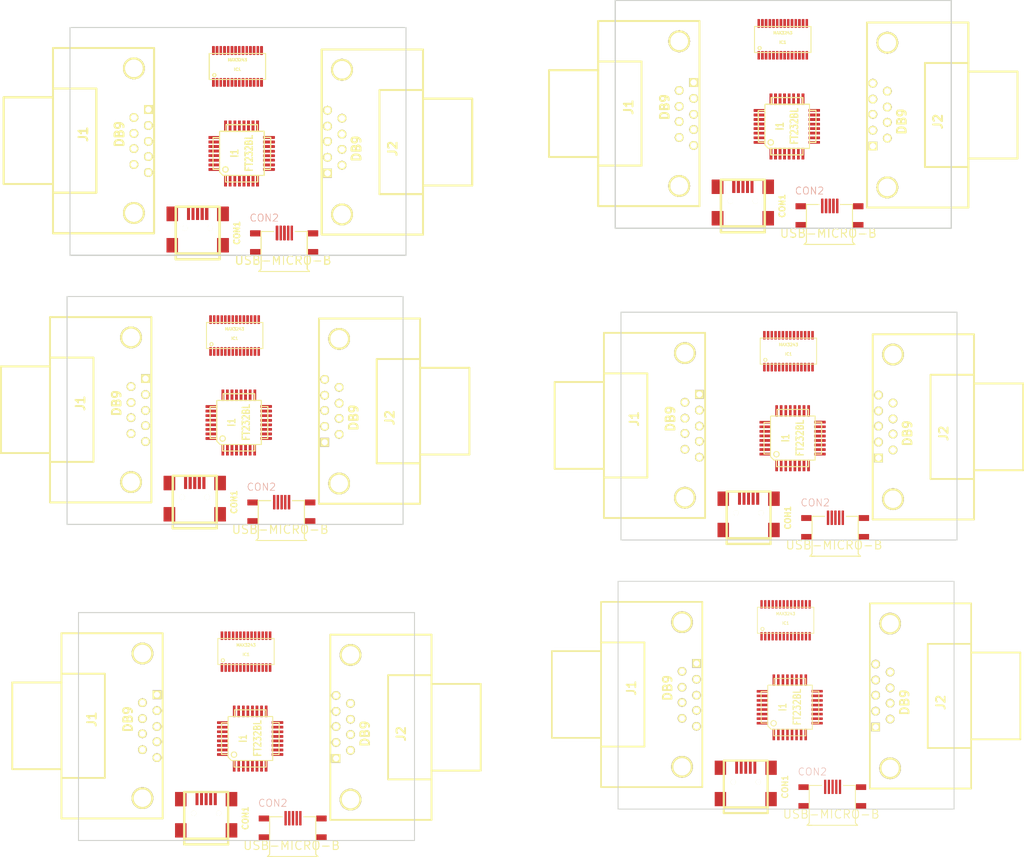
<source format=kicad_pcb>
(kicad_pcb (version 3) (host pcbnew "(2013-jul-07)-stable")
  (title_block (title "Konverter USB-UART-RS232") (rev 1))
  (layers (15 F.Cu signal) (0 B.Cu signal) (18 B.Paste user) (19 F.Paste user) (20 B.SilkS user) (21 F.SilkS user) (22 B.Mask user) (23 F.Mask user) (28 Edge.Cuts user))
  (net 0 "")
  (module TQFP32 (layer F.Cu) (at 138.75 99.5 90)
    (fp_text reference I1 (at 0 -1.27 90) (layer F.SilkS) (effects (font (size 1.27 1.016) (thickness 0.2032))))
    (fp_text value FT232BL (at 0 1.27 90) (layer F.SilkS) (effects (font (size 1.27 1.016) (thickness 0.2032))))
    (pad 8 smd rect (at -4.81584 2.77622 90) (size 1.99898 0.44958) (layers F.Cu F.Paste F.Mask))
    (pad 7 smd rect (at -4.81584 1.97612 90) (size 1.99898 0.44958) (layers F.Cu F.Paste F.Mask))
    (pad 6 smd rect (at -4.81584 1.17602 90) (size 1.99898 0.44958) (layers F.Cu F.Paste F.Mask))
    (pad 5 smd rect (at -4.81584 0.37592 90) (size 1.99898 0.44958) (layers F.Cu F.Paste F.Mask))
    (pad 4 smd rect (at -4.81584 -0.42418 90) (size 1.99898 0.44958) (layers F.Cu F.Paste F.Mask))
    (pad 3 smd rect (at -4.81584 -1.22428 90) (size 1.99898 0.44958) (layers F.Cu F.Paste F.Mask))
    (pad 2 smd rect (at -4.81584 -2.02438 90) (size 1.99898 0.44958) (layers F.Cu F.Paste F.Mask))
    (pad 1 smd rect (at -4.81584 -2.82448 90) (size 1.99898 0.44958) (layers F.Cu F.Paste F.Mask))
    (pad 24 smd rect (at 4.7498 -2.8194 90) (size 1.99898 0.44958) (layers F.Cu F.Paste F.Mask))
    (pad 17 smd rect (at 4.7498 2.794 90) (size 1.99898 0.44958) (layers F.Cu F.Paste F.Mask))
    (pad 18 smd rect (at 4.7498 1.9812 90) (size 1.99898 0.44958) (layers F.Cu F.Paste F.Mask))
    (pad 19 smd rect (at 4.7498 1.1684 90) (size 1.99898 0.44958) (layers F.Cu F.Paste F.Mask))
    (pad 20 smd rect (at 4.7498 0.381 90) (size 1.99898 0.44958) (layers F.Cu F.Paste F.Mask))
    (pad 21 smd rect (at 4.7498 -0.4318 90) (size 1.99898 0.44958) (layers F.Cu F.Paste F.Mask))
    (pad 22 smd rect (at 4.7498 -1.2192 90) (size 1.99898 0.44958) (layers F.Cu F.Paste F.Mask))
    (pad 23 smd rect (at 4.7498 -2.032 90) (size 1.99898 0.44958) (layers F.Cu F.Paste F.Mask))
    (pad 32 smd rect (at -2.82448 -4.826 90) (size 0.44958 1.99898) (layers F.Cu F.Paste F.Mask))
    (pad 31 smd rect (at -2.02692 -4.826 90) (size 0.44958 1.99898) (layers F.Cu F.Paste F.Mask))
    (pad 30 smd rect (at -1.22428 -4.826 90) (size 0.44958 1.99898) (layers F.Cu F.Paste F.Mask))
    (pad 29 smd rect (at -0.42672 -4.826 90) (size 0.44958 1.99898) (layers F.Cu F.Paste F.Mask))
    (pad 28 smd rect (at 0.37592 -4.826 90) (size 0.44958 1.99898) (layers F.Cu F.Paste F.Mask))
    (pad 27 smd rect (at 1.17348 -4.826 90) (size 0.44958 1.99898) (layers F.Cu F.Paste F.Mask))
    (pad 26 smd rect (at 1.97612 -4.826 90) (size 0.44958 1.99898) (layers F.Cu F.Paste F.Mask))
    (pad 25 smd rect (at 2.77368 -4.826 90) (size 0.44958 1.99898) (layers F.Cu F.Paste F.Mask))
    (pad 9 smd rect (at -2.8194 4.7752 90) (size 0.44958 1.99898) (layers F.Cu F.Paste F.Mask))
    (pad 10 smd rect (at -2.032 4.7752 90) (size 0.44958 1.99898) (layers F.Cu F.Paste F.Mask))
    (pad 11 smd rect (at -1.2192 4.7752 90) (size 0.44958 1.99898) (layers F.Cu F.Paste F.Mask))
    (pad 12 smd rect (at -0.4318 4.7752 90) (size 0.44958 1.99898) (layers F.Cu F.Paste F.Mask))
    (pad 13 smd rect (at 0.3556 4.7752 90) (size 0.44958 1.99898) (layers F.Cu F.Paste F.Mask))
    (pad 14 smd rect (at 1.1684 4.7752 90) (size 0.44958 1.99898) (layers F.Cu F.Paste F.Mask))
    (pad 15 smd rect (at 1.9812 4.7752 90) (size 0.44958 1.99898) (layers F.Cu F.Paste F.Mask))
    (pad 16 smd rect (at 2.794 4.7752 90) (size 0.44958 1.99898) (layers F.Cu F.Paste F.Mask))
  )
  (module DB9MC (layer F.Cu) (at 121.085 97.41 90)
    (fp_text reference J1 (at 1.27 -10.16 90) (layer F.SilkS) (effects (font (size 1.524 1.524) (thickness 0.3048))))
    (fp_text value DB9 (at 1.27 -3.81 90) (layer F.SilkS) (effects (font (size 1.524 1.524) (thickness 0.3048))))
    (pad "" thru_hole circle (at 12.827 -1.27 90) (size 3.81 3.81) (drill 3.048) (layers *.Cu *.Mask F.SilkS))
    (pad "" thru_hole circle (at -12.573 -1.27 90) (size 3.81 3.81) (drill 3.048) (layers *.Cu *.Mask F.SilkS))
    (pad 1 thru_hole rect (at 5.588 1.27 90) (size 1.524 1.524) (drill 1.016) (layers *.Cu *.Mask F.SilkS))
    (pad 2 thru_hole circle (at 2.794 1.27 90) (size 1.524 1.524) (drill 1.016) (layers *.Cu *.Mask F.SilkS))
    (pad 3 thru_hole circle (at 0 1.27 90) (size 1.524 1.524) (drill 1.016) (layers *.Cu *.Mask F.SilkS))
    (pad 4 thru_hole circle (at -2.667 1.27 90) (size 1.524 1.524) (drill 1.016) (layers *.Cu *.Mask F.SilkS))
    (pad 5 thru_hole circle (at -5.461 1.27 90) (size 1.524 1.524) (drill 1.016) (layers *.Cu *.Mask F.SilkS))
    (pad 9 thru_hole circle (at -4.064 -1.27 90) (size 1.524 1.524) (drill 1.016) (layers *.Cu *.Mask F.SilkS))
    (pad 8 thru_hole circle (at -1.27 -1.27 90) (size 1.524 1.524) (drill 1.016) (layers *.Cu *.Mask F.SilkS))
    (pad 7 thru_hole circle (at 1.397 -1.27 90) (size 1.524 1.524) (drill 1.016) (layers *.Cu *.Mask F.SilkS))
    (pad 6 thru_hole circle (at 4.191 -1.27 90) (size 1.524 1.524) (drill 1.016) (layers *.Cu *.Mask F.SilkS))
  )
  (module DB9MC (layer F.Cu) (at 155.085 97.41 270)
    (fp_text reference J2 (at 1.27 -10.16 270) (layer F.SilkS) (effects (font (size 1.524 1.524) (thickness 0.3048))))
    (fp_text value DB9 (at 1.27 -3.81 270) (layer F.SilkS) (effects (font (size 1.524 1.524) (thickness 0.3048))))
    (pad "" thru_hole circle (at 12.827 -1.27 270) (size 3.81 3.81) (drill 3.048) (layers *.Cu *.Mask F.SilkS))
    (pad "" thru_hole circle (at -12.573 -1.27 270) (size 3.81 3.81) (drill 3.048) (layers *.Cu *.Mask F.SilkS))
    (pad 1 thru_hole rect (at 5.588 1.27 270) (size 1.524 1.524) (drill 1.016) (layers *.Cu *.Mask F.SilkS))
    (pad 2 thru_hole circle (at 2.794 1.27 270) (size 1.524 1.524) (drill 1.016) (layers *.Cu *.Mask F.SilkS))
    (pad 3 thru_hole circle (at 0 1.27 270) (size 1.524 1.524) (drill 1.016) (layers *.Cu *.Mask F.SilkS))
    (pad 4 thru_hole circle (at -2.667 1.27 270) (size 1.524 1.524) (drill 1.016) (layers *.Cu *.Mask F.SilkS))
    (pad 5 thru_hole circle (at -5.461 1.27 270) (size 1.524 1.524) (drill 1.016) (layers *.Cu *.Mask F.SilkS))
    (pad 9 thru_hole circle (at -4.064 -1.27 270) (size 1.524 1.524) (drill 1.016) (layers *.Cu *.Mask F.SilkS))
    (pad 8 thru_hole circle (at -1.27 -1.27 270) (size 1.524 1.524) (drill 1.016) (layers *.Cu *.Mask F.SilkS))
    (pad 7 thru_hole circle (at 1.397 -1.27 270) (size 1.524 1.524) (drill 1.016) (layers *.Cu *.Mask F.SilkS))
    (pad 6 thru_hole circle (at 4.191 -1.27 270) (size 1.524 1.524) (drill 1.016) (layers *.Cu *.Mask F.SilkS))
  )
  (module USB_MINI_B (layer F.Cu) (at 131 113.5 90)
    (fp_text reference CON1 (at 0 6.90118 90) (layer F.SilkS) (effects (font (size 1.016 1.016) (thickness 0.2032))))
    (fp_text value USB-MINI-B hide)
    (pad 1 smd rect (at 3.44932 -1.6002 90) (size 2.30124 0.50038) (layers F.Cu F.Paste F.Mask))
    (pad 2 smd rect (at 3.44932 -0.8001 90) (size 2.30124 0.50038) (layers F.Cu F.Paste F.Mask))
    (pad 3 smd rect (at 3.44932 0 90) (size 2.30124 0.50038) (layers F.Cu F.Paste F.Mask))
    (pad 4 smd rect (at 3.44932 0.8001 90) (size 2.30124 0.50038) (layers F.Cu F.Paste F.Mask))
    (pad 5 smd rect (at 3.44932 1.6002 90) (size 2.30124 0.50038) (layers F.Cu F.Paste F.Mask))
    (pad 6 smd rect (at 3.35026 -4.45008 90) (size 2.49936 1.99898) (layers F.Cu F.Paste F.Mask))
    (pad 7 smd rect (at -2.14884 -4.45008 90) (size 2.49936 1.99898) (layers F.Cu F.Paste F.Mask))
    (pad 8 smd rect (at 3.35026 4.45008 90) (size 2.49936 1.99898) (layers F.Cu F.Paste F.Mask))
    (pad 9 smd rect (at -2.14884 4.45008 90) (size 2.49936 1.99898) (layers F.Cu F.Paste F.Mask))
    (pad "" np_thru_hole circle (at 0.8509 -2.19964 90) (size 0.89916 0.89916) (drill 0.89916) (layers *.Cu *.Mask F.SilkS))
    (pad 2 np_thru_hole circle (at 0.8509 2.19964 90) (size 0.89916 0.89916) (drill 0.89916) (layers *.Cu *.Mask F.SilkS))
  )
  (module usb-micro-B (layer F.Cu) (at 146.25 116.75 90)
    (fp_text reference CON2 (at 5.9 -3.55 180) (layer B.SilkS) (effects (font (size 1.27 1.27) (thickness 0.0889))))
    (fp_text value USB-MICRO-B (at -1.55 -0.25 180) (layer F.SilkS) (effects (font (size 1.524 1.524))))
    (pad 3 smd rect (at 3.25 0 90) (size 2.5 0.4) (layers F.Cu F.Paste F.Mask))
    (pad 2 smd rect (at 3.25 -0.65 90) (size 2.5 0.4) (layers F.Cu F.Paste F.Mask))
    (pad 5 smd rect (at 3.25 1.3 90) (size 2.5 0.4) (layers F.Cu F.Paste F.Mask))
    (pad 4 smd rect (at 3.25 0.65 90) (size 2.5 0.4) (layers F.Cu F.Paste F.Mask))
    (pad 1 smd rect (at 3.25 -1.3 90) (size 2.5 0.4) (layers F.Cu F.Paste F.Mask))
    (pad 6 smd rect (at 3.2 -5.1 90) (size 1 1.8) (layers F.Cu F.Paste F.Mask))
    (pad 7 smd rect (at -0.1 -5.1 90) (size 1 1.8) (layers F.Cu F.Paste F.Mask))
    (pad 8 smd rect (at 3.2 5 90) (size 1 1.8) (layers F.Cu F.Paste F.Mask))
    (pad 9 smd rect (at -0.1 5 90) (size 1 1.8) (layers F.Cu F.Paste F.Mask))
  )
  (module tssop-28 (layer F.Cu) (at 138 84.25)
    (fp_text reference IC1 (at 0 0.508) (layer F.SilkS) (effects (font (size 0.50038 0.50038) (thickness 0.09906))))
    (fp_text value MAX3243 (at 0 -1.143) (layer F.SilkS) (effects (font (size 0.50038 0.50038) (thickness 0.09906))))
    (pad 7 smd rect (at -0.32512 2.79908) (size 0.4191 1.47066) (layers F.Cu F.Paste F.Mask))
    (pad 8 smd rect (at 0.32512 2.79908) (size 0.4191 1.47066) (layers F.Cu F.Paste F.Mask))
    (pad 9 smd rect (at 0.97536 2.79908) (size 0.4191 1.47066) (layers F.Cu F.Paste F.Mask))
    (pad 10 smd rect (at 1.6256 2.79908) (size 0.4191 1.47066) (layers F.Cu F.Paste F.Mask))
    (pad 25 smd rect (at -2.26568 -2.794) (size 0.4191 1.47066) (layers F.Cu F.Paste F.Mask))
    (pad 4 smd rect (at -2.27584 2.79908) (size 0.4191 1.47066) (layers F.Cu F.Paste F.Mask))
    (pad 5 smd rect (at -1.6256 2.79908) (size 0.4191 1.47066) (layers F.Cu F.Paste F.Mask))
    (pad 6 smd rect (at -0.97536 2.79908) (size 0.4191 1.47066) (layers F.Cu F.Paste F.Mask))
    (pad 18 smd rect (at 2.27584 -2.79908) (size 0.4191 1.47066) (layers F.Cu F.Paste F.Mask))
    (pad 19 smd rect (at 1.6256 -2.79908) (size 0.4191 1.47066) (layers F.Cu F.Paste F.Mask))
    (pad 20 smd rect (at 0.97536 -2.79908) (size 0.4191 1.47066) (layers F.Cu F.Paste F.Mask))
    (pad 21 smd rect (at 0.32512 -2.79908) (size 0.4191 1.47066) (layers F.Cu F.Paste F.Mask))
    (pad 22 smd rect (at -0.32512 -2.79908) (size 0.4191 1.47066) (layers F.Cu F.Paste F.Mask))
    (pad 23 smd rect (at -0.97536 -2.79908) (size 0.4191 1.47066) (layers F.Cu F.Paste F.Mask))
    (pad 11 smd rect (at 2.27584 2.79908) (size 0.4191 1.47066) (layers F.Cu F.Paste F.Mask))
    (pad 24 smd rect (at -1.6256 -2.794) (size 0.4191 1.47066) (layers F.Cu F.Paste F.Mask))
    (pad 3 smd rect (at -2.92608 2.79908) (size 0.4191 1.47066) (layers F.Cu F.Paste F.Mask))
    (pad 12 smd rect (at 2.92608 2.79908) (size 0.4191 1.47066) (layers F.Cu F.Paste F.Mask))
    (pad 17 smd rect (at 2.92608 -2.79908) (size 0.4191 1.47066) (layers F.Cu F.Paste F.Mask))
    (pad 26 smd rect (at -2.92608 -2.79908) (size 0.4191 1.47066) (layers F.Cu F.Paste F.Mask))
    (pad 2 smd rect (at -3.57378 2.79908) (size 0.4191 1.47066) (layers F.Cu F.Paste F.Mask))
    (pad 13 smd rect (at 3.57378 2.79908) (size 0.4191 1.47066) (layers F.Cu F.Paste F.Mask))
    (pad 16 smd rect (at 3.57378 -2.79908) (size 0.4191 1.47066) (layers F.Cu F.Paste F.Mask))
    (pad 27 smd rect (at -3.57378 -2.79908) (size 0.4191 1.47066) (layers F.Cu F.Paste F.Mask))
    (pad 1 smd rect (at -4.22402 2.79908) (size 0.4191 1.47066) (layers F.Cu F.Paste F.Mask))
    (pad 14 smd rect (at 4.22402 2.79908) (size 0.4191 1.47066) (layers F.Cu F.Paste F.Mask))
    (pad 15 smd rect (at 4.22402 -2.79908) (size 0.4191 1.47066) (layers F.Cu F.Paste F.Mask))
    (pad 28 smd rect (at -4.22402 -2.79908) (size 0.4191 1.47066) (layers F.Cu F.Paste F.Mask))
  )
  (module TQFP32 (layer F.Cu) (at 139.25 52.25 90)
    (fp_text reference I1 (at 0 -1.27 90) (layer F.SilkS) (effects (font (size 1.27 1.016) (thickness 0.2032))))
    (fp_text value FT232BL (at 0 1.27 90) (layer F.SilkS) (effects (font (size 1.27 1.016) (thickness 0.2032))))
    (pad 8 smd rect (at -4.81584 2.77622 90) (size 1.99898 0.44958) (layers F.Cu F.Paste F.Mask))
    (pad 7 smd rect (at -4.81584 1.97612 90) (size 1.99898 0.44958) (layers F.Cu F.Paste F.Mask))
    (pad 6 smd rect (at -4.81584 1.17602 90) (size 1.99898 0.44958) (layers F.Cu F.Paste F.Mask))
    (pad 5 smd rect (at -4.81584 0.37592 90) (size 1.99898 0.44958) (layers F.Cu F.Paste F.Mask))
    (pad 4 smd rect (at -4.81584 -0.42418 90) (size 1.99898 0.44958) (layers F.Cu F.Paste F.Mask))
    (pad 3 smd rect (at -4.81584 -1.22428 90) (size 1.99898 0.44958) (layers F.Cu F.Paste F.Mask))
    (pad 2 smd rect (at -4.81584 -2.02438 90) (size 1.99898 0.44958) (layers F.Cu F.Paste F.Mask))
    (pad 1 smd rect (at -4.81584 -2.82448 90) (size 1.99898 0.44958) (layers F.Cu F.Paste F.Mask))
    (pad 24 smd rect (at 4.7498 -2.8194 90) (size 1.99898 0.44958) (layers F.Cu F.Paste F.Mask))
    (pad 17 smd rect (at 4.7498 2.794 90) (size 1.99898 0.44958) (layers F.Cu F.Paste F.Mask))
    (pad 18 smd rect (at 4.7498 1.9812 90) (size 1.99898 0.44958) (layers F.Cu F.Paste F.Mask))
    (pad 19 smd rect (at 4.7498 1.1684 90) (size 1.99898 0.44958) (layers F.Cu F.Paste F.Mask))
    (pad 20 smd rect (at 4.7498 0.381 90) (size 1.99898 0.44958) (layers F.Cu F.Paste F.Mask))
    (pad 21 smd rect (at 4.7498 -0.4318 90) (size 1.99898 0.44958) (layers F.Cu F.Paste F.Mask))
    (pad 22 smd rect (at 4.7498 -1.2192 90) (size 1.99898 0.44958) (layers F.Cu F.Paste F.Mask))
    (pad 23 smd rect (at 4.7498 -2.032 90) (size 1.99898 0.44958) (layers F.Cu F.Paste F.Mask))
    (pad 32 smd rect (at -2.82448 -4.826 90) (size 0.44958 1.99898) (layers F.Cu F.Paste F.Mask))
    (pad 31 smd rect (at -2.02692 -4.826 90) (size 0.44958 1.99898) (layers F.Cu F.Paste F.Mask))
    (pad 30 smd rect (at -1.22428 -4.826 90) (size 0.44958 1.99898) (layers F.Cu F.Paste F.Mask))
    (pad 29 smd rect (at -0.42672 -4.826 90) (size 0.44958 1.99898) (layers F.Cu F.Paste F.Mask))
    (pad 28 smd rect (at 0.37592 -4.826 90) (size 0.44958 1.99898) (layers F.Cu F.Paste F.Mask))
    (pad 27 smd rect (at 1.17348 -4.826 90) (size 0.44958 1.99898) (layers F.Cu F.Paste F.Mask))
    (pad 26 smd rect (at 1.97612 -4.826 90) (size 0.44958 1.99898) (layers F.Cu F.Paste F.Mask))
    (pad 25 smd rect (at 2.77368 -4.826 90) (size 0.44958 1.99898) (layers F.Cu F.Paste F.Mask))
    (pad 9 smd rect (at -2.8194 4.7752 90) (size 0.44958 1.99898) (layers F.Cu F.Paste F.Mask))
    (pad 10 smd rect (at -2.032 4.7752 90) (size 0.44958 1.99898) (layers F.Cu F.Paste F.Mask))
    (pad 11 smd rect (at -1.2192 4.7752 90) (size 0.44958 1.99898) (layers F.Cu F.Paste F.Mask))
    (pad 12 smd rect (at -0.4318 4.7752 90) (size 0.44958 1.99898) (layers F.Cu F.Paste F.Mask))
    (pad 13 smd rect (at 0.3556 4.7752 90) (size 0.44958 1.99898) (layers F.Cu F.Paste F.Mask))
    (pad 14 smd rect (at 1.1684 4.7752 90) (size 0.44958 1.99898) (layers F.Cu F.Paste F.Mask))
    (pad 15 smd rect (at 1.9812 4.7752 90) (size 0.44958 1.99898) (layers F.Cu F.Paste F.Mask))
    (pad 16 smd rect (at 2.794 4.7752 90) (size 0.44958 1.99898) (layers F.Cu F.Paste F.Mask))
  )
  (module DB9MC (layer F.Cu) (at 121.585 50.16 90)
    (fp_text reference J1 (at 1.27 -10.16 90) (layer F.SilkS) (effects (font (size 1.524 1.524) (thickness 0.3048))))
    (fp_text value DB9 (at 1.27 -3.81 90) (layer F.SilkS) (effects (font (size 1.524 1.524) (thickness 0.3048))))
    (pad "" thru_hole circle (at 12.827 -1.27 90) (size 3.81 3.81) (drill 3.048) (layers *.Cu *.Mask F.SilkS))
    (pad "" thru_hole circle (at -12.573 -1.27 90) (size 3.81 3.81) (drill 3.048) (layers *.Cu *.Mask F.SilkS))
    (pad 1 thru_hole rect (at 5.588 1.27 90) (size 1.524 1.524) (drill 1.016) (layers *.Cu *.Mask F.SilkS))
    (pad 2 thru_hole circle (at 2.794 1.27 90) (size 1.524 1.524) (drill 1.016) (layers *.Cu *.Mask F.SilkS))
    (pad 3 thru_hole circle (at 0 1.27 90) (size 1.524 1.524) (drill 1.016) (layers *.Cu *.Mask F.SilkS))
    (pad 4 thru_hole circle (at -2.667 1.27 90) (size 1.524 1.524) (drill 1.016) (layers *.Cu *.Mask F.SilkS))
    (pad 5 thru_hole circle (at -5.461 1.27 90) (size 1.524 1.524) (drill 1.016) (layers *.Cu *.Mask F.SilkS))
    (pad 9 thru_hole circle (at -4.064 -1.27 90) (size 1.524 1.524) (drill 1.016) (layers *.Cu *.Mask F.SilkS))
    (pad 8 thru_hole circle (at -1.27 -1.27 90) (size 1.524 1.524) (drill 1.016) (layers *.Cu *.Mask F.SilkS))
    (pad 7 thru_hole circle (at 1.397 -1.27 90) (size 1.524 1.524) (drill 1.016) (layers *.Cu *.Mask F.SilkS))
    (pad 6 thru_hole circle (at 4.191 -1.27 90) (size 1.524 1.524) (drill 1.016) (layers *.Cu *.Mask F.SilkS))
  )
  (module DB9MC (layer F.Cu) (at 155.585 50.16 270)
    (fp_text reference J2 (at 1.27 -10.16 270) (layer F.SilkS) (effects (font (size 1.524 1.524) (thickness 0.3048))))
    (fp_text value DB9 (at 1.27 -3.81 270) (layer F.SilkS) (effects (font (size 1.524 1.524) (thickness 0.3048))))
    (pad "" thru_hole circle (at 12.827 -1.27 270) (size 3.81 3.81) (drill 3.048) (layers *.Cu *.Mask F.SilkS))
    (pad "" thru_hole circle (at -12.573 -1.27 270) (size 3.81 3.81) (drill 3.048) (layers *.Cu *.Mask F.SilkS))
    (pad 1 thru_hole rect (at 5.588 1.27 270) (size 1.524 1.524) (drill 1.016) (layers *.Cu *.Mask F.SilkS))
    (pad 2 thru_hole circle (at 2.794 1.27 270) (size 1.524 1.524) (drill 1.016) (layers *.Cu *.Mask F.SilkS))
    (pad 3 thru_hole circle (at 0 1.27 270) (size 1.524 1.524) (drill 1.016) (layers *.Cu *.Mask F.SilkS))
    (pad 4 thru_hole circle (at -2.667 1.27 270) (size 1.524 1.524) (drill 1.016) (layers *.Cu *.Mask F.SilkS))
    (pad 5 thru_hole circle (at -5.461 1.27 270) (size 1.524 1.524) (drill 1.016) (layers *.Cu *.Mask F.SilkS))
    (pad 9 thru_hole circle (at -4.064 -1.27 270) (size 1.524 1.524) (drill 1.016) (layers *.Cu *.Mask F.SilkS))
    (pad 8 thru_hole circle (at -1.27 -1.27 270) (size 1.524 1.524) (drill 1.016) (layers *.Cu *.Mask F.SilkS))
    (pad 7 thru_hole circle (at 1.397 -1.27 270) (size 1.524 1.524) (drill 1.016) (layers *.Cu *.Mask F.SilkS))
    (pad 6 thru_hole circle (at 4.191 -1.27 270) (size 1.524 1.524) (drill 1.016) (layers *.Cu *.Mask F.SilkS))
  )
  (module USB_MINI_B (layer F.Cu) (at 131.5 66.25 90)
    (fp_text reference CON1 (at 0 6.90118 90) (layer F.SilkS) (effects (font (size 1.016 1.016) (thickness 0.2032))))
    (fp_text value USB-MINI-B hide)
    (pad 1 smd rect (at 3.44932 -1.6002 90) (size 2.30124 0.50038) (layers F.Cu F.Paste F.Mask))
    (pad 2 smd rect (at 3.44932 -0.8001 90) (size 2.30124 0.50038) (layers F.Cu F.Paste F.Mask))
    (pad 3 smd rect (at 3.44932 0 90) (size 2.30124 0.50038) (layers F.Cu F.Paste F.Mask))
    (pad 4 smd rect (at 3.44932 0.8001 90) (size 2.30124 0.50038) (layers F.Cu F.Paste F.Mask))
    (pad 5 smd rect (at 3.44932 1.6002 90) (size 2.30124 0.50038) (layers F.Cu F.Paste F.Mask))
    (pad 6 smd rect (at 3.35026 -4.45008 90) (size 2.49936 1.99898) (layers F.Cu F.Paste F.Mask))
    (pad 7 smd rect (at -2.14884 -4.45008 90) (size 2.49936 1.99898) (layers F.Cu F.Paste F.Mask))
    (pad 8 smd rect (at 3.35026 4.45008 90) (size 2.49936 1.99898) (layers F.Cu F.Paste F.Mask))
    (pad 9 smd rect (at -2.14884 4.45008 90) (size 2.49936 1.99898) (layers F.Cu F.Paste F.Mask))
    (pad "" np_thru_hole circle (at 0.8509 -2.19964 90) (size 0.89916 0.89916) (drill 0.89916) (layers *.Cu *.Mask F.SilkS))
    (pad 2 np_thru_hole circle (at 0.8509 2.19964 90) (size 0.89916 0.89916) (drill 0.89916) (layers *.Cu *.Mask F.SilkS))
  )
  (module usb-micro-B (layer F.Cu) (at 146.75 69.5 90)
    (fp_text reference CON2 (at 5.9 -3.55 180) (layer B.SilkS) (effects (font (size 1.27 1.27) (thickness 0.0889))))
    (fp_text value USB-MICRO-B (at -1.55 -0.25 180) (layer F.SilkS) (effects (font (size 1.524 1.524))))
    (pad 3 smd rect (at 3.25 0 90) (size 2.5 0.4) (layers F.Cu F.Paste F.Mask))
    (pad 2 smd rect (at 3.25 -0.65 90) (size 2.5 0.4) (layers F.Cu F.Paste F.Mask))
    (pad 5 smd rect (at 3.25 1.3 90) (size 2.5 0.4) (layers F.Cu F.Paste F.Mask))
    (pad 4 smd rect (at 3.25 0.65 90) (size 2.5 0.4) (layers F.Cu F.Paste F.Mask))
    (pad 1 smd rect (at 3.25 -1.3 90) (size 2.5 0.4) (layers F.Cu F.Paste F.Mask))
    (pad 6 smd rect (at 3.2 -5.1 90) (size 1 1.8) (layers F.Cu F.Paste F.Mask))
    (pad 7 smd rect (at -0.1 -5.1 90) (size 1 1.8) (layers F.Cu F.Paste F.Mask))
    (pad 8 smd rect (at 3.2 5 90) (size 1 1.8) (layers F.Cu F.Paste F.Mask))
    (pad 9 smd rect (at -0.1 5 90) (size 1 1.8) (layers F.Cu F.Paste F.Mask))
  )
  (module tssop-28 (layer F.Cu) (at 138.5 37)
    (fp_text reference IC1 (at 0 0.508) (layer F.SilkS) (effects (font (size 0.50038 0.50038) (thickness 0.09906))))
    (fp_text value MAX3243 (at 0 -1.143) (layer F.SilkS) (effects (font (size 0.50038 0.50038) (thickness 0.09906))))
    (pad 7 smd rect (at -0.32512 2.79908) (size 0.4191 1.47066) (layers F.Cu F.Paste F.Mask))
    (pad 8 smd rect (at 0.32512 2.79908) (size 0.4191 1.47066) (layers F.Cu F.Paste F.Mask))
    (pad 9 smd rect (at 0.97536 2.79908) (size 0.4191 1.47066) (layers F.Cu F.Paste F.Mask))
    (pad 10 smd rect (at 1.6256 2.79908) (size 0.4191 1.47066) (layers F.Cu F.Paste F.Mask))
    (pad 25 smd rect (at -2.26568 -2.794) (size 0.4191 1.47066) (layers F.Cu F.Paste F.Mask))
    (pad 4 smd rect (at -2.27584 2.79908) (size 0.4191 1.47066) (layers F.Cu F.Paste F.Mask))
    (pad 5 smd rect (at -1.6256 2.79908) (size 0.4191 1.47066) (layers F.Cu F.Paste F.Mask))
    (pad 6 smd rect (at -0.97536 2.79908) (size 0.4191 1.47066) (layers F.Cu F.Paste F.Mask))
    (pad 18 smd rect (at 2.27584 -2.79908) (size 0.4191 1.47066) (layers F.Cu F.Paste F.Mask))
    (pad 19 smd rect (at 1.6256 -2.79908) (size 0.4191 1.47066) (layers F.Cu F.Paste F.Mask))
    (pad 20 smd rect (at 0.97536 -2.79908) (size 0.4191 1.47066) (layers F.Cu F.Paste F.Mask))
    (pad 21 smd rect (at 0.32512 -2.79908) (size 0.4191 1.47066) (layers F.Cu F.Paste F.Mask))
    (pad 22 smd rect (at -0.32512 -2.79908) (size 0.4191 1.47066) (layers F.Cu F.Paste F.Mask))
    (pad 23 smd rect (at -0.97536 -2.79908) (size 0.4191 1.47066) (layers F.Cu F.Paste F.Mask))
    (pad 11 smd rect (at 2.27584 2.79908) (size 0.4191 1.47066) (layers F.Cu F.Paste F.Mask))
    (pad 24 smd rect (at -1.6256 -2.794) (size 0.4191 1.47066) (layers F.Cu F.Paste F.Mask))
    (pad 3 smd rect (at -2.92608 2.79908) (size 0.4191 1.47066) (layers F.Cu F.Paste F.Mask))
    (pad 12 smd rect (at 2.92608 2.79908) (size 0.4191 1.47066) (layers F.Cu F.Paste F.Mask))
    (pad 17 smd rect (at 2.92608 -2.79908) (size 0.4191 1.47066) (layers F.Cu F.Paste F.Mask))
    (pad 26 smd rect (at -2.92608 -2.79908) (size 0.4191 1.47066) (layers F.Cu F.Paste F.Mask))
    (pad 2 smd rect (at -3.57378 2.79908) (size 0.4191 1.47066) (layers F.Cu F.Paste F.Mask))
    (pad 13 smd rect (at 3.57378 2.79908) (size 0.4191 1.47066) (layers F.Cu F.Paste F.Mask))
    (pad 16 smd rect (at 3.57378 -2.79908) (size 0.4191 1.47066) (layers F.Cu F.Paste F.Mask))
    (pad 27 smd rect (at -3.57378 -2.79908) (size 0.4191 1.47066) (layers F.Cu F.Paste F.Mask))
    (pad 1 smd rect (at -4.22402 2.79908) (size 0.4191 1.47066) (layers F.Cu F.Paste F.Mask))
    (pad 14 smd rect (at 4.22402 2.79908) (size 0.4191 1.47066) (layers F.Cu F.Paste F.Mask))
    (pad 15 smd rect (at 4.22402 -2.79908) (size 0.4191 1.47066) (layers F.Cu F.Paste F.Mask))
    (pad 28 smd rect (at -4.22402 -2.79908) (size 0.4191 1.47066) (layers F.Cu F.Paste F.Mask))
  )
  (module TQFP32 (layer F.Cu) (at 139.25 52.25 90)
    (fp_text reference I1 (at 0 -1.27 90) (layer F.SilkS) (effects (font (size 1.27 1.016) (thickness 0.2032))))
    (fp_text value FT232BL (at 0 1.27 90) (layer F.SilkS) (effects (font (size 1.27 1.016) (thickness 0.2032))))
    (pad 8 smd rect (at -4.81584 2.77622 90) (size 1.99898 0.44958) (layers F.Cu F.Paste F.Mask))
    (pad 7 smd rect (at -4.81584 1.97612 90) (size 1.99898 0.44958) (layers F.Cu F.Paste F.Mask))
    (pad 6 smd rect (at -4.81584 1.17602 90) (size 1.99898 0.44958) (layers F.Cu F.Paste F.Mask))
    (pad 5 smd rect (at -4.81584 0.37592 90) (size 1.99898 0.44958) (layers F.Cu F.Paste F.Mask))
    (pad 4 smd rect (at -4.81584 -0.42418 90) (size 1.99898 0.44958) (layers F.Cu F.Paste F.Mask))
    (pad 3 smd rect (at -4.81584 -1.22428 90) (size 1.99898 0.44958) (layers F.Cu F.Paste F.Mask))
    (pad 2 smd rect (at -4.81584 -2.02438 90) (size 1.99898 0.44958) (layers F.Cu F.Paste F.Mask))
    (pad 1 smd rect (at -4.81584 -2.82448 90) (size 1.99898 0.44958) (layers F.Cu F.Paste F.Mask))
    (pad 24 smd rect (at 4.7498 -2.8194 90) (size 1.99898 0.44958) (layers F.Cu F.Paste F.Mask))
    (pad 17 smd rect (at 4.7498 2.794 90) (size 1.99898 0.44958) (layers F.Cu F.Paste F.Mask))
    (pad 18 smd rect (at 4.7498 1.9812 90) (size 1.99898 0.44958) (layers F.Cu F.Paste F.Mask))
    (pad 19 smd rect (at 4.7498 1.1684 90) (size 1.99898 0.44958) (layers F.Cu F.Paste F.Mask))
    (pad 20 smd rect (at 4.7498 0.381 90) (size 1.99898 0.44958) (layers F.Cu F.Paste F.Mask))
    (pad 21 smd rect (at 4.7498 -0.4318 90) (size 1.99898 0.44958) (layers F.Cu F.Paste F.Mask))
    (pad 22 smd rect (at 4.7498 -1.2192 90) (size 1.99898 0.44958) (layers F.Cu F.Paste F.Mask))
    (pad 23 smd rect (at 4.7498 -2.032 90) (size 1.99898 0.44958) (layers F.Cu F.Paste F.Mask))
    (pad 32 smd rect (at -2.82448 -4.826 90) (size 0.44958 1.99898) (layers F.Cu F.Paste F.Mask))
    (pad 31 smd rect (at -2.02692 -4.826 90) (size 0.44958 1.99898) (layers F.Cu F.Paste F.Mask))
    (pad 30 smd rect (at -1.22428 -4.826 90) (size 0.44958 1.99898) (layers F.Cu F.Paste F.Mask))
    (pad 29 smd rect (at -0.42672 -4.826 90) (size 0.44958 1.99898) (layers F.Cu F.Paste F.Mask))
    (pad 28 smd rect (at 0.37592 -4.826 90) (size 0.44958 1.99898) (layers F.Cu F.Paste F.Mask))
    (pad 27 smd rect (at 1.17348 -4.826 90) (size 0.44958 1.99898) (layers F.Cu F.Paste F.Mask))
    (pad 26 smd rect (at 1.97612 -4.826 90) (size 0.44958 1.99898) (layers F.Cu F.Paste F.Mask))
    (pad 25 smd rect (at 2.77368 -4.826 90) (size 0.44958 1.99898) (layers F.Cu F.Paste F.Mask))
    (pad 9 smd rect (at -2.8194 4.7752 90) (size 0.44958 1.99898) (layers F.Cu F.Paste F.Mask))
    (pad 10 smd rect (at -2.032 4.7752 90) (size 0.44958 1.99898) (layers F.Cu F.Paste F.Mask))
    (pad 11 smd rect (at -1.2192 4.7752 90) (size 0.44958 1.99898) (layers F.Cu F.Paste F.Mask))
    (pad 12 smd rect (at -0.4318 4.7752 90) (size 0.44958 1.99898) (layers F.Cu F.Paste F.Mask))
    (pad 13 smd rect (at 0.3556 4.7752 90) (size 0.44958 1.99898) (layers F.Cu F.Paste F.Mask))
    (pad 14 smd rect (at 1.1684 4.7752 90) (size 0.44958 1.99898) (layers F.Cu F.Paste F.Mask))
    (pad 15 smd rect (at 1.9812 4.7752 90) (size 0.44958 1.99898) (layers F.Cu F.Paste F.Mask))
    (pad 16 smd rect (at 2.794 4.7752 90) (size 0.44958 1.99898) (layers F.Cu F.Paste F.Mask))
  )
  (module DB9MC (layer F.Cu) (at 121.585 50.16 90)
    (fp_text reference J1 (at 1.27 -10.16 90) (layer F.SilkS) (effects (font (size 1.524 1.524) (thickness 0.3048))))
    (fp_text value DB9 (at 1.27 -3.81 90) (layer F.SilkS) (effects (font (size 1.524 1.524) (thickness 0.3048))))
    (pad "" thru_hole circle (at 12.827 -1.27 90) (size 3.81 3.81) (drill 3.048) (layers *.Cu *.Mask F.SilkS))
    (pad "" thru_hole circle (at -12.573 -1.27 90) (size 3.81 3.81) (drill 3.048) (layers *.Cu *.Mask F.SilkS))
    (pad 1 thru_hole rect (at 5.588 1.27 90) (size 1.524 1.524) (drill 1.016) (layers *.Cu *.Mask F.SilkS))
    (pad 2 thru_hole circle (at 2.794 1.27 90) (size 1.524 1.524) (drill 1.016) (layers *.Cu *.Mask F.SilkS))
    (pad 3 thru_hole circle (at 0 1.27 90) (size 1.524 1.524) (drill 1.016) (layers *.Cu *.Mask F.SilkS))
    (pad 4 thru_hole circle (at -2.667 1.27 90) (size 1.524 1.524) (drill 1.016) (layers *.Cu *.Mask F.SilkS))
    (pad 5 thru_hole circle (at -5.461 1.27 90) (size 1.524 1.524) (drill 1.016) (layers *.Cu *.Mask F.SilkS))
    (pad 9 thru_hole circle (at -4.064 -1.27 90) (size 1.524 1.524) (drill 1.016) (layers *.Cu *.Mask F.SilkS))
    (pad 8 thru_hole circle (at -1.27 -1.27 90) (size 1.524 1.524) (drill 1.016) (layers *.Cu *.Mask F.SilkS))
    (pad 7 thru_hole circle (at 1.397 -1.27 90) (size 1.524 1.524) (drill 1.016) (layers *.Cu *.Mask F.SilkS))
    (pad 6 thru_hole circle (at 4.191 -1.27 90) (size 1.524 1.524) (drill 1.016) (layers *.Cu *.Mask F.SilkS))
  )
  (module DB9MC (layer F.Cu) (at 155.585 50.16 270)
    (fp_text reference J2 (at 1.27 -10.16 270) (layer F.SilkS) (effects (font (size 1.524 1.524) (thickness 0.3048))))
    (fp_text value DB9 (at 1.27 -3.81 270) (layer F.SilkS) (effects (font (size 1.524 1.524) (thickness 0.3048))))
    (pad "" thru_hole circle (at 12.827 -1.27 270) (size 3.81 3.81) (drill 3.048) (layers *.Cu *.Mask F.SilkS))
    (pad "" thru_hole circle (at -12.573 -1.27 270) (size 3.81 3.81) (drill 3.048) (layers *.Cu *.Mask F.SilkS))
    (pad 1 thru_hole rect (at 5.588 1.27 270) (size 1.524 1.524) (drill 1.016) (layers *.Cu *.Mask F.SilkS))
    (pad 2 thru_hole circle (at 2.794 1.27 270) (size 1.524 1.524) (drill 1.016) (layers *.Cu *.Mask F.SilkS))
    (pad 3 thru_hole circle (at 0 1.27 270) (size 1.524 1.524) (drill 1.016) (layers *.Cu *.Mask F.SilkS))
    (pad 4 thru_hole circle (at -2.667 1.27 270) (size 1.524 1.524) (drill 1.016) (layers *.Cu *.Mask F.SilkS))
    (pad 5 thru_hole circle (at -5.461 1.27 270) (size 1.524 1.524) (drill 1.016) (layers *.Cu *.Mask F.SilkS))
    (pad 9 thru_hole circle (at -4.064 -1.27 270) (size 1.524 1.524) (drill 1.016) (layers *.Cu *.Mask F.SilkS))
    (pad 8 thru_hole circle (at -1.27 -1.27 270) (size 1.524 1.524) (drill 1.016) (layers *.Cu *.Mask F.SilkS))
    (pad 7 thru_hole circle (at 1.397 -1.27 270) (size 1.524 1.524) (drill 1.016) (layers *.Cu *.Mask F.SilkS))
    (pad 6 thru_hole circle (at 4.191 -1.27 270) (size 1.524 1.524) (drill 1.016) (layers *.Cu *.Mask F.SilkS))
  )
  (module USB_MINI_B (layer F.Cu) (at 131.5 66.25 90)
    (fp_text reference CON1 (at 0 6.90118 90) (layer F.SilkS) (effects (font (size 1.016 1.016) (thickness 0.2032))))
    (fp_text value USB-MINI-B hide)
    (pad 1 smd rect (at 3.44932 -1.6002 90) (size 2.30124 0.50038) (layers F.Cu F.Paste F.Mask))
    (pad 2 smd rect (at 3.44932 -0.8001 90) (size 2.30124 0.50038) (layers F.Cu F.Paste F.Mask))
    (pad 3 smd rect (at 3.44932 0 90) (size 2.30124 0.50038) (layers F.Cu F.Paste F.Mask))
    (pad 4 smd rect (at 3.44932 0.8001 90) (size 2.30124 0.50038) (layers F.Cu F.Paste F.Mask))
    (pad 5 smd rect (at 3.44932 1.6002 90) (size 2.30124 0.50038) (layers F.Cu F.Paste F.Mask))
    (pad 6 smd rect (at 3.35026 -4.45008 90) (size 2.49936 1.99898) (layers F.Cu F.Paste F.Mask))
    (pad 7 smd rect (at -2.14884 -4.45008 90) (size 2.49936 1.99898) (layers F.Cu F.Paste F.Mask))
    (pad 8 smd rect (at 3.35026 4.45008 90) (size 2.49936 1.99898) (layers F.Cu F.Paste F.Mask))
    (pad 9 smd rect (at -2.14884 4.45008 90) (size 2.49936 1.99898) (layers F.Cu F.Paste F.Mask))
    (pad "" np_thru_hole circle (at 0.8509 -2.19964 90) (size 0.89916 0.89916) (drill 0.89916) (layers *.Cu *.Mask F.SilkS))
    (pad 2 np_thru_hole circle (at 0.8509 2.19964 90) (size 0.89916 0.89916) (drill 0.89916) (layers *.Cu *.Mask F.SilkS))
  )
  (module usb-micro-B (layer F.Cu) (at 146.75 69.5 90)
    (fp_text reference CON2 (at 5.9 -3.55 180) (layer B.SilkS) (effects (font (size 1.27 1.27) (thickness 0.0889))))
    (fp_text value USB-MICRO-B (at -1.55 -0.25 180) (layer F.SilkS) (effects (font (size 1.524 1.524))))
    (pad 3 smd rect (at 3.25 0 90) (size 2.5 0.4) (layers F.Cu F.Paste F.Mask))
    (pad 2 smd rect (at 3.25 -0.65 90) (size 2.5 0.4) (layers F.Cu F.Paste F.Mask))
    (pad 5 smd rect (at 3.25 1.3 90) (size 2.5 0.4) (layers F.Cu F.Paste F.Mask))
    (pad 4 smd rect (at 3.25 0.65 90) (size 2.5 0.4) (layers F.Cu F.Paste F.Mask))
    (pad 1 smd rect (at 3.25 -1.3 90) (size 2.5 0.4) (layers F.Cu F.Paste F.Mask))
    (pad 6 smd rect (at 3.2 -5.1 90) (size 1 1.8) (layers F.Cu F.Paste F.Mask))
    (pad 7 smd rect (at -0.1 -5.1 90) (size 1 1.8) (layers F.Cu F.Paste F.Mask))
    (pad 8 smd rect (at 3.2 5 90) (size 1 1.8) (layers F.Cu F.Paste F.Mask))
    (pad 9 smd rect (at -0.1 5 90) (size 1 1.8) (layers F.Cu F.Paste F.Mask))
  )
  (module tssop-28 (layer F.Cu) (at 138.5 37)
    (fp_text reference IC1 (at 0 0.508) (layer F.SilkS) (effects (font (size 0.50038 0.50038) (thickness 0.09906))))
    (fp_text value MAX3243 (at 0 -1.143) (layer F.SilkS) (effects (font (size 0.50038 0.50038) (thickness 0.09906))))
    (pad 7 smd rect (at -0.32512 2.79908) (size 0.4191 1.47066) (layers F.Cu F.Paste F.Mask))
    (pad 8 smd rect (at 0.32512 2.79908) (size 0.4191 1.47066) (layers F.Cu F.Paste F.Mask))
    (pad 9 smd rect (at 0.97536 2.79908) (size 0.4191 1.47066) (layers F.Cu F.Paste F.Mask))
    (pad 10 smd rect (at 1.6256 2.79908) (size 0.4191 1.47066) (layers F.Cu F.Paste F.Mask))
    (pad 25 smd rect (at -2.26568 -2.794) (size 0.4191 1.47066) (layers F.Cu F.Paste F.Mask))
    (pad 4 smd rect (at -2.27584 2.79908) (size 0.4191 1.47066) (layers F.Cu F.Paste F.Mask))
    (pad 5 smd rect (at -1.6256 2.79908) (size 0.4191 1.47066) (layers F.Cu F.Paste F.Mask))
    (pad 6 smd rect (at -0.97536 2.79908) (size 0.4191 1.47066) (layers F.Cu F.Paste F.Mask))
    (pad 18 smd rect (at 2.27584 -2.79908) (size 0.4191 1.47066) (layers F.Cu F.Paste F.Mask))
    (pad 19 smd rect (at 1.6256 -2.79908) (size 0.4191 1.47066) (layers F.Cu F.Paste F.Mask))
    (pad 20 smd rect (at 0.97536 -2.79908) (size 0.4191 1.47066) (layers F.Cu F.Paste F.Mask))
    (pad 21 smd rect (at 0.32512 -2.79908) (size 0.4191 1.47066) (layers F.Cu F.Paste F.Mask))
    (pad 22 smd rect (at -0.32512 -2.79908) (size 0.4191 1.47066) (layers F.Cu F.Paste F.Mask))
    (pad 23 smd rect (at -0.97536 -2.79908) (size 0.4191 1.47066) (layers F.Cu F.Paste F.Mask))
    (pad 11 smd rect (at 2.27584 2.79908) (size 0.4191 1.47066) (layers F.Cu F.Paste F.Mask))
    (pad 24 smd rect (at -1.6256 -2.794) (size 0.4191 1.47066) (layers F.Cu F.Paste F.Mask))
    (pad 3 smd rect (at -2.92608 2.79908) (size 0.4191 1.47066) (layers F.Cu F.Paste F.Mask))
    (pad 12 smd rect (at 2.92608 2.79908) (size 0.4191 1.47066) (layers F.Cu F.Paste F.Mask))
    (pad 17 smd rect (at 2.92608 -2.79908) (size 0.4191 1.47066) (layers F.Cu F.Paste F.Mask))
    (pad 26 smd rect (at -2.92608 -2.79908) (size 0.4191 1.47066) (layers F.Cu F.Paste F.Mask))
    (pad 2 smd rect (at -3.57378 2.79908) (size 0.4191 1.47066) (layers F.Cu F.Paste F.Mask))
    (pad 13 smd rect (at 3.57378 2.79908) (size 0.4191 1.47066) (layers F.Cu F.Paste F.Mask))
    (pad 16 smd rect (at 3.57378 -2.79908) (size 0.4191 1.47066) (layers F.Cu F.Paste F.Mask))
    (pad 27 smd rect (at -3.57378 -2.79908) (size 0.4191 1.47066) (layers F.Cu F.Paste F.Mask))
    (pad 1 smd rect (at -4.22402 2.79908) (size 0.4191 1.47066) (layers F.Cu F.Paste F.Mask))
    (pad 14 smd rect (at 4.22402 2.79908) (size 0.4191 1.47066) (layers F.Cu F.Paste F.Mask))
    (pad 15 smd rect (at 4.22402 -2.79908) (size 0.4191 1.47066) (layers F.Cu F.Paste F.Mask))
    (pad 28 smd rect (at -4.22402 -2.79908) (size 0.4191 1.47066) (layers F.Cu F.Paste F.Mask))
  )
  (module TQFP32 (layer F.Cu) (at 140.75 155 90)
    (fp_text reference I1 (at 0 -1.27 90) (layer F.SilkS) (effects (font (size 1.27 1.016) (thickness 0.2032))))
    (fp_text value FT232BL (at 0 1.27 90) (layer F.SilkS) (effects (font (size 1.27 1.016) (thickness 0.2032))))
    (pad 8 smd rect (at -4.81584 2.77622 90) (size 1.99898 0.44958) (layers F.Cu F.Paste F.Mask))
    (pad 7 smd rect (at -4.81584 1.97612 90) (size 1.99898 0.44958) (layers F.Cu F.Paste F.Mask))
    (pad 6 smd rect (at -4.81584 1.17602 90) (size 1.99898 0.44958) (layers F.Cu F.Paste F.Mask))
    (pad 5 smd rect (at -4.81584 0.37592 90) (size 1.99898 0.44958) (layers F.Cu F.Paste F.Mask))
    (pad 4 smd rect (at -4.81584 -0.42418 90) (size 1.99898 0.44958) (layers F.Cu F.Paste F.Mask))
    (pad 3 smd rect (at -4.81584 -1.22428 90) (size 1.99898 0.44958) (layers F.Cu F.Paste F.Mask))
    (pad 2 smd rect (at -4.81584 -2.02438 90) (size 1.99898 0.44958) (layers F.Cu F.Paste F.Mask))
    (pad 1 smd rect (at -4.81584 -2.82448 90) (size 1.99898 0.44958) (layers F.Cu F.Paste F.Mask))
    (pad 24 smd rect (at 4.7498 -2.8194 90) (size 1.99898 0.44958) (layers F.Cu F.Paste F.Mask))
    (pad 17 smd rect (at 4.7498 2.794 90) (size 1.99898 0.44958) (layers F.Cu F.Paste F.Mask))
    (pad 18 smd rect (at 4.7498 1.9812 90) (size 1.99898 0.44958) (layers F.Cu F.Paste F.Mask))
    (pad 19 smd rect (at 4.7498 1.1684 90) (size 1.99898 0.44958) (layers F.Cu F.Paste F.Mask))
    (pad 20 smd rect (at 4.7498 0.381 90) (size 1.99898 0.44958) (layers F.Cu F.Paste F.Mask))
    (pad 21 smd rect (at 4.7498 -0.4318 90) (size 1.99898 0.44958) (layers F.Cu F.Paste F.Mask))
    (pad 22 smd rect (at 4.7498 -1.2192 90) (size 1.99898 0.44958) (layers F.Cu F.Paste F.Mask))
    (pad 23 smd rect (at 4.7498 -2.032 90) (size 1.99898 0.44958) (layers F.Cu F.Paste F.Mask))
    (pad 32 smd rect (at -2.82448 -4.826 90) (size 0.44958 1.99898) (layers F.Cu F.Paste F.Mask))
    (pad 31 smd rect (at -2.02692 -4.826 90) (size 0.44958 1.99898) (layers F.Cu F.Paste F.Mask))
    (pad 30 smd rect (at -1.22428 -4.826 90) (size 0.44958 1.99898) (layers F.Cu F.Paste F.Mask))
    (pad 29 smd rect (at -0.42672 -4.826 90) (size 0.44958 1.99898) (layers F.Cu F.Paste F.Mask))
    (pad 28 smd rect (at 0.37592 -4.826 90) (size 0.44958 1.99898) (layers F.Cu F.Paste F.Mask))
    (pad 27 smd rect (at 1.17348 -4.826 90) (size 0.44958 1.99898) (layers F.Cu F.Paste F.Mask))
    (pad 26 smd rect (at 1.97612 -4.826 90) (size 0.44958 1.99898) (layers F.Cu F.Paste F.Mask))
    (pad 25 smd rect (at 2.77368 -4.826 90) (size 0.44958 1.99898) (layers F.Cu F.Paste F.Mask))
    (pad 9 smd rect (at -2.8194 4.7752 90) (size 0.44958 1.99898) (layers F.Cu F.Paste F.Mask))
    (pad 10 smd rect (at -2.032 4.7752 90) (size 0.44958 1.99898) (layers F.Cu F.Paste F.Mask))
    (pad 11 smd rect (at -1.2192 4.7752 90) (size 0.44958 1.99898) (layers F.Cu F.Paste F.Mask))
    (pad 12 smd rect (at -0.4318 4.7752 90) (size 0.44958 1.99898) (layers F.Cu F.Paste F.Mask))
    (pad 13 smd rect (at 0.3556 4.7752 90) (size 0.44958 1.99898) (layers F.Cu F.Paste F.Mask))
    (pad 14 smd rect (at 1.1684 4.7752 90) (size 0.44958 1.99898) (layers F.Cu F.Paste F.Mask))
    (pad 15 smd rect (at 1.9812 4.7752 90) (size 0.44958 1.99898) (layers F.Cu F.Paste F.Mask))
    (pad 16 smd rect (at 2.794 4.7752 90) (size 0.44958 1.99898) (layers F.Cu F.Paste F.Mask))
  )
  (module DB9MC (layer F.Cu) (at 123.085 152.91 90)
    (fp_text reference J1 (at 1.27 -10.16 90) (layer F.SilkS) (effects (font (size 1.524 1.524) (thickness 0.3048))))
    (fp_text value DB9 (at 1.27 -3.81 90) (layer F.SilkS) (effects (font (size 1.524 1.524) (thickness 0.3048))))
    (pad "" thru_hole circle (at 12.827 -1.27 90) (size 3.81 3.81) (drill 3.048) (layers *.Cu *.Mask F.SilkS))
    (pad "" thru_hole circle (at -12.573 -1.27 90) (size 3.81 3.81) (drill 3.048) (layers *.Cu *.Mask F.SilkS))
    (pad 1 thru_hole rect (at 5.588 1.27 90) (size 1.524 1.524) (drill 1.016) (layers *.Cu *.Mask F.SilkS))
    (pad 2 thru_hole circle (at 2.794 1.27 90) (size 1.524 1.524) (drill 1.016) (layers *.Cu *.Mask F.SilkS))
    (pad 3 thru_hole circle (at 0 1.27 90) (size 1.524 1.524) (drill 1.016) (layers *.Cu *.Mask F.SilkS))
    (pad 4 thru_hole circle (at -2.667 1.27 90) (size 1.524 1.524) (drill 1.016) (layers *.Cu *.Mask F.SilkS))
    (pad 5 thru_hole circle (at -5.461 1.27 90) (size 1.524 1.524) (drill 1.016) (layers *.Cu *.Mask F.SilkS))
    (pad 9 thru_hole circle (at -4.064 -1.27 90) (size 1.524 1.524) (drill 1.016) (layers *.Cu *.Mask F.SilkS))
    (pad 8 thru_hole circle (at -1.27 -1.27 90) (size 1.524 1.524) (drill 1.016) (layers *.Cu *.Mask F.SilkS))
    (pad 7 thru_hole circle (at 1.397 -1.27 90) (size 1.524 1.524) (drill 1.016) (layers *.Cu *.Mask F.SilkS))
    (pad 6 thru_hole circle (at 4.191 -1.27 90) (size 1.524 1.524) (drill 1.016) (layers *.Cu *.Mask F.SilkS))
  )
  (module DB9MC (layer F.Cu) (at 157.085 152.91 270)
    (fp_text reference J2 (at 1.27 -10.16 270) (layer F.SilkS) (effects (font (size 1.524 1.524) (thickness 0.3048))))
    (fp_text value DB9 (at 1.27 -3.81 270) (layer F.SilkS) (effects (font (size 1.524 1.524) (thickness 0.3048))))
    (pad "" thru_hole circle (at 12.827 -1.27 270) (size 3.81 3.81) (drill 3.048) (layers *.Cu *.Mask F.SilkS))
    (pad "" thru_hole circle (at -12.573 -1.27 270) (size 3.81 3.81) (drill 3.048) (layers *.Cu *.Mask F.SilkS))
    (pad 1 thru_hole rect (at 5.588 1.27 270) (size 1.524 1.524) (drill 1.016) (layers *.Cu *.Mask F.SilkS))
    (pad 2 thru_hole circle (at 2.794 1.27 270) (size 1.524 1.524) (drill 1.016) (layers *.Cu *.Mask F.SilkS))
    (pad 3 thru_hole circle (at 0 1.27 270) (size 1.524 1.524) (drill 1.016) (layers *.Cu *.Mask F.SilkS))
    (pad 4 thru_hole circle (at -2.667 1.27 270) (size 1.524 1.524) (drill 1.016) (layers *.Cu *.Mask F.SilkS))
    (pad 5 thru_hole circle (at -5.461 1.27 270) (size 1.524 1.524) (drill 1.016) (layers *.Cu *.Mask F.SilkS))
    (pad 9 thru_hole circle (at -4.064 -1.27 270) (size 1.524 1.524) (drill 1.016) (layers *.Cu *.Mask F.SilkS))
    (pad 8 thru_hole circle (at -1.27 -1.27 270) (size 1.524 1.524) (drill 1.016) (layers *.Cu *.Mask F.SilkS))
    (pad 7 thru_hole circle (at 1.397 -1.27 270) (size 1.524 1.524) (drill 1.016) (layers *.Cu *.Mask F.SilkS))
    (pad 6 thru_hole circle (at 4.191 -1.27 270) (size 1.524 1.524) (drill 1.016) (layers *.Cu *.Mask F.SilkS))
  )
  (module USB_MINI_B (layer F.Cu) (at 133 169 90)
    (fp_text reference CON1 (at 0 6.90118 90) (layer F.SilkS) (effects (font (size 1.016 1.016) (thickness 0.2032))))
    (fp_text value USB-MINI-B hide)
    (pad 1 smd rect (at 3.44932 -1.6002 90) (size 2.30124 0.50038) (layers F.Cu F.Paste F.Mask))
    (pad 2 smd rect (at 3.44932 -0.8001 90) (size 2.30124 0.50038) (layers F.Cu F.Paste F.Mask))
    (pad 3 smd rect (at 3.44932 0 90) (size 2.30124 0.50038) (layers F.Cu F.Paste F.Mask))
    (pad 4 smd rect (at 3.44932 0.8001 90) (size 2.30124 0.50038) (layers F.Cu F.Paste F.Mask))
    (pad 5 smd rect (at 3.44932 1.6002 90) (size 2.30124 0.50038) (layers F.Cu F.Paste F.Mask))
    (pad 6 smd rect (at 3.35026 -4.45008 90) (size 2.49936 1.99898) (layers F.Cu F.Paste F.Mask))
    (pad 7 smd rect (at -2.14884 -4.45008 90) (size 2.49936 1.99898) (layers F.Cu F.Paste F.Mask))
    (pad 8 smd rect (at 3.35026 4.45008 90) (size 2.49936 1.99898) (layers F.Cu F.Paste F.Mask))
    (pad 9 smd rect (at -2.14884 4.45008 90) (size 2.49936 1.99898) (layers F.Cu F.Paste F.Mask))
    (pad "" np_thru_hole circle (at 0.8509 -2.19964 90) (size 0.89916 0.89916) (drill 0.89916) (layers *.Cu *.Mask F.SilkS))
    (pad 2 np_thru_hole circle (at 0.8509 2.19964 90) (size 0.89916 0.89916) (drill 0.89916) (layers *.Cu *.Mask F.SilkS))
  )
  (module usb-micro-B (layer F.Cu) (at 148.25 172.25 90)
    (fp_text reference CON2 (at 5.9 -3.55 180) (layer B.SilkS) (effects (font (size 1.27 1.27) (thickness 0.0889))))
    (fp_text value USB-MICRO-B (at -1.55 -0.25 180) (layer F.SilkS) (effects (font (size 1.524 1.524))))
    (pad 3 smd rect (at 3.25 0 90) (size 2.5 0.4) (layers F.Cu F.Paste F.Mask))
    (pad 2 smd rect (at 3.25 -0.65 90) (size 2.5 0.4) (layers F.Cu F.Paste F.Mask))
    (pad 5 smd rect (at 3.25 1.3 90) (size 2.5 0.4) (layers F.Cu F.Paste F.Mask))
    (pad 4 smd rect (at 3.25 0.65 90) (size 2.5 0.4) (layers F.Cu F.Paste F.Mask))
    (pad 1 smd rect (at 3.25 -1.3 90) (size 2.5 0.4) (layers F.Cu F.Paste F.Mask))
    (pad 6 smd rect (at 3.2 -5.1 90) (size 1 1.8) (layers F.Cu F.Paste F.Mask))
    (pad 7 smd rect (at -0.1 -5.1 90) (size 1 1.8) (layers F.Cu F.Paste F.Mask))
    (pad 8 smd rect (at 3.2 5 90) (size 1 1.8) (layers F.Cu F.Paste F.Mask))
    (pad 9 smd rect (at -0.1 5 90) (size 1 1.8) (layers F.Cu F.Paste F.Mask))
  )
  (module tssop-28 (layer F.Cu) (at 140 139.75)
    (fp_text reference IC1 (at 0 0.508) (layer F.SilkS) (effects (font (size 0.50038 0.50038) (thickness 0.09906))))
    (fp_text value MAX3243 (at 0 -1.143) (layer F.SilkS) (effects (font (size 0.50038 0.50038) (thickness 0.09906))))
    (pad 7 smd rect (at -0.32512 2.79908) (size 0.4191 1.47066) (layers F.Cu F.Paste F.Mask))
    (pad 8 smd rect (at 0.32512 2.79908) (size 0.4191 1.47066) (layers F.Cu F.Paste F.Mask))
    (pad 9 smd rect (at 0.97536 2.79908) (size 0.4191 1.47066) (layers F.Cu F.Paste F.Mask))
    (pad 10 smd rect (at 1.6256 2.79908) (size 0.4191 1.47066) (layers F.Cu F.Paste F.Mask))
    (pad 25 smd rect (at -2.26568 -2.794) (size 0.4191 1.47066) (layers F.Cu F.Paste F.Mask))
    (pad 4 smd rect (at -2.27584 2.79908) (size 0.4191 1.47066) (layers F.Cu F.Paste F.Mask))
    (pad 5 smd rect (at -1.6256 2.79908) (size 0.4191 1.47066) (layers F.Cu F.Paste F.Mask))
    (pad 6 smd rect (at -0.97536 2.79908) (size 0.4191 1.47066) (layers F.Cu F.Paste F.Mask))
    (pad 18 smd rect (at 2.27584 -2.79908) (size 0.4191 1.47066) (layers F.Cu F.Paste F.Mask))
    (pad 19 smd rect (at 1.6256 -2.79908) (size 0.4191 1.47066) (layers F.Cu F.Paste F.Mask))
    (pad 20 smd rect (at 0.97536 -2.79908) (size 0.4191 1.47066) (layers F.Cu F.Paste F.Mask))
    (pad 21 smd rect (at 0.32512 -2.79908) (size 0.4191 1.47066) (layers F.Cu F.Paste F.Mask))
    (pad 22 smd rect (at -0.32512 -2.79908) (size 0.4191 1.47066) (layers F.Cu F.Paste F.Mask))
    (pad 23 smd rect (at -0.97536 -2.79908) (size 0.4191 1.47066) (layers F.Cu F.Paste F.Mask))
    (pad 11 smd rect (at 2.27584 2.79908) (size 0.4191 1.47066) (layers F.Cu F.Paste F.Mask))
    (pad 24 smd rect (at -1.6256 -2.794) (size 0.4191 1.47066) (layers F.Cu F.Paste F.Mask))
    (pad 3 smd rect (at -2.92608 2.79908) (size 0.4191 1.47066) (layers F.Cu F.Paste F.Mask))
    (pad 12 smd rect (at 2.92608 2.79908) (size 0.4191 1.47066) (layers F.Cu F.Paste F.Mask))
    (pad 17 smd rect (at 2.92608 -2.79908) (size 0.4191 1.47066) (layers F.Cu F.Paste F.Mask))
    (pad 26 smd rect (at -2.92608 -2.79908) (size 0.4191 1.47066) (layers F.Cu F.Paste F.Mask))
    (pad 2 smd rect (at -3.57378 2.79908) (size 0.4191 1.47066) (layers F.Cu F.Paste F.Mask))
    (pad 13 smd rect (at 3.57378 2.79908) (size 0.4191 1.47066) (layers F.Cu F.Paste F.Mask))
    (pad 16 smd rect (at 3.57378 -2.79908) (size 0.4191 1.47066) (layers F.Cu F.Paste F.Mask))
    (pad 27 smd rect (at -3.57378 -2.79908) (size 0.4191 1.47066) (layers F.Cu F.Paste F.Mask))
    (pad 1 smd rect (at -4.22402 2.79908) (size 0.4191 1.47066) (layers F.Cu F.Paste F.Mask))
    (pad 14 smd rect (at 4.22402 2.79908) (size 0.4191 1.47066) (layers F.Cu F.Paste F.Mask))
    (pad 15 smd rect (at 4.22402 -2.79908) (size 0.4191 1.47066) (layers F.Cu F.Paste F.Mask))
    (pad 28 smd rect (at -4.22402 -2.79908) (size 0.4191 1.47066) (layers F.Cu F.Paste F.Mask))
  )
  (module TQFP32 (layer F.Cu) (at 235 47.5 90)
    (fp_text reference I1 (at 0 -1.27 90) (layer F.SilkS) (effects (font (size 1.27 1.016) (thickness 0.2032))))
    (fp_text value FT232BL (at 0 1.27 90) (layer F.SilkS) (effects (font (size 1.27 1.016) (thickness 0.2032))))
    (pad 8 smd rect (at -4.81584 2.77622 90) (size 1.99898 0.44958) (layers F.Cu F.Paste F.Mask))
    (pad 7 smd rect (at -4.81584 1.97612 90) (size 1.99898 0.44958) (layers F.Cu F.Paste F.Mask))
    (pad 6 smd rect (at -4.81584 1.17602 90) (size 1.99898 0.44958) (layers F.Cu F.Paste F.Mask))
    (pad 5 smd rect (at -4.81584 0.37592 90) (size 1.99898 0.44958) (layers F.Cu F.Paste F.Mask))
    (pad 4 smd rect (at -4.81584 -0.42418 90) (size 1.99898 0.44958) (layers F.Cu F.Paste F.Mask))
    (pad 3 smd rect (at -4.81584 -1.22428 90) (size 1.99898 0.44958) (layers F.Cu F.Paste F.Mask))
    (pad 2 smd rect (at -4.81584 -2.02438 90) (size 1.99898 0.44958) (layers F.Cu F.Paste F.Mask))
    (pad 1 smd rect (at -4.81584 -2.82448 90) (size 1.99898 0.44958) (layers F.Cu F.Paste F.Mask))
    (pad 24 smd rect (at 4.7498 -2.8194 90) (size 1.99898 0.44958) (layers F.Cu F.Paste F.Mask))
    (pad 17 smd rect (at 4.7498 2.794 90) (size 1.99898 0.44958) (layers F.Cu F.Paste F.Mask))
    (pad 18 smd rect (at 4.7498 1.9812 90) (size 1.99898 0.44958) (layers F.Cu F.Paste F.Mask))
    (pad 19 smd rect (at 4.7498 1.1684 90) (size 1.99898 0.44958) (layers F.Cu F.Paste F.Mask))
    (pad 20 smd rect (at 4.7498 0.381 90) (size 1.99898 0.44958) (layers F.Cu F.Paste F.Mask))
    (pad 21 smd rect (at 4.7498 -0.4318 90) (size 1.99898 0.44958) (layers F.Cu F.Paste F.Mask))
    (pad 22 smd rect (at 4.7498 -1.2192 90) (size 1.99898 0.44958) (layers F.Cu F.Paste F.Mask))
    (pad 23 smd rect (at 4.7498 -2.032 90) (size 1.99898 0.44958) (layers F.Cu F.Paste F.Mask))
    (pad 32 smd rect (at -2.82448 -4.826 90) (size 0.44958 1.99898) (layers F.Cu F.Paste F.Mask))
    (pad 31 smd rect (at -2.02692 -4.826 90) (size 0.44958 1.99898) (layers F.Cu F.Paste F.Mask))
    (pad 30 smd rect (at -1.22428 -4.826 90) (size 0.44958 1.99898) (layers F.Cu F.Paste F.Mask))
    (pad 29 smd rect (at -0.42672 -4.826 90) (size 0.44958 1.99898) (layers F.Cu F.Paste F.Mask))
    (pad 28 smd rect (at 0.37592 -4.826 90) (size 0.44958 1.99898) (layers F.Cu F.Paste F.Mask))
    (pad 27 smd rect (at 1.17348 -4.826 90) (size 0.44958 1.99898) (layers F.Cu F.Paste F.Mask))
    (pad 26 smd rect (at 1.97612 -4.826 90) (size 0.44958 1.99898) (layers F.Cu F.Paste F.Mask))
    (pad 25 smd rect (at 2.77368 -4.826 90) (size 0.44958 1.99898) (layers F.Cu F.Paste F.Mask))
    (pad 9 smd rect (at -2.8194 4.7752 90) (size 0.44958 1.99898) (layers F.Cu F.Paste F.Mask))
    (pad 10 smd rect (at -2.032 4.7752 90) (size 0.44958 1.99898) (layers F.Cu F.Paste F.Mask))
    (pad 11 smd rect (at -1.2192 4.7752 90) (size 0.44958 1.99898) (layers F.Cu F.Paste F.Mask))
    (pad 12 smd rect (at -0.4318 4.7752 90) (size 0.44958 1.99898) (layers F.Cu F.Paste F.Mask))
    (pad 13 smd rect (at 0.3556 4.7752 90) (size 0.44958 1.99898) (layers F.Cu F.Paste F.Mask))
    (pad 14 smd rect (at 1.1684 4.7752 90) (size 0.44958 1.99898) (layers F.Cu F.Paste F.Mask))
    (pad 15 smd rect (at 1.9812 4.7752 90) (size 0.44958 1.99898) (layers F.Cu F.Paste F.Mask))
    (pad 16 smd rect (at 2.794 4.7752 90) (size 0.44958 1.99898) (layers F.Cu F.Paste F.Mask))
  )
  (module DB9MC (layer F.Cu) (at 217.335 45.41 90)
    (fp_text reference J1 (at 1.27 -10.16 90) (layer F.SilkS) (effects (font (size 1.524 1.524) (thickness 0.3048))))
    (fp_text value DB9 (at 1.27 -3.81 90) (layer F.SilkS) (effects (font (size 1.524 1.524) (thickness 0.3048))))
    (pad "" thru_hole circle (at 12.827 -1.27 90) (size 3.81 3.81) (drill 3.048) (layers *.Cu *.Mask F.SilkS))
    (pad "" thru_hole circle (at -12.573 -1.27 90) (size 3.81 3.81) (drill 3.048) (layers *.Cu *.Mask F.SilkS))
    (pad 1 thru_hole rect (at 5.588 1.27 90) (size 1.524 1.524) (drill 1.016) (layers *.Cu *.Mask F.SilkS))
    (pad 2 thru_hole circle (at 2.794 1.27 90) (size 1.524 1.524) (drill 1.016) (layers *.Cu *.Mask F.SilkS))
    (pad 3 thru_hole circle (at 0 1.27 90) (size 1.524 1.524) (drill 1.016) (layers *.Cu *.Mask F.SilkS))
    (pad 4 thru_hole circle (at -2.667 1.27 90) (size 1.524 1.524) (drill 1.016) (layers *.Cu *.Mask F.SilkS))
    (pad 5 thru_hole circle (at -5.461 1.27 90) (size 1.524 1.524) (drill 1.016) (layers *.Cu *.Mask F.SilkS))
    (pad 9 thru_hole circle (at -4.064 -1.27 90) (size 1.524 1.524) (drill 1.016) (layers *.Cu *.Mask F.SilkS))
    (pad 8 thru_hole circle (at -1.27 -1.27 90) (size 1.524 1.524) (drill 1.016) (layers *.Cu *.Mask F.SilkS))
    (pad 7 thru_hole circle (at 1.397 -1.27 90) (size 1.524 1.524) (drill 1.016) (layers *.Cu *.Mask F.SilkS))
    (pad 6 thru_hole circle (at 4.191 -1.27 90) (size 1.524 1.524) (drill 1.016) (layers *.Cu *.Mask F.SilkS))
  )
  (module DB9MC (layer F.Cu) (at 251.335 45.41 270)
    (fp_text reference J2 (at 1.27 -10.16 270) (layer F.SilkS) (effects (font (size 1.524 1.524) (thickness 0.3048))))
    (fp_text value DB9 (at 1.27 -3.81 270) (layer F.SilkS) (effects (font (size 1.524 1.524) (thickness 0.3048))))
    (pad "" thru_hole circle (at 12.827 -1.27 270) (size 3.81 3.81) (drill 3.048) (layers *.Cu *.Mask F.SilkS))
    (pad "" thru_hole circle (at -12.573 -1.27 270) (size 3.81 3.81) (drill 3.048) (layers *.Cu *.Mask F.SilkS))
    (pad 1 thru_hole rect (at 5.588 1.27 270) (size 1.524 1.524) (drill 1.016) (layers *.Cu *.Mask F.SilkS))
    (pad 2 thru_hole circle (at 2.794 1.27 270) (size 1.524 1.524) (drill 1.016) (layers *.Cu *.Mask F.SilkS))
    (pad 3 thru_hole circle (at 0 1.27 270) (size 1.524 1.524) (drill 1.016) (layers *.Cu *.Mask F.SilkS))
    (pad 4 thru_hole circle (at -2.667 1.27 270) (size 1.524 1.524) (drill 1.016) (layers *.Cu *.Mask F.SilkS))
    (pad 5 thru_hole circle (at -5.461 1.27 270) (size 1.524 1.524) (drill 1.016) (layers *.Cu *.Mask F.SilkS))
    (pad 9 thru_hole circle (at -4.064 -1.27 270) (size 1.524 1.524) (drill 1.016) (layers *.Cu *.Mask F.SilkS))
    (pad 8 thru_hole circle (at -1.27 -1.27 270) (size 1.524 1.524) (drill 1.016) (layers *.Cu *.Mask F.SilkS))
    (pad 7 thru_hole circle (at 1.397 -1.27 270) (size 1.524 1.524) (drill 1.016) (layers *.Cu *.Mask F.SilkS))
    (pad 6 thru_hole circle (at 4.191 -1.27 270) (size 1.524 1.524) (drill 1.016) (layers *.Cu *.Mask F.SilkS))
  )
  (module USB_MINI_B (layer F.Cu) (at 227.25 61.5 90)
    (fp_text reference CON1 (at 0 6.90118 90) (layer F.SilkS) (effects (font (size 1.016 1.016) (thickness 0.2032))))
    (fp_text value USB-MINI-B hide)
    (pad 1 smd rect (at 3.44932 -1.6002 90) (size 2.30124 0.50038) (layers F.Cu F.Paste F.Mask))
    (pad 2 smd rect (at 3.44932 -0.8001 90) (size 2.30124 0.50038) (layers F.Cu F.Paste F.Mask))
    (pad 3 smd rect (at 3.44932 0 90) (size 2.30124 0.50038) (layers F.Cu F.Paste F.Mask))
    (pad 4 smd rect (at 3.44932 0.8001 90) (size 2.30124 0.50038) (layers F.Cu F.Paste F.Mask))
    (pad 5 smd rect (at 3.44932 1.6002 90) (size 2.30124 0.50038) (layers F.Cu F.Paste F.Mask))
    (pad 6 smd rect (at 3.35026 -4.45008 90) (size 2.49936 1.99898) (layers F.Cu F.Paste F.Mask))
    (pad 7 smd rect (at -2.14884 -4.45008 90) (size 2.49936 1.99898) (layers F.Cu F.Paste F.Mask))
    (pad 8 smd rect (at 3.35026 4.45008 90) (size 2.49936 1.99898) (layers F.Cu F.Paste F.Mask))
    (pad 9 smd rect (at -2.14884 4.45008 90) (size 2.49936 1.99898) (layers F.Cu F.Paste F.Mask))
    (pad "" np_thru_hole circle (at 0.8509 -2.19964 90) (size 0.89916 0.89916) (drill 0.89916) (layers *.Cu *.Mask F.SilkS))
    (pad 2 np_thru_hole circle (at 0.8509 2.19964 90) (size 0.89916 0.89916) (drill 0.89916) (layers *.Cu *.Mask F.SilkS))
  )
  (module usb-micro-B (layer F.Cu) (at 242.5 64.75 90)
    (fp_text reference CON2 (at 5.9 -3.55 180) (layer B.SilkS) (effects (font (size 1.27 1.27) (thickness 0.0889))))
    (fp_text value USB-MICRO-B (at -1.55 -0.25 180) (layer F.SilkS) (effects (font (size 1.524 1.524))))
    (pad 3 smd rect (at 3.25 0 90) (size 2.5 0.4) (layers F.Cu F.Paste F.Mask))
    (pad 2 smd rect (at 3.25 -0.65 90) (size 2.5 0.4) (layers F.Cu F.Paste F.Mask))
    (pad 5 smd rect (at 3.25 1.3 90) (size 2.5 0.4) (layers F.Cu F.Paste F.Mask))
    (pad 4 smd rect (at 3.25 0.65 90) (size 2.5 0.4) (layers F.Cu F.Paste F.Mask))
    (pad 1 smd rect (at 3.25 -1.3 90) (size 2.5 0.4) (layers F.Cu F.Paste F.Mask))
    (pad 6 smd rect (at 3.2 -5.1 90) (size 1 1.8) (layers F.Cu F.Paste F.Mask))
    (pad 7 smd rect (at -0.1 -5.1 90) (size 1 1.8) (layers F.Cu F.Paste F.Mask))
    (pad 8 smd rect (at 3.2 5 90) (size 1 1.8) (layers F.Cu F.Paste F.Mask))
    (pad 9 smd rect (at -0.1 5 90) (size 1 1.8) (layers F.Cu F.Paste F.Mask))
  )
  (module tssop-28 (layer F.Cu) (at 234.25 32.25)
    (fp_text reference IC1 (at 0 0.508) (layer F.SilkS) (effects (font (size 0.50038 0.50038) (thickness 0.09906))))
    (fp_text value MAX3243 (at 0 -1.143) (layer F.SilkS) (effects (font (size 0.50038 0.50038) (thickness 0.09906))))
    (pad 7 smd rect (at -0.32512 2.79908) (size 0.4191 1.47066) (layers F.Cu F.Paste F.Mask))
    (pad 8 smd rect (at 0.32512 2.79908) (size 0.4191 1.47066) (layers F.Cu F.Paste F.Mask))
    (pad 9 smd rect (at 0.97536 2.79908) (size 0.4191 1.47066) (layers F.Cu F.Paste F.Mask))
    (pad 10 smd rect (at 1.6256 2.79908) (size 0.4191 1.47066) (layers F.Cu F.Paste F.Mask))
    (pad 25 smd rect (at -2.26568 -2.794) (size 0.4191 1.47066) (layers F.Cu F.Paste F.Mask))
    (pad 4 smd rect (at -2.27584 2.79908) (size 0.4191 1.47066) (layers F.Cu F.Paste F.Mask))
    (pad 5 smd rect (at -1.6256 2.79908) (size 0.4191 1.47066) (layers F.Cu F.Paste F.Mask))
    (pad 6 smd rect (at -0.97536 2.79908) (size 0.4191 1.47066) (layers F.Cu F.Paste F.Mask))
    (pad 18 smd rect (at 2.27584 -2.79908) (size 0.4191 1.47066) (layers F.Cu F.Paste F.Mask))
    (pad 19 smd rect (at 1.6256 -2.79908) (size 0.4191 1.47066) (layers F.Cu F.Paste F.Mask))
    (pad 20 smd rect (at 0.97536 -2.79908) (size 0.4191 1.47066) (layers F.Cu F.Paste F.Mask))
    (pad 21 smd rect (at 0.32512 -2.79908) (size 0.4191 1.47066) (layers F.Cu F.Paste F.Mask))
    (pad 22 smd rect (at -0.32512 -2.79908) (size 0.4191 1.47066) (layers F.Cu F.Paste F.Mask))
    (pad 23 smd rect (at -0.97536 -2.79908) (size 0.4191 1.47066) (layers F.Cu F.Paste F.Mask))
    (pad 11 smd rect (at 2.27584 2.79908) (size 0.4191 1.47066) (layers F.Cu F.Paste F.Mask))
    (pad 24 smd rect (at -1.6256 -2.794) (size 0.4191 1.47066) (layers F.Cu F.Paste F.Mask))
    (pad 3 smd rect (at -2.92608 2.79908) (size 0.4191 1.47066) (layers F.Cu F.Paste F.Mask))
    (pad 12 smd rect (at 2.92608 2.79908) (size 0.4191 1.47066) (layers F.Cu F.Paste F.Mask))
    (pad 17 smd rect (at 2.92608 -2.79908) (size 0.4191 1.47066) (layers F.Cu F.Paste F.Mask))
    (pad 26 smd rect (at -2.92608 -2.79908) (size 0.4191 1.47066) (layers F.Cu F.Paste F.Mask))
    (pad 2 smd rect (at -3.57378 2.79908) (size 0.4191 1.47066) (layers F.Cu F.Paste F.Mask))
    (pad 13 smd rect (at 3.57378 2.79908) (size 0.4191 1.47066) (layers F.Cu F.Paste F.Mask))
    (pad 16 smd rect (at 3.57378 -2.79908) (size 0.4191 1.47066) (layers F.Cu F.Paste F.Mask))
    (pad 27 smd rect (at -3.57378 -2.79908) (size 0.4191 1.47066) (layers F.Cu F.Paste F.Mask))
    (pad 1 smd rect (at -4.22402 2.79908) (size 0.4191 1.47066) (layers F.Cu F.Paste F.Mask))
    (pad 14 smd rect (at 4.22402 2.79908) (size 0.4191 1.47066) (layers F.Cu F.Paste F.Mask))
    (pad 15 smd rect (at 4.22402 -2.79908) (size 0.4191 1.47066) (layers F.Cu F.Paste F.Mask))
    (pad 28 smd rect (at -4.22402 -2.79908) (size 0.4191 1.47066) (layers F.Cu F.Paste F.Mask))
  )
  (module TQFP32 (layer F.Cu) (at 235 47.5 90)
    (fp_text reference I1 (at 0 -1.27 90) (layer F.SilkS) (effects (font (size 1.27 1.016) (thickness 0.2032))))
    (fp_text value FT232BL (at 0 1.27 90) (layer F.SilkS) (effects (font (size 1.27 1.016) (thickness 0.2032))))
    (pad 8 smd rect (at -4.81584 2.77622 90) (size 1.99898 0.44958) (layers F.Cu F.Paste F.Mask))
    (pad 7 smd rect (at -4.81584 1.97612 90) (size 1.99898 0.44958) (layers F.Cu F.Paste F.Mask))
    (pad 6 smd rect (at -4.81584 1.17602 90) (size 1.99898 0.44958) (layers F.Cu F.Paste F.Mask))
    (pad 5 smd rect (at -4.81584 0.37592 90) (size 1.99898 0.44958) (layers F.Cu F.Paste F.Mask))
    (pad 4 smd rect (at -4.81584 -0.42418 90) (size 1.99898 0.44958) (layers F.Cu F.Paste F.Mask))
    (pad 3 smd rect (at -4.81584 -1.22428 90) (size 1.99898 0.44958) (layers F.Cu F.Paste F.Mask))
    (pad 2 smd rect (at -4.81584 -2.02438 90) (size 1.99898 0.44958) (layers F.Cu F.Paste F.Mask))
    (pad 1 smd rect (at -4.81584 -2.82448 90) (size 1.99898 0.44958) (layers F.Cu F.Paste F.Mask))
    (pad 24 smd rect (at 4.7498 -2.8194 90) (size 1.99898 0.44958) (layers F.Cu F.Paste F.Mask))
    (pad 17 smd rect (at 4.7498 2.794 90) (size 1.99898 0.44958) (layers F.Cu F.Paste F.Mask))
    (pad 18 smd rect (at 4.7498 1.9812 90) (size 1.99898 0.44958) (layers F.Cu F.Paste F.Mask))
    (pad 19 smd rect (at 4.7498 1.1684 90) (size 1.99898 0.44958) (layers F.Cu F.Paste F.Mask))
    (pad 20 smd rect (at 4.7498 0.381 90) (size 1.99898 0.44958) (layers F.Cu F.Paste F.Mask))
    (pad 21 smd rect (at 4.7498 -0.4318 90) (size 1.99898 0.44958) (layers F.Cu F.Paste F.Mask))
    (pad 22 smd rect (at 4.7498 -1.2192 90) (size 1.99898 0.44958) (layers F.Cu F.Paste F.Mask))
    (pad 23 smd rect (at 4.7498 -2.032 90) (size 1.99898 0.44958) (layers F.Cu F.Paste F.Mask))
    (pad 32 smd rect (at -2.82448 -4.826 90) (size 0.44958 1.99898) (layers F.Cu F.Paste F.Mask))
    (pad 31 smd rect (at -2.02692 -4.826 90) (size 0.44958 1.99898) (layers F.Cu F.Paste F.Mask))
    (pad 30 smd rect (at -1.22428 -4.826 90) (size 0.44958 1.99898) (layers F.Cu F.Paste F.Mask))
    (pad 29 smd rect (at -0.42672 -4.826 90) (size 0.44958 1.99898) (layers F.Cu F.Paste F.Mask))
    (pad 28 smd rect (at 0.37592 -4.826 90) (size 0.44958 1.99898) (layers F.Cu F.Paste F.Mask))
    (pad 27 smd rect (at 1.17348 -4.826 90) (size 0.44958 1.99898) (layers F.Cu F.Paste F.Mask))
    (pad 26 smd rect (at 1.97612 -4.826 90) (size 0.44958 1.99898) (layers F.Cu F.Paste F.Mask))
    (pad 25 smd rect (at 2.77368 -4.826 90) (size 0.44958 1.99898) (layers F.Cu F.Paste F.Mask))
    (pad 9 smd rect (at -2.8194 4.7752 90) (size 0.44958 1.99898) (layers F.Cu F.Paste F.Mask))
    (pad 10 smd rect (at -2.032 4.7752 90) (size 0.44958 1.99898) (layers F.Cu F.Paste F.Mask))
    (pad 11 smd rect (at -1.2192 4.7752 90) (size 0.44958 1.99898) (layers F.Cu F.Paste F.Mask))
    (pad 12 smd rect (at -0.4318 4.7752 90) (size 0.44958 1.99898) (layers F.Cu F.Paste F.Mask))
    (pad 13 smd rect (at 0.3556 4.7752 90) (size 0.44958 1.99898) (layers F.Cu F.Paste F.Mask))
    (pad 14 smd rect (at 1.1684 4.7752 90) (size 0.44958 1.99898) (layers F.Cu F.Paste F.Mask))
    (pad 15 smd rect (at 1.9812 4.7752 90) (size 0.44958 1.99898) (layers F.Cu F.Paste F.Mask))
    (pad 16 smd rect (at 2.794 4.7752 90) (size 0.44958 1.99898) (layers F.Cu F.Paste F.Mask))
  )
  (module DB9MC (layer F.Cu) (at 217.335 45.41 90)
    (fp_text reference J1 (at 1.27 -10.16 90) (layer F.SilkS) (effects (font (size 1.524 1.524) (thickness 0.3048))))
    (fp_text value DB9 (at 1.27 -3.81 90) (layer F.SilkS) (effects (font (size 1.524 1.524) (thickness 0.3048))))
    (pad "" thru_hole circle (at 12.827 -1.27 90) (size 3.81 3.81) (drill 3.048) (layers *.Cu *.Mask F.SilkS))
    (pad "" thru_hole circle (at -12.573 -1.27 90) (size 3.81 3.81) (drill 3.048) (layers *.Cu *.Mask F.SilkS))
    (pad 1 thru_hole rect (at 5.588 1.27 90) (size 1.524 1.524) (drill 1.016) (layers *.Cu *.Mask F.SilkS))
    (pad 2 thru_hole circle (at 2.794 1.27 90) (size 1.524 1.524) (drill 1.016) (layers *.Cu *.Mask F.SilkS))
    (pad 3 thru_hole circle (at 0 1.27 90) (size 1.524 1.524) (drill 1.016) (layers *.Cu *.Mask F.SilkS))
    (pad 4 thru_hole circle (at -2.667 1.27 90) (size 1.524 1.524) (drill 1.016) (layers *.Cu *.Mask F.SilkS))
    (pad 5 thru_hole circle (at -5.461 1.27 90) (size 1.524 1.524) (drill 1.016) (layers *.Cu *.Mask F.SilkS))
    (pad 9 thru_hole circle (at -4.064 -1.27 90) (size 1.524 1.524) (drill 1.016) (layers *.Cu *.Mask F.SilkS))
    (pad 8 thru_hole circle (at -1.27 -1.27 90) (size 1.524 1.524) (drill 1.016) (layers *.Cu *.Mask F.SilkS))
    (pad 7 thru_hole circle (at 1.397 -1.27 90) (size 1.524 1.524) (drill 1.016) (layers *.Cu *.Mask F.SilkS))
    (pad 6 thru_hole circle (at 4.191 -1.27 90) (size 1.524 1.524) (drill 1.016) (layers *.Cu *.Mask F.SilkS))
  )
  (module DB9MC (layer F.Cu) (at 251.335 45.41 270)
    (fp_text reference J2 (at 1.27 -10.16 270) (layer F.SilkS) (effects (font (size 1.524 1.524) (thickness 0.3048))))
    (fp_text value DB9 (at 1.27 -3.81 270) (layer F.SilkS) (effects (font (size 1.524 1.524) (thickness 0.3048))))
    (pad "" thru_hole circle (at 12.827 -1.27 270) (size 3.81 3.81) (drill 3.048) (layers *.Cu *.Mask F.SilkS))
    (pad "" thru_hole circle (at -12.573 -1.27 270) (size 3.81 3.81) (drill 3.048) (layers *.Cu *.Mask F.SilkS))
    (pad 1 thru_hole rect (at 5.588 1.27 270) (size 1.524 1.524) (drill 1.016) (layers *.Cu *.Mask F.SilkS))
    (pad 2 thru_hole circle (at 2.794 1.27 270) (size 1.524 1.524) (drill 1.016) (layers *.Cu *.Mask F.SilkS))
    (pad 3 thru_hole circle (at 0 1.27 270) (size 1.524 1.524) (drill 1.016) (layers *.Cu *.Mask F.SilkS))
    (pad 4 thru_hole circle (at -2.667 1.27 270) (size 1.524 1.524) (drill 1.016) (layers *.Cu *.Mask F.SilkS))
    (pad 5 thru_hole circle (at -5.461 1.27 270) (size 1.524 1.524) (drill 1.016) (layers *.Cu *.Mask F.SilkS))
    (pad 9 thru_hole circle (at -4.064 -1.27 270) (size 1.524 1.524) (drill 1.016) (layers *.Cu *.Mask F.SilkS))
    (pad 8 thru_hole circle (at -1.27 -1.27 270) (size 1.524 1.524) (drill 1.016) (layers *.Cu *.Mask F.SilkS))
    (pad 7 thru_hole circle (at 1.397 -1.27 270) (size 1.524 1.524) (drill 1.016) (layers *.Cu *.Mask F.SilkS))
    (pad 6 thru_hole circle (at 4.191 -1.27 270) (size 1.524 1.524) (drill 1.016) (layers *.Cu *.Mask F.SilkS))
  )
  (module USB_MINI_B (layer F.Cu) (at 227.25 61.5 90)
    (fp_text reference CON1 (at 0 6.90118 90) (layer F.SilkS) (effects (font (size 1.016 1.016) (thickness 0.2032))))
    (fp_text value USB-MINI-B hide)
    (pad 1 smd rect (at 3.44932 -1.6002 90) (size 2.30124 0.50038) (layers F.Cu F.Paste F.Mask))
    (pad 2 smd rect (at 3.44932 -0.8001 90) (size 2.30124 0.50038) (layers F.Cu F.Paste F.Mask))
    (pad 3 smd rect (at 3.44932 0 90) (size 2.30124 0.50038) (layers F.Cu F.Paste F.Mask))
    (pad 4 smd rect (at 3.44932 0.8001 90) (size 2.30124 0.50038) (layers F.Cu F.Paste F.Mask))
    (pad 5 smd rect (at 3.44932 1.6002 90) (size 2.30124 0.50038) (layers F.Cu F.Paste F.Mask))
    (pad 6 smd rect (at 3.35026 -4.45008 90) (size 2.49936 1.99898) (layers F.Cu F.Paste F.Mask))
    (pad 7 smd rect (at -2.14884 -4.45008 90) (size 2.49936 1.99898) (layers F.Cu F.Paste F.Mask))
    (pad 8 smd rect (at 3.35026 4.45008 90) (size 2.49936 1.99898) (layers F.Cu F.Paste F.Mask))
    (pad 9 smd rect (at -2.14884 4.45008 90) (size 2.49936 1.99898) (layers F.Cu F.Paste F.Mask))
    (pad "" np_thru_hole circle (at 0.8509 -2.19964 90) (size 0.89916 0.89916) (drill 0.89916) (layers *.Cu *.Mask F.SilkS))
    (pad 2 np_thru_hole circle (at 0.8509 2.19964 90) (size 0.89916 0.89916) (drill 0.89916) (layers *.Cu *.Mask F.SilkS))
  )
  (module usb-micro-B (layer F.Cu) (at 242.5 64.75 90)
    (fp_text reference CON2 (at 5.9 -3.55 180) (layer B.SilkS) (effects (font (size 1.27 1.27) (thickness 0.0889))))
    (fp_text value USB-MICRO-B (at -1.55 -0.25 180) (layer F.SilkS) (effects (font (size 1.524 1.524))))
    (pad 3 smd rect (at 3.25 0 90) (size 2.5 0.4) (layers F.Cu F.Paste F.Mask))
    (pad 2 smd rect (at 3.25 -0.65 90) (size 2.5 0.4) (layers F.Cu F.Paste F.Mask))
    (pad 5 smd rect (at 3.25 1.3 90) (size 2.5 0.4) (layers F.Cu F.Paste F.Mask))
    (pad 4 smd rect (at 3.25 0.65 90) (size 2.5 0.4) (layers F.Cu F.Paste F.Mask))
    (pad 1 smd rect (at 3.25 -1.3 90) (size 2.5 0.4) (layers F.Cu F.Paste F.Mask))
    (pad 6 smd rect (at 3.2 -5.1 90) (size 1 1.8) (layers F.Cu F.Paste F.Mask))
    (pad 7 smd rect (at -0.1 -5.1 90) (size 1 1.8) (layers F.Cu F.Paste F.Mask))
    (pad 8 smd rect (at 3.2 5 90) (size 1 1.8) (layers F.Cu F.Paste F.Mask))
    (pad 9 smd rect (at -0.1 5 90) (size 1 1.8) (layers F.Cu F.Paste F.Mask))
  )
  (module tssop-28 (layer F.Cu) (at 234.25 32.25)
    (fp_text reference IC1 (at 0 0.508) (layer F.SilkS) (effects (font (size 0.50038 0.50038) (thickness 0.09906))))
    (fp_text value MAX3243 (at 0 -1.143) (layer F.SilkS) (effects (font (size 0.50038 0.50038) (thickness 0.09906))))
    (pad 7 smd rect (at -0.32512 2.79908) (size 0.4191 1.47066) (layers F.Cu F.Paste F.Mask))
    (pad 8 smd rect (at 0.32512 2.79908) (size 0.4191 1.47066) (layers F.Cu F.Paste F.Mask))
    (pad 9 smd rect (at 0.97536 2.79908) (size 0.4191 1.47066) (layers F.Cu F.Paste F.Mask))
    (pad 10 smd rect (at 1.6256 2.79908) (size 0.4191 1.47066) (layers F.Cu F.Paste F.Mask))
    (pad 25 smd rect (at -2.26568 -2.794) (size 0.4191 1.47066) (layers F.Cu F.Paste F.Mask))
    (pad 4 smd rect (at -2.27584 2.79908) (size 0.4191 1.47066) (layers F.Cu F.Paste F.Mask))
    (pad 5 smd rect (at -1.6256 2.79908) (size 0.4191 1.47066) (layers F.Cu F.Paste F.Mask))
    (pad 6 smd rect (at -0.97536 2.79908) (size 0.4191 1.47066) (layers F.Cu F.Paste F.Mask))
    (pad 18 smd rect (at 2.27584 -2.79908) (size 0.4191 1.47066) (layers F.Cu F.Paste F.Mask))
    (pad 19 smd rect (at 1.6256 -2.79908) (size 0.4191 1.47066) (layers F.Cu F.Paste F.Mask))
    (pad 20 smd rect (at 0.97536 -2.79908) (size 0.4191 1.47066) (layers F.Cu F.Paste F.Mask))
    (pad 21 smd rect (at 0.32512 -2.79908) (size 0.4191 1.47066) (layers F.Cu F.Paste F.Mask))
    (pad 22 smd rect (at -0.32512 -2.79908) (size 0.4191 1.47066) (layers F.Cu F.Paste F.Mask))
    (pad 23 smd rect (at -0.97536 -2.79908) (size 0.4191 1.47066) (layers F.Cu F.Paste F.Mask))
    (pad 11 smd rect (at 2.27584 2.79908) (size 0.4191 1.47066) (layers F.Cu F.Paste F.Mask))
    (pad 24 smd rect (at -1.6256 -2.794) (size 0.4191 1.47066) (layers F.Cu F.Paste F.Mask))
    (pad 3 smd rect (at -2.92608 2.79908) (size 0.4191 1.47066) (layers F.Cu F.Paste F.Mask))
    (pad 12 smd rect (at 2.92608 2.79908) (size 0.4191 1.47066) (layers F.Cu F.Paste F.Mask))
    (pad 17 smd rect (at 2.92608 -2.79908) (size 0.4191 1.47066) (layers F.Cu F.Paste F.Mask))
    (pad 26 smd rect (at -2.92608 -2.79908) (size 0.4191 1.47066) (layers F.Cu F.Paste F.Mask))
    (pad 2 smd rect (at -3.57378 2.79908) (size 0.4191 1.47066) (layers F.Cu F.Paste F.Mask))
    (pad 13 smd rect (at 3.57378 2.79908) (size 0.4191 1.47066) (layers F.Cu F.Paste F.Mask))
    (pad 16 smd rect (at 3.57378 -2.79908) (size 0.4191 1.47066) (layers F.Cu F.Paste F.Mask))
    (pad 27 smd rect (at -3.57378 -2.79908) (size 0.4191 1.47066) (layers F.Cu F.Paste F.Mask))
    (pad 1 smd rect (at -4.22402 2.79908) (size 0.4191 1.47066) (layers F.Cu F.Paste F.Mask))
    (pad 14 smd rect (at 4.22402 2.79908) (size 0.4191 1.47066) (layers F.Cu F.Paste F.Mask))
    (pad 15 smd rect (at 4.22402 -2.79908) (size 0.4191 1.47066) (layers F.Cu F.Paste F.Mask))
    (pad 28 smd rect (at -4.22402 -2.79908) (size 0.4191 1.47066) (layers F.Cu F.Paste F.Mask))
  )
  (module TQFP32 (layer F.Cu) (at 138.75 99.5 90)
    (fp_text reference I1 (at 0 -1.27 90) (layer F.SilkS) (effects (font (size 1.27 1.016) (thickness 0.2032))))
    (fp_text value FT232BL (at 0 1.27 90) (layer F.SilkS) (effects (font (size 1.27 1.016) (thickness 0.2032))))
    (pad 8 smd rect (at -4.81584 2.77622 90) (size 1.99898 0.44958) (layers F.Cu F.Paste F.Mask))
    (pad 7 smd rect (at -4.81584 1.97612 90) (size 1.99898 0.44958) (layers F.Cu F.Paste F.Mask))
    (pad 6 smd rect (at -4.81584 1.17602 90) (size 1.99898 0.44958) (layers F.Cu F.Paste F.Mask))
    (pad 5 smd rect (at -4.81584 0.37592 90) (size 1.99898 0.44958) (layers F.Cu F.Paste F.Mask))
    (pad 4 smd rect (at -4.81584 -0.42418 90) (size 1.99898 0.44958) (layers F.Cu F.Paste F.Mask))
    (pad 3 smd rect (at -4.81584 -1.22428 90) (size 1.99898 0.44958) (layers F.Cu F.Paste F.Mask))
    (pad 2 smd rect (at -4.81584 -2.02438 90) (size 1.99898 0.44958) (layers F.Cu F.Paste F.Mask))
    (pad 1 smd rect (at -4.81584 -2.82448 90) (size 1.99898 0.44958) (layers F.Cu F.Paste F.Mask))
    (pad 24 smd rect (at 4.7498 -2.8194 90) (size 1.99898 0.44958) (layers F.Cu F.Paste F.Mask))
    (pad 17 smd rect (at 4.7498 2.794 90) (size 1.99898 0.44958) (layers F.Cu F.Paste F.Mask))
    (pad 18 smd rect (at 4.7498 1.9812 90) (size 1.99898 0.44958) (layers F.Cu F.Paste F.Mask))
    (pad 19 smd rect (at 4.7498 1.1684 90) (size 1.99898 0.44958) (layers F.Cu F.Paste F.Mask))
    (pad 20 smd rect (at 4.7498 0.381 90) (size 1.99898 0.44958) (layers F.Cu F.Paste F.Mask))
    (pad 21 smd rect (at 4.7498 -0.4318 90) (size 1.99898 0.44958) (layers F.Cu F.Paste F.Mask))
    (pad 22 smd rect (at 4.7498 -1.2192 90) (size 1.99898 0.44958) (layers F.Cu F.Paste F.Mask))
    (pad 23 smd rect (at 4.7498 -2.032 90) (size 1.99898 0.44958) (layers F.Cu F.Paste F.Mask))
    (pad 32 smd rect (at -2.82448 -4.826 90) (size 0.44958 1.99898) (layers F.Cu F.Paste F.Mask))
    (pad 31 smd rect (at -2.02692 -4.826 90) (size 0.44958 1.99898) (layers F.Cu F.Paste F.Mask))
    (pad 30 smd rect (at -1.22428 -4.826 90) (size 0.44958 1.99898) (layers F.Cu F.Paste F.Mask))
    (pad 29 smd rect (at -0.42672 -4.826 90) (size 0.44958 1.99898) (layers F.Cu F.Paste F.Mask))
    (pad 28 smd rect (at 0.37592 -4.826 90) (size 0.44958 1.99898) (layers F.Cu F.Paste F.Mask))
    (pad 27 smd rect (at 1.17348 -4.826 90) (size 0.44958 1.99898) (layers F.Cu F.Paste F.Mask))
    (pad 26 smd rect (at 1.97612 -4.826 90) (size 0.44958 1.99898) (layers F.Cu F.Paste F.Mask))
    (pad 25 smd rect (at 2.77368 -4.826 90) (size 0.44958 1.99898) (layers F.Cu F.Paste F.Mask))
    (pad 9 smd rect (at -2.8194 4.7752 90) (size 0.44958 1.99898) (layers F.Cu F.Paste F.Mask))
    (pad 10 smd rect (at -2.032 4.7752 90) (size 0.44958 1.99898) (layers F.Cu F.Paste F.Mask))
    (pad 11 smd rect (at -1.2192 4.7752 90) (size 0.44958 1.99898) (layers F.Cu F.Paste F.Mask))
    (pad 12 smd rect (at -0.4318 4.7752 90) (size 0.44958 1.99898) (layers F.Cu F.Paste F.Mask))
    (pad 13 smd rect (at 0.3556 4.7752 90) (size 0.44958 1.99898) (layers F.Cu F.Paste F.Mask))
    (pad 14 smd rect (at 1.1684 4.7752 90) (size 0.44958 1.99898) (layers F.Cu F.Paste F.Mask))
    (pad 15 smd rect (at 1.9812 4.7752 90) (size 0.44958 1.99898) (layers F.Cu F.Paste F.Mask))
    (pad 16 smd rect (at 2.794 4.7752 90) (size 0.44958 1.99898) (layers F.Cu F.Paste F.Mask))
  )
  (module DB9MC (layer F.Cu) (at 121.085 97.41 90)
    (fp_text reference J1 (at 1.27 -10.16 90) (layer F.SilkS) (effects (font (size 1.524 1.524) (thickness 0.3048))))
    (fp_text value DB9 (at 1.27 -3.81 90) (layer F.SilkS) (effects (font (size 1.524 1.524) (thickness 0.3048))))
    (pad "" thru_hole circle (at 12.827 -1.27 90) (size 3.81 3.81) (drill 3.048) (layers *.Cu *.Mask F.SilkS))
    (pad "" thru_hole circle (at -12.573 -1.27 90) (size 3.81 3.81) (drill 3.048) (layers *.Cu *.Mask F.SilkS))
    (pad 1 thru_hole rect (at 5.588 1.27 90) (size 1.524 1.524) (drill 1.016) (layers *.Cu *.Mask F.SilkS))
    (pad 2 thru_hole circle (at 2.794 1.27 90) (size 1.524 1.524) (drill 1.016) (layers *.Cu *.Mask F.SilkS))
    (pad 3 thru_hole circle (at 0 1.27 90) (size 1.524 1.524) (drill 1.016) (layers *.Cu *.Mask F.SilkS))
    (pad 4 thru_hole circle (at -2.667 1.27 90) (size 1.524 1.524) (drill 1.016) (layers *.Cu *.Mask F.SilkS))
    (pad 5 thru_hole circle (at -5.461 1.27 90) (size 1.524 1.524) (drill 1.016) (layers *.Cu *.Mask F.SilkS))
    (pad 9 thru_hole circle (at -4.064 -1.27 90) (size 1.524 1.524) (drill 1.016) (layers *.Cu *.Mask F.SilkS))
    (pad 8 thru_hole circle (at -1.27 -1.27 90) (size 1.524 1.524) (drill 1.016) (layers *.Cu *.Mask F.SilkS))
    (pad 7 thru_hole circle (at 1.397 -1.27 90) (size 1.524 1.524) (drill 1.016) (layers *.Cu *.Mask F.SilkS))
    (pad 6 thru_hole circle (at 4.191 -1.27 90) (size 1.524 1.524) (drill 1.016) (layers *.Cu *.Mask F.SilkS))
  )
  (module DB9MC (layer F.Cu) (at 155.085 97.41 270)
    (fp_text reference J2 (at 1.27 -10.16 270) (layer F.SilkS) (effects (font (size 1.524 1.524) (thickness 0.3048))))
    (fp_text value DB9 (at 1.27 -3.81 270) (layer F.SilkS) (effects (font (size 1.524 1.524) (thickness 0.3048))))
    (pad "" thru_hole circle (at 12.827 -1.27 270) (size 3.81 3.81) (drill 3.048) (layers *.Cu *.Mask F.SilkS))
    (pad "" thru_hole circle (at -12.573 -1.27 270) (size 3.81 3.81) (drill 3.048) (layers *.Cu *.Mask F.SilkS))
    (pad 1 thru_hole rect (at 5.588 1.27 270) (size 1.524 1.524) (drill 1.016) (layers *.Cu *.Mask F.SilkS))
    (pad 2 thru_hole circle (at 2.794 1.27 270) (size 1.524 1.524) (drill 1.016) (layers *.Cu *.Mask F.SilkS))
    (pad 3 thru_hole circle (at 0 1.27 270) (size 1.524 1.524) (drill 1.016) (layers *.Cu *.Mask F.SilkS))
    (pad 4 thru_hole circle (at -2.667 1.27 270) (size 1.524 1.524) (drill 1.016) (layers *.Cu *.Mask F.SilkS))
    (pad 5 thru_hole circle (at -5.461 1.27 270) (size 1.524 1.524) (drill 1.016) (layers *.Cu *.Mask F.SilkS))
    (pad 9 thru_hole circle (at -4.064 -1.27 270) (size 1.524 1.524) (drill 1.016) (layers *.Cu *.Mask F.SilkS))
    (pad 8 thru_hole circle (at -1.27 -1.27 270) (size 1.524 1.524) (drill 1.016) (layers *.Cu *.Mask F.SilkS))
    (pad 7 thru_hole circle (at 1.397 -1.27 270) (size 1.524 1.524) (drill 1.016) (layers *.Cu *.Mask F.SilkS))
    (pad 6 thru_hole circle (at 4.191 -1.27 270) (size 1.524 1.524) (drill 1.016) (layers *.Cu *.Mask F.SilkS))
  )
  (module USB_MINI_B (layer F.Cu) (at 131 113.5 90)
    (fp_text reference CON1 (at 0 6.90118 90) (layer F.SilkS) (effects (font (size 1.016 1.016) (thickness 0.2032))))
    (fp_text value USB-MINI-B hide)
    (pad 1 smd rect (at 3.44932 -1.6002 90) (size 2.30124 0.50038) (layers F.Cu F.Paste F.Mask))
    (pad 2 smd rect (at 3.44932 -0.8001 90) (size 2.30124 0.50038) (layers F.Cu F.Paste F.Mask))
    (pad 3 smd rect (at 3.44932 0 90) (size 2.30124 0.50038) (layers F.Cu F.Paste F.Mask))
    (pad 4 smd rect (at 3.44932 0.8001 90) (size 2.30124 0.50038) (layers F.Cu F.Paste F.Mask))
    (pad 5 smd rect (at 3.44932 1.6002 90) (size 2.30124 0.50038) (layers F.Cu F.Paste F.Mask))
    (pad 6 smd rect (at 3.35026 -4.45008 90) (size 2.49936 1.99898) (layers F.Cu F.Paste F.Mask))
    (pad 7 smd rect (at -2.14884 -4.45008 90) (size 2.49936 1.99898) (layers F.Cu F.Paste F.Mask))
    (pad 8 smd rect (at 3.35026 4.45008 90) (size 2.49936 1.99898) (layers F.Cu F.Paste F.Mask))
    (pad 9 smd rect (at -2.14884 4.45008 90) (size 2.49936 1.99898) (layers F.Cu F.Paste F.Mask))
    (pad "" np_thru_hole circle (at 0.8509 -2.19964 90) (size 0.89916 0.89916) (drill 0.89916) (layers *.Cu *.Mask F.SilkS))
    (pad 2 np_thru_hole circle (at 0.8509 2.19964 90) (size 0.89916 0.89916) (drill 0.89916) (layers *.Cu *.Mask F.SilkS))
  )
  (module usb-micro-B (layer F.Cu) (at 146.25 116.75 90)
    (fp_text reference CON2 (at 5.9 -3.55 180) (layer B.SilkS) (effects (font (size 1.27 1.27) (thickness 0.0889))))
    (fp_text value USB-MICRO-B (at -1.55 -0.25 180) (layer F.SilkS) (effects (font (size 1.524 1.524))))
    (pad 3 smd rect (at 3.25 0 90) (size 2.5 0.4) (layers F.Cu F.Paste F.Mask))
    (pad 2 smd rect (at 3.25 -0.65 90) (size 2.5 0.4) (layers F.Cu F.Paste F.Mask))
    (pad 5 smd rect (at 3.25 1.3 90) (size 2.5 0.4) (layers F.Cu F.Paste F.Mask))
    (pad 4 smd rect (at 3.25 0.65 90) (size 2.5 0.4) (layers F.Cu F.Paste F.Mask))
    (pad 1 smd rect (at 3.25 -1.3 90) (size 2.5 0.4) (layers F.Cu F.Paste F.Mask))
    (pad 6 smd rect (at 3.2 -5.1 90) (size 1 1.8) (layers F.Cu F.Paste F.Mask))
    (pad 7 smd rect (at -0.1 -5.1 90) (size 1 1.8) (layers F.Cu F.Paste F.Mask))
    (pad 8 smd rect (at 3.2 5 90) (size 1 1.8) (layers F.Cu F.Paste F.Mask))
    (pad 9 smd rect (at -0.1 5 90) (size 1 1.8) (layers F.Cu F.Paste F.Mask))
  )
  (module tssop-28 (layer F.Cu) (at 138 84.25)
    (fp_text reference IC1 (at 0 0.508) (layer F.SilkS) (effects (font (size 0.50038 0.50038) (thickness 0.09906))))
    (fp_text value MAX3243 (at 0 -1.143) (layer F.SilkS) (effects (font (size 0.50038 0.50038) (thickness 0.09906))))
    (pad 7 smd rect (at -0.32512 2.79908) (size 0.4191 1.47066) (layers F.Cu F.Paste F.Mask))
    (pad 8 smd rect (at 0.32512 2.79908) (size 0.4191 1.47066) (layers F.Cu F.Paste F.Mask))
    (pad 9 smd rect (at 0.97536 2.79908) (size 0.4191 1.47066) (layers F.Cu F.Paste F.Mask))
    (pad 10 smd rect (at 1.6256 2.79908) (size 0.4191 1.47066) (layers F.Cu F.Paste F.Mask))
    (pad 25 smd rect (at -2.26568 -2.794) (size 0.4191 1.47066) (layers F.Cu F.Paste F.Mask))
    (pad 4 smd rect (at -2.27584 2.79908) (size 0.4191 1.47066) (layers F.Cu F.Paste F.Mask))
    (pad 5 smd rect (at -1.6256 2.79908) (size 0.4191 1.47066) (layers F.Cu F.Paste F.Mask))
    (pad 6 smd rect (at -0.97536 2.79908) (size 0.4191 1.47066) (layers F.Cu F.Paste F.Mask))
    (pad 18 smd rect (at 2.27584 -2.79908) (size 0.4191 1.47066) (layers F.Cu F.Paste F.Mask))
    (pad 19 smd rect (at 1.6256 -2.79908) (size 0.4191 1.47066) (layers F.Cu F.Paste F.Mask))
    (pad 20 smd rect (at 0.97536 -2.79908) (size 0.4191 1.47066) (layers F.Cu F.Paste F.Mask))
    (pad 21 smd rect (at 0.32512 -2.79908) (size 0.4191 1.47066) (layers F.Cu F.Paste F.Mask))
    (pad 22 smd rect (at -0.32512 -2.79908) (size 0.4191 1.47066) (layers F.Cu F.Paste F.Mask))
    (pad 23 smd rect (at -0.97536 -2.79908) (size 0.4191 1.47066) (layers F.Cu F.Paste F.Mask))
    (pad 11 smd rect (at 2.27584 2.79908) (size 0.4191 1.47066) (layers F.Cu F.Paste F.Mask))
    (pad 24 smd rect (at -1.6256 -2.794) (size 0.4191 1.47066) (layers F.Cu F.Paste F.Mask))
    (pad 3 smd rect (at -2.92608 2.79908) (size 0.4191 1.47066) (layers F.Cu F.Paste F.Mask))
    (pad 12 smd rect (at 2.92608 2.79908) (size 0.4191 1.47066) (layers F.Cu F.Paste F.Mask))
    (pad 17 smd rect (at 2.92608 -2.79908) (size 0.4191 1.47066) (layers F.Cu F.Paste F.Mask))
    (pad 26 smd rect (at -2.92608 -2.79908) (size 0.4191 1.47066) (layers F.Cu F.Paste F.Mask))
    (pad 2 smd rect (at -3.57378 2.79908) (size 0.4191 1.47066) (layers F.Cu F.Paste F.Mask))
    (pad 13 smd rect (at 3.57378 2.79908) (size 0.4191 1.47066) (layers F.Cu F.Paste F.Mask))
    (pad 16 smd rect (at 3.57378 -2.79908) (size 0.4191 1.47066) (layers F.Cu F.Paste F.Mask))
    (pad 27 smd rect (at -3.57378 -2.79908) (size 0.4191 1.47066) (layers F.Cu F.Paste F.Mask))
    (pad 1 smd rect (at -4.22402 2.79908) (size 0.4191 1.47066) (layers F.Cu F.Paste F.Mask))
    (pad 14 smd rect (at 4.22402 2.79908) (size 0.4191 1.47066) (layers F.Cu F.Paste F.Mask))
    (pad 15 smd rect (at 4.22402 -2.79908) (size 0.4191 1.47066) (layers F.Cu F.Paste F.Mask))
    (pad 28 smd rect (at -4.22402 -2.79908) (size 0.4191 1.47066) (layers F.Cu F.Paste F.Mask))
  )
  (module TQFP32 (layer F.Cu) (at 139.25 52.25 90)
    (fp_text reference I1 (at 0 -1.27 90) (layer F.SilkS) (effects (font (size 1.27 1.016) (thickness 0.2032))))
    (fp_text value FT232BL (at 0 1.27 90) (layer F.SilkS) (effects (font (size 1.27 1.016) (thickness 0.2032))))
    (pad 8 smd rect (at -4.81584 2.77622 90) (size 1.99898 0.44958) (layers F.Cu F.Paste F.Mask))
    (pad 7 smd rect (at -4.81584 1.97612 90) (size 1.99898 0.44958) (layers F.Cu F.Paste F.Mask))
    (pad 6 smd rect (at -4.81584 1.17602 90) (size 1.99898 0.44958) (layers F.Cu F.Paste F.Mask))
    (pad 5 smd rect (at -4.81584 0.37592 90) (size 1.99898 0.44958) (layers F.Cu F.Paste F.Mask))
    (pad 4 smd rect (at -4.81584 -0.42418 90) (size 1.99898 0.44958) (layers F.Cu F.Paste F.Mask))
    (pad 3 smd rect (at -4.81584 -1.22428 90) (size 1.99898 0.44958) (layers F.Cu F.Paste F.Mask))
    (pad 2 smd rect (at -4.81584 -2.02438 90) (size 1.99898 0.44958) (layers F.Cu F.Paste F.Mask))
    (pad 1 smd rect (at -4.81584 -2.82448 90) (size 1.99898 0.44958) (layers F.Cu F.Paste F.Mask))
    (pad 24 smd rect (at 4.7498 -2.8194 90) (size 1.99898 0.44958) (layers F.Cu F.Paste F.Mask))
    (pad 17 smd rect (at 4.7498 2.794 90) (size 1.99898 0.44958) (layers F.Cu F.Paste F.Mask))
    (pad 18 smd rect (at 4.7498 1.9812 90) (size 1.99898 0.44958) (layers F.Cu F.Paste F.Mask))
    (pad 19 smd rect (at 4.7498 1.1684 90) (size 1.99898 0.44958) (layers F.Cu F.Paste F.Mask))
    (pad 20 smd rect (at 4.7498 0.381 90) (size 1.99898 0.44958) (layers F.Cu F.Paste F.Mask))
    (pad 21 smd rect (at 4.7498 -0.4318 90) (size 1.99898 0.44958) (layers F.Cu F.Paste F.Mask))
    (pad 22 smd rect (at 4.7498 -1.2192 90) (size 1.99898 0.44958) (layers F.Cu F.Paste F.Mask))
    (pad 23 smd rect (at 4.7498 -2.032 90) (size 1.99898 0.44958) (layers F.Cu F.Paste F.Mask))
    (pad 32 smd rect (at -2.82448 -4.826 90) (size 0.44958 1.99898) (layers F.Cu F.Paste F.Mask))
    (pad 31 smd rect (at -2.02692 -4.826 90) (size 0.44958 1.99898) (layers F.Cu F.Paste F.Mask))
    (pad 30 smd rect (at -1.22428 -4.826 90) (size 0.44958 1.99898) (layers F.Cu F.Paste F.Mask))
    (pad 29 smd rect (at -0.42672 -4.826 90) (size 0.44958 1.99898) (layers F.Cu F.Paste F.Mask))
    (pad 28 smd rect (at 0.37592 -4.826 90) (size 0.44958 1.99898) (layers F.Cu F.Paste F.Mask))
    (pad 27 smd rect (at 1.17348 -4.826 90) (size 0.44958 1.99898) (layers F.Cu F.Paste F.Mask))
    (pad 26 smd rect (at 1.97612 -4.826 90) (size 0.44958 1.99898) (layers F.Cu F.Paste F.Mask))
    (pad 25 smd rect (at 2.77368 -4.826 90) (size 0.44958 1.99898) (layers F.Cu F.Paste F.Mask))
    (pad 9 smd rect (at -2.8194 4.7752 90) (size 0.44958 1.99898) (layers F.Cu F.Paste F.Mask))
    (pad 10 smd rect (at -2.032 4.7752 90) (size 0.44958 1.99898) (layers F.Cu F.Paste F.Mask))
    (pad 11 smd rect (at -1.2192 4.7752 90) (size 0.44958 1.99898) (layers F.Cu F.Paste F.Mask))
    (pad 12 smd rect (at -0.4318 4.7752 90) (size 0.44958 1.99898) (layers F.Cu F.Paste F.Mask))
    (pad 13 smd rect (at 0.3556 4.7752 90) (size 0.44958 1.99898) (layers F.Cu F.Paste F.Mask))
    (pad 14 smd rect (at 1.1684 4.7752 90) (size 0.44958 1.99898) (layers F.Cu F.Paste F.Mask))
    (pad 15 smd rect (at 1.9812 4.7752 90) (size 0.44958 1.99898) (layers F.Cu F.Paste F.Mask))
    (pad 16 smd rect (at 2.794 4.7752 90) (size 0.44958 1.99898) (layers F.Cu F.Paste F.Mask))
  )
  (module DB9MC (layer F.Cu) (at 121.585 50.16 90)
    (fp_text reference J1 (at 1.27 -10.16 90) (layer F.SilkS) (effects (font (size 1.524 1.524) (thickness 0.3048))))
    (fp_text value DB9 (at 1.27 -3.81 90) (layer F.SilkS) (effects (font (size 1.524 1.524) (thickness 0.3048))))
    (pad "" thru_hole circle (at 12.827 -1.27 90) (size 3.81 3.81) (drill 3.048) (layers *.Cu *.Mask F.SilkS))
    (pad "" thru_hole circle (at -12.573 -1.27 90) (size 3.81 3.81) (drill 3.048) (layers *.Cu *.Mask F.SilkS))
    (pad 1 thru_hole rect (at 5.588 1.27 90) (size 1.524 1.524) (drill 1.016) (layers *.Cu *.Mask F.SilkS))
    (pad 2 thru_hole circle (at 2.794 1.27 90) (size 1.524 1.524) (drill 1.016) (layers *.Cu *.Mask F.SilkS))
    (pad 3 thru_hole circle (at 0 1.27 90) (size 1.524 1.524) (drill 1.016) (layers *.Cu *.Mask F.SilkS))
    (pad 4 thru_hole circle (at -2.667 1.27 90) (size 1.524 1.524) (drill 1.016) (layers *.Cu *.Mask F.SilkS))
    (pad 5 thru_hole circle (at -5.461 1.27 90) (size 1.524 1.524) (drill 1.016) (layers *.Cu *.Mask F.SilkS))
    (pad 9 thru_hole circle (at -4.064 -1.27 90) (size 1.524 1.524) (drill 1.016) (layers *.Cu *.Mask F.SilkS))
    (pad 8 thru_hole circle (at -1.27 -1.27 90) (size 1.524 1.524) (drill 1.016) (layers *.Cu *.Mask F.SilkS))
    (pad 7 thru_hole circle (at 1.397 -1.27 90) (size 1.524 1.524) (drill 1.016) (layers *.Cu *.Mask F.SilkS))
    (pad 6 thru_hole circle (at 4.191 -1.27 90) (size 1.524 1.524) (drill 1.016) (layers *.Cu *.Mask F.SilkS))
  )
  (module DB9MC (layer F.Cu) (at 155.585 50.16 270)
    (fp_text reference J2 (at 1.27 -10.16 270) (layer F.SilkS) (effects (font (size 1.524 1.524) (thickness 0.3048))))
    (fp_text value DB9 (at 1.27 -3.81 270) (layer F.SilkS) (effects (font (size 1.524 1.524) (thickness 0.3048))))
    (pad "" thru_hole circle (at 12.827 -1.27 270) (size 3.81 3.81) (drill 3.048) (layers *.Cu *.Mask F.SilkS))
    (pad "" thru_hole circle (at -12.573 -1.27 270) (size 3.81 3.81) (drill 3.048) (layers *.Cu *.Mask F.SilkS))
    (pad 1 thru_hole rect (at 5.588 1.27 270) (size 1.524 1.524) (drill 1.016) (layers *.Cu *.Mask F.SilkS))
    (pad 2 thru_hole circle (at 2.794 1.27 270) (size 1.524 1.524) (drill 1.016) (layers *.Cu *.Mask F.SilkS))
    (pad 3 thru_hole circle (at 0 1.27 270) (size 1.524 1.524) (drill 1.016) (layers *.Cu *.Mask F.SilkS))
    (pad 4 thru_hole circle (at -2.667 1.27 270) (size 1.524 1.524) (drill 1.016) (layers *.Cu *.Mask F.SilkS))
    (pad 5 thru_hole circle (at -5.461 1.27 270) (size 1.524 1.524) (drill 1.016) (layers *.Cu *.Mask F.SilkS))
    (pad 9 thru_hole circle (at -4.064 -1.27 270) (size 1.524 1.524) (drill 1.016) (layers *.Cu *.Mask F.SilkS))
    (pad 8 thru_hole circle (at -1.27 -1.27 270) (size 1.524 1.524) (drill 1.016) (layers *.Cu *.Mask F.SilkS))
    (pad 7 thru_hole circle (at 1.397 -1.27 270) (size 1.524 1.524) (drill 1.016) (layers *.Cu *.Mask F.SilkS))
    (pad 6 thru_hole circle (at 4.191 -1.27 270) (size 1.524 1.524) (drill 1.016) (layers *.Cu *.Mask F.SilkS))
  )
  (module USB_MINI_B (layer F.Cu) (at 131.5 66.25 90)
    (fp_text reference CON1 (at 0 6.90118 90) (layer F.SilkS) (effects (font (size 1.016 1.016) (thickness 0.2032))))
    (fp_text value USB-MINI-B hide)
    (pad 1 smd rect (at 3.44932 -1.6002 90) (size 2.30124 0.50038) (layers F.Cu F.Paste F.Mask))
    (pad 2 smd rect (at 3.44932 -0.8001 90) (size 2.30124 0.50038) (layers F.Cu F.Paste F.Mask))
    (pad 3 smd rect (at 3.44932 0 90) (size 2.30124 0.50038) (layers F.Cu F.Paste F.Mask))
    (pad 4 smd rect (at 3.44932 0.8001 90) (size 2.30124 0.50038) (layers F.Cu F.Paste F.Mask))
    (pad 5 smd rect (at 3.44932 1.6002 90) (size 2.30124 0.50038) (layers F.Cu F.Paste F.Mask))
    (pad 6 smd rect (at 3.35026 -4.45008 90) (size 2.49936 1.99898) (layers F.Cu F.Paste F.Mask))
    (pad 7 smd rect (at -2.14884 -4.45008 90) (size 2.49936 1.99898) (layers F.Cu F.Paste F.Mask))
    (pad 8 smd rect (at 3.35026 4.45008 90) (size 2.49936 1.99898) (layers F.Cu F.Paste F.Mask))
    (pad 9 smd rect (at -2.14884 4.45008 90) (size 2.49936 1.99898) (layers F.Cu F.Paste F.Mask))
    (pad "" np_thru_hole circle (at 0.8509 -2.19964 90) (size 0.89916 0.89916) (drill 0.89916) (layers *.Cu *.Mask F.SilkS))
    (pad 2 np_thru_hole circle (at 0.8509 2.19964 90) (size 0.89916 0.89916) (drill 0.89916) (layers *.Cu *.Mask F.SilkS))
  )
  (module usb-micro-B (layer F.Cu) (at 146.75 69.5 90)
    (fp_text reference CON2 (at 5.9 -3.55 180) (layer B.SilkS) (effects (font (size 1.27 1.27) (thickness 0.0889))))
    (fp_text value USB-MICRO-B (at -1.55 -0.25 180) (layer F.SilkS) (effects (font (size 1.524 1.524))))
    (pad 3 smd rect (at 3.25 0 90) (size 2.5 0.4) (layers F.Cu F.Paste F.Mask))
    (pad 2 smd rect (at 3.25 -0.65 90) (size 2.5 0.4) (layers F.Cu F.Paste F.Mask))
    (pad 5 smd rect (at 3.25 1.3 90) (size 2.5 0.4) (layers F.Cu F.Paste F.Mask))
    (pad 4 smd rect (at 3.25 0.65 90) (size 2.5 0.4) (layers F.Cu F.Paste F.Mask))
    (pad 1 smd rect (at 3.25 -1.3 90) (size 2.5 0.4) (layers F.Cu F.Paste F.Mask))
    (pad 6 smd rect (at 3.2 -5.1 90) (size 1 1.8) (layers F.Cu F.Paste F.Mask))
    (pad 7 smd rect (at -0.1 -5.1 90) (size 1 1.8) (layers F.Cu F.Paste F.Mask))
    (pad 8 smd rect (at 3.2 5 90) (size 1 1.8) (layers F.Cu F.Paste F.Mask))
    (pad 9 smd rect (at -0.1 5 90) (size 1 1.8) (layers F.Cu F.Paste F.Mask))
  )
  (module tssop-28 (layer F.Cu) (at 138.5 37)
    (fp_text reference IC1 (at 0 0.508) (layer F.SilkS) (effects (font (size 0.50038 0.50038) (thickness 0.09906))))
    (fp_text value MAX3243 (at 0 -1.143) (layer F.SilkS) (effects (font (size 0.50038 0.50038) (thickness 0.09906))))
    (pad 7 smd rect (at -0.32512 2.79908) (size 0.4191 1.47066) (layers F.Cu F.Paste F.Mask))
    (pad 8 smd rect (at 0.32512 2.79908) (size 0.4191 1.47066) (layers F.Cu F.Paste F.Mask))
    (pad 9 smd rect (at 0.97536 2.79908) (size 0.4191 1.47066) (layers F.Cu F.Paste F.Mask))
    (pad 10 smd rect (at 1.6256 2.79908) (size 0.4191 1.47066) (layers F.Cu F.Paste F.Mask))
    (pad 25 smd rect (at -2.26568 -2.794) (size 0.4191 1.47066) (layers F.Cu F.Paste F.Mask))
    (pad 4 smd rect (at -2.27584 2.79908) (size 0.4191 1.47066) (layers F.Cu F.Paste F.Mask))
    (pad 5 smd rect (at -1.6256 2.79908) (size 0.4191 1.47066) (layers F.Cu F.Paste F.Mask))
    (pad 6 smd rect (at -0.97536 2.79908) (size 0.4191 1.47066) (layers F.Cu F.Paste F.Mask))
    (pad 18 smd rect (at 2.27584 -2.79908) (size 0.4191 1.47066) (layers F.Cu F.Paste F.Mask))
    (pad 19 smd rect (at 1.6256 -2.79908) (size 0.4191 1.47066) (layers F.Cu F.Paste F.Mask))
    (pad 20 smd rect (at 0.97536 -2.79908) (size 0.4191 1.47066) (layers F.Cu F.Paste F.Mask))
    (pad 21 smd rect (at 0.32512 -2.79908) (size 0.4191 1.47066) (layers F.Cu F.Paste F.Mask))
    (pad 22 smd rect (at -0.32512 -2.79908) (size 0.4191 1.47066) (layers F.Cu F.Paste F.Mask))
    (pad 23 smd rect (at -0.97536 -2.79908) (size 0.4191 1.47066) (layers F.Cu F.Paste F.Mask))
    (pad 11 smd rect (at 2.27584 2.79908) (size 0.4191 1.47066) (layers F.Cu F.Paste F.Mask))
    (pad 24 smd rect (at -1.6256 -2.794) (size 0.4191 1.47066) (layers F.Cu F.Paste F.Mask))
    (pad 3 smd rect (at -2.92608 2.79908) (size 0.4191 1.47066) (layers F.Cu F.Paste F.Mask))
    (pad 12 smd rect (at 2.92608 2.79908) (size 0.4191 1.47066) (layers F.Cu F.Paste F.Mask))
    (pad 17 smd rect (at 2.92608 -2.79908) (size 0.4191 1.47066) (layers F.Cu F.Paste F.Mask))
    (pad 26 smd rect (at -2.92608 -2.79908) (size 0.4191 1.47066) (layers F.Cu F.Paste F.Mask))
    (pad 2 smd rect (at -3.57378 2.79908) (size 0.4191 1.47066) (layers F.Cu F.Paste F.Mask))
    (pad 13 smd rect (at 3.57378 2.79908) (size 0.4191 1.47066) (layers F.Cu F.Paste F.Mask))
    (pad 16 smd rect (at 3.57378 -2.79908) (size 0.4191 1.47066) (layers F.Cu F.Paste F.Mask))
    (pad 27 smd rect (at -3.57378 -2.79908) (size 0.4191 1.47066) (layers F.Cu F.Paste F.Mask))
    (pad 1 smd rect (at -4.22402 2.79908) (size 0.4191 1.47066) (layers F.Cu F.Paste F.Mask))
    (pad 14 smd rect (at 4.22402 2.79908) (size 0.4191 1.47066) (layers F.Cu F.Paste F.Mask))
    (pad 15 smd rect (at 4.22402 -2.79908) (size 0.4191 1.47066) (layers F.Cu F.Paste F.Mask))
    (pad 28 smd rect (at -4.22402 -2.79908) (size 0.4191 1.47066) (layers F.Cu F.Paste F.Mask))
  )
  (module TQFP32 (layer F.Cu) (at 139.25 52.25 90)
    (fp_text reference I1 (at 0 -1.27 90) (layer F.SilkS) (effects (font (size 1.27 1.016) (thickness 0.2032))))
    (fp_text value FT232BL (at 0 1.27 90) (layer F.SilkS) (effects (font (size 1.27 1.016) (thickness 0.2032))))
    (pad 8 smd rect (at -4.81584 2.77622 90) (size 1.99898 0.44958) (layers F.Cu F.Paste F.Mask))
    (pad 7 smd rect (at -4.81584 1.97612 90) (size 1.99898 0.44958) (layers F.Cu F.Paste F.Mask))
    (pad 6 smd rect (at -4.81584 1.17602 90) (size 1.99898 0.44958) (layers F.Cu F.Paste F.Mask))
    (pad 5 smd rect (at -4.81584 0.37592 90) (size 1.99898 0.44958) (layers F.Cu F.Paste F.Mask))
    (pad 4 smd rect (at -4.81584 -0.42418 90) (size 1.99898 0.44958) (layers F.Cu F.Paste F.Mask))
    (pad 3 smd rect (at -4.81584 -1.22428 90) (size 1.99898 0.44958) (layers F.Cu F.Paste F.Mask))
    (pad 2 smd rect (at -4.81584 -2.02438 90) (size 1.99898 0.44958) (layers F.Cu F.Paste F.Mask))
    (pad 1 smd rect (at -4.81584 -2.82448 90) (size 1.99898 0.44958) (layers F.Cu F.Paste F.Mask))
    (pad 24 smd rect (at 4.7498 -2.8194 90) (size 1.99898 0.44958) (layers F.Cu F.Paste F.Mask))
    (pad 17 smd rect (at 4.7498 2.794 90) (size 1.99898 0.44958) (layers F.Cu F.Paste F.Mask))
    (pad 18 smd rect (at 4.7498 1.9812 90) (size 1.99898 0.44958) (layers F.Cu F.Paste F.Mask))
    (pad 19 smd rect (at 4.7498 1.1684 90) (size 1.99898 0.44958) (layers F.Cu F.Paste F.Mask))
    (pad 20 smd rect (at 4.7498 0.381 90) (size 1.99898 0.44958) (layers F.Cu F.Paste F.Mask))
    (pad 21 smd rect (at 4.7498 -0.4318 90) (size 1.99898 0.44958) (layers F.Cu F.Paste F.Mask))
    (pad 22 smd rect (at 4.7498 -1.2192 90) (size 1.99898 0.44958) (layers F.Cu F.Paste F.Mask))
    (pad 23 smd rect (at 4.7498 -2.032 90) (size 1.99898 0.44958) (layers F.Cu F.Paste F.Mask))
    (pad 32 smd rect (at -2.82448 -4.826 90) (size 0.44958 1.99898) (layers F.Cu F.Paste F.Mask))
    (pad 31 smd rect (at -2.02692 -4.826 90) (size 0.44958 1.99898) (layers F.Cu F.Paste F.Mask))
    (pad 30 smd rect (at -1.22428 -4.826 90) (size 0.44958 1.99898) (layers F.Cu F.Paste F.Mask))
    (pad 29 smd rect (at -0.42672 -4.826 90) (size 0.44958 1.99898) (layers F.Cu F.Paste F.Mask))
    (pad 28 smd rect (at 0.37592 -4.826 90) (size 0.44958 1.99898) (layers F.Cu F.Paste F.Mask))
    (pad 27 smd rect (at 1.17348 -4.826 90) (size 0.44958 1.99898) (layers F.Cu F.Paste F.Mask))
    (pad 26 smd rect (at 1.97612 -4.826 90) (size 0.44958 1.99898) (layers F.Cu F.Paste F.Mask))
    (pad 25 smd rect (at 2.77368 -4.826 90) (size 0.44958 1.99898) (layers F.Cu F.Paste F.Mask))
    (pad 9 smd rect (at -2.8194 4.7752 90) (size 0.44958 1.99898) (layers F.Cu F.Paste F.Mask))
    (pad 10 smd rect (at -2.032 4.7752 90) (size 0.44958 1.99898) (layers F.Cu F.Paste F.Mask))
    (pad 11 smd rect (at -1.2192 4.7752 90) (size 0.44958 1.99898) (layers F.Cu F.Paste F.Mask))
    (pad 12 smd rect (at -0.4318 4.7752 90) (size 0.44958 1.99898) (layers F.Cu F.Paste F.Mask))
    (pad 13 smd rect (at 0.3556 4.7752 90) (size 0.44958 1.99898) (layers F.Cu F.Paste F.Mask))
    (pad 14 smd rect (at 1.1684 4.7752 90) (size 0.44958 1.99898) (layers F.Cu F.Paste F.Mask))
    (pad 15 smd rect (at 1.9812 4.7752 90) (size 0.44958 1.99898) (layers F.Cu F.Paste F.Mask))
    (pad 16 smd rect (at 2.794 4.7752 90) (size 0.44958 1.99898) (layers F.Cu F.Paste F.Mask))
  )
  (module DB9MC (layer F.Cu) (at 121.585 50.16 90)
    (fp_text reference J1 (at 1.27 -10.16 90) (layer F.SilkS) (effects (font (size 1.524 1.524) (thickness 0.3048))))
    (fp_text value DB9 (at 1.27 -3.81 90) (layer F.SilkS) (effects (font (size 1.524 1.524) (thickness 0.3048))))
    (pad "" thru_hole circle (at 12.827 -1.27 90) (size 3.81 3.81) (drill 3.048) (layers *.Cu *.Mask F.SilkS))
    (pad "" thru_hole circle (at -12.573 -1.27 90) (size 3.81 3.81) (drill 3.048) (layers *.Cu *.Mask F.SilkS))
    (pad 1 thru_hole rect (at 5.588 1.27 90) (size 1.524 1.524) (drill 1.016) (layers *.Cu *.Mask F.SilkS))
    (pad 2 thru_hole circle (at 2.794 1.27 90) (size 1.524 1.524) (drill 1.016) (layers *.Cu *.Mask F.SilkS))
    (pad 3 thru_hole circle (at 0 1.27 90) (size 1.524 1.524) (drill 1.016) (layers *.Cu *.Mask F.SilkS))
    (pad 4 thru_hole circle (at -2.667 1.27 90) (size 1.524 1.524) (drill 1.016) (layers *.Cu *.Mask F.SilkS))
    (pad 5 thru_hole circle (at -5.461 1.27 90) (size 1.524 1.524) (drill 1.016) (layers *.Cu *.Mask F.SilkS))
    (pad 9 thru_hole circle (at -4.064 -1.27 90) (size 1.524 1.524) (drill 1.016) (layers *.Cu *.Mask F.SilkS))
    (pad 8 thru_hole circle (at -1.27 -1.27 90) (size 1.524 1.524) (drill 1.016) (layers *.Cu *.Mask F.SilkS))
    (pad 7 thru_hole circle (at 1.397 -1.27 90) (size 1.524 1.524) (drill 1.016) (layers *.Cu *.Mask F.SilkS))
    (pad 6 thru_hole circle (at 4.191 -1.27 90) (size 1.524 1.524) (drill 1.016) (layers *.Cu *.Mask F.SilkS))
  )
  (module DB9MC (layer F.Cu) (at 155.585 50.16 270)
    (fp_text reference J2 (at 1.27 -10.16 270) (layer F.SilkS) (effects (font (size 1.524 1.524) (thickness 0.3048))))
    (fp_text value DB9 (at 1.27 -3.81 270) (layer F.SilkS) (effects (font (size 1.524 1.524) (thickness 0.3048))))
    (pad "" thru_hole circle (at 12.827 -1.27 270) (size 3.81 3.81) (drill 3.048) (layers *.Cu *.Mask F.SilkS))
    (pad "" thru_hole circle (at -12.573 -1.27 270) (size 3.81 3.81) (drill 3.048) (layers *.Cu *.Mask F.SilkS))
    (pad 1 thru_hole rect (at 5.588 1.27 270) (size 1.524 1.524) (drill 1.016) (layers *.Cu *.Mask F.SilkS))
    (pad 2 thru_hole circle (at 2.794 1.27 270) (size 1.524 1.524) (drill 1.016) (layers *.Cu *.Mask F.SilkS))
    (pad 3 thru_hole circle (at 0 1.27 270) (size 1.524 1.524) (drill 1.016) (layers *.Cu *.Mask F.SilkS))
    (pad 4 thru_hole circle (at -2.667 1.27 270) (size 1.524 1.524) (drill 1.016) (layers *.Cu *.Mask F.SilkS))
    (pad 5 thru_hole circle (at -5.461 1.27 270) (size 1.524 1.524) (drill 1.016) (layers *.Cu *.Mask F.SilkS))
    (pad 9 thru_hole circle (at -4.064 -1.27 270) (size 1.524 1.524) (drill 1.016) (layers *.Cu *.Mask F.SilkS))
    (pad 8 thru_hole circle (at -1.27 -1.27 270) (size 1.524 1.524) (drill 1.016) (layers *.Cu *.Mask F.SilkS))
    (pad 7 thru_hole circle (at 1.397 -1.27 270) (size 1.524 1.524) (drill 1.016) (layers *.Cu *.Mask F.SilkS))
    (pad 6 thru_hole circle (at 4.191 -1.27 270) (size 1.524 1.524) (drill 1.016) (layers *.Cu *.Mask F.SilkS))
  )
  (module USB_MINI_B (layer F.Cu) (at 131.5 66.25 90)
    (fp_text reference CON1 (at 0 6.90118 90) (layer F.SilkS) (effects (font (size 1.016 1.016) (thickness 0.2032))))
    (fp_text value USB-MINI-B hide)
    (pad 1 smd rect (at 3.44932 -1.6002 90) (size 2.30124 0.50038) (layers F.Cu F.Paste F.Mask))
    (pad 2 smd rect (at 3.44932 -0.8001 90) (size 2.30124 0.50038) (layers F.Cu F.Paste F.Mask))
    (pad 3 smd rect (at 3.44932 0 90) (size 2.30124 0.50038) (layers F.Cu F.Paste F.Mask))
    (pad 4 smd rect (at 3.44932 0.8001 90) (size 2.30124 0.50038) (layers F.Cu F.Paste F.Mask))
    (pad 5 smd rect (at 3.44932 1.6002 90) (size 2.30124 0.50038) (layers F.Cu F.Paste F.Mask))
    (pad 6 smd rect (at 3.35026 -4.45008 90) (size 2.49936 1.99898) (layers F.Cu F.Paste F.Mask))
    (pad 7 smd rect (at -2.14884 -4.45008 90) (size 2.49936 1.99898) (layers F.Cu F.Paste F.Mask))
    (pad 8 smd rect (at 3.35026 4.45008 90) (size 2.49936 1.99898) (layers F.Cu F.Paste F.Mask))
    (pad 9 smd rect (at -2.14884 4.45008 90) (size 2.49936 1.99898) (layers F.Cu F.Paste F.Mask))
    (pad "" np_thru_hole circle (at 0.8509 -2.19964 90) (size 0.89916 0.89916) (drill 0.89916) (layers *.Cu *.Mask F.SilkS))
    (pad 2 np_thru_hole circle (at 0.8509 2.19964 90) (size 0.89916 0.89916) (drill 0.89916) (layers *.Cu *.Mask F.SilkS))
  )
  (module usb-micro-B (layer F.Cu) (at 146.75 69.5 90)
    (fp_text reference CON2 (at 5.9 -3.55 180) (layer B.SilkS) (effects (font (size 1.27 1.27) (thickness 0.0889))))
    (fp_text value USB-MICRO-B (at -1.55 -0.25 180) (layer F.SilkS) (effects (font (size 1.524 1.524))))
    (pad 3 smd rect (at 3.25 0 90) (size 2.5 0.4) (layers F.Cu F.Paste F.Mask))
    (pad 2 smd rect (at 3.25 -0.65 90) (size 2.5 0.4) (layers F.Cu F.Paste F.Mask))
    (pad 5 smd rect (at 3.25 1.3 90) (size 2.5 0.4) (layers F.Cu F.Paste F.Mask))
    (pad 4 smd rect (at 3.25 0.65 90) (size 2.5 0.4) (layers F.Cu F.Paste F.Mask))
    (pad 1 smd rect (at 3.25 -1.3 90) (size 2.5 0.4) (layers F.Cu F.Paste F.Mask))
    (pad 6 smd rect (at 3.2 -5.1 90) (size 1 1.8) (layers F.Cu F.Paste F.Mask))
    (pad 7 smd rect (at -0.1 -5.1 90) (size 1 1.8) (layers F.Cu F.Paste F.Mask))
    (pad 8 smd rect (at 3.2 5 90) (size 1 1.8) (layers F.Cu F.Paste F.Mask))
    (pad 9 smd rect (at -0.1 5 90) (size 1 1.8) (layers F.Cu F.Paste F.Mask))
  )
  (module tssop-28 (layer F.Cu) (at 138.5 37)
    (fp_text reference IC1 (at 0 0.508) (layer F.SilkS) (effects (font (size 0.50038 0.50038) (thickness 0.09906))))
    (fp_text value MAX3243 (at 0 -1.143) (layer F.SilkS) (effects (font (size 0.50038 0.50038) (thickness 0.09906))))
    (pad 7 smd rect (at -0.32512 2.79908) (size 0.4191 1.47066) (layers F.Cu F.Paste F.Mask))
    (pad 8 smd rect (at 0.32512 2.79908) (size 0.4191 1.47066) (layers F.Cu F.Paste F.Mask))
    (pad 9 smd rect (at 0.97536 2.79908) (size 0.4191 1.47066) (layers F.Cu F.Paste F.Mask))
    (pad 10 smd rect (at 1.6256 2.79908) (size 0.4191 1.47066) (layers F.Cu F.Paste F.Mask))
    (pad 25 smd rect (at -2.26568 -2.794) (size 0.4191 1.47066) (layers F.Cu F.Paste F.Mask))
    (pad 4 smd rect (at -2.27584 2.79908) (size 0.4191 1.47066) (layers F.Cu F.Paste F.Mask))
    (pad 5 smd rect (at -1.6256 2.79908) (size 0.4191 1.47066) (layers F.Cu F.Paste F.Mask))
    (pad 6 smd rect (at -0.97536 2.79908) (size 0.4191 1.47066) (layers F.Cu F.Paste F.Mask))
    (pad 18 smd rect (at 2.27584 -2.79908) (size 0.4191 1.47066) (layers F.Cu F.Paste F.Mask))
    (pad 19 smd rect (at 1.6256 -2.79908) (size 0.4191 1.47066) (layers F.Cu F.Paste F.Mask))
    (pad 20 smd rect (at 0.97536 -2.79908) (size 0.4191 1.47066) (layers F.Cu F.Paste F.Mask))
    (pad 21 smd rect (at 0.32512 -2.79908) (size 0.4191 1.47066) (layers F.Cu F.Paste F.Mask))
    (pad 22 smd rect (at -0.32512 -2.79908) (size 0.4191 1.47066) (layers F.Cu F.Paste F.Mask))
    (pad 23 smd rect (at -0.97536 -2.79908) (size 0.4191 1.47066) (layers F.Cu F.Paste F.Mask))
    (pad 11 smd rect (at 2.27584 2.79908) (size 0.4191 1.47066) (layers F.Cu F.Paste F.Mask))
    (pad 24 smd rect (at -1.6256 -2.794) (size 0.4191 1.47066) (layers F.Cu F.Paste F.Mask))
    (pad 3 smd rect (at -2.92608 2.79908) (size 0.4191 1.47066) (layers F.Cu F.Paste F.Mask))
    (pad 12 smd rect (at 2.92608 2.79908) (size 0.4191 1.47066) (layers F.Cu F.Paste F.Mask))
    (pad 17 smd rect (at 2.92608 -2.79908) (size 0.4191 1.47066) (layers F.Cu F.Paste F.Mask))
    (pad 26 smd rect (at -2.92608 -2.79908) (size 0.4191 1.47066) (layers F.Cu F.Paste F.Mask))
    (pad 2 smd rect (at -3.57378 2.79908) (size 0.4191 1.47066) (layers F.Cu F.Paste F.Mask))
    (pad 13 smd rect (at 3.57378 2.79908) (size 0.4191 1.47066) (layers F.Cu F.Paste F.Mask))
    (pad 16 smd rect (at 3.57378 -2.79908) (size 0.4191 1.47066) (layers F.Cu F.Paste F.Mask))
    (pad 27 smd rect (at -3.57378 -2.79908) (size 0.4191 1.47066) (layers F.Cu F.Paste F.Mask))
    (pad 1 smd rect (at -4.22402 2.79908) (size 0.4191 1.47066) (layers F.Cu F.Paste F.Mask))
    (pad 14 smd rect (at 4.22402 2.79908) (size 0.4191 1.47066) (layers F.Cu F.Paste F.Mask))
    (pad 15 smd rect (at 4.22402 -2.79908) (size 0.4191 1.47066) (layers F.Cu F.Paste F.Mask))
    (pad 28 smd rect (at -4.22402 -2.79908) (size 0.4191 1.47066) (layers F.Cu F.Paste F.Mask))
  )
  (module TQFP32 (layer F.Cu) (at 140.75 155 90)
    (fp_text reference I1 (at 0 -1.27 90) (layer F.SilkS) (effects (font (size 1.27 1.016) (thickness 0.2032))))
    (fp_text value FT232BL (at 0 1.27 90) (layer F.SilkS) (effects (font (size 1.27 1.016) (thickness 0.2032))))
    (pad 8 smd rect (at -4.81584 2.77622 90) (size 1.99898 0.44958) (layers F.Cu F.Paste F.Mask))
    (pad 7 smd rect (at -4.81584 1.97612 90) (size 1.99898 0.44958) (layers F.Cu F.Paste F.Mask))
    (pad 6 smd rect (at -4.81584 1.17602 90) (size 1.99898 0.44958) (layers F.Cu F.Paste F.Mask))
    (pad 5 smd rect (at -4.81584 0.37592 90) (size 1.99898 0.44958) (layers F.Cu F.Paste F.Mask))
    (pad 4 smd rect (at -4.81584 -0.42418 90) (size 1.99898 0.44958) (layers F.Cu F.Paste F.Mask))
    (pad 3 smd rect (at -4.81584 -1.22428 90) (size 1.99898 0.44958) (layers F.Cu F.Paste F.Mask))
    (pad 2 smd rect (at -4.81584 -2.02438 90) (size 1.99898 0.44958) (layers F.Cu F.Paste F.Mask))
    (pad 1 smd rect (at -4.81584 -2.82448 90) (size 1.99898 0.44958) (layers F.Cu F.Paste F.Mask))
    (pad 24 smd rect (at 4.7498 -2.8194 90) (size 1.99898 0.44958) (layers F.Cu F.Paste F.Mask))
    (pad 17 smd rect (at 4.7498 2.794 90) (size 1.99898 0.44958) (layers F.Cu F.Paste F.Mask))
    (pad 18 smd rect (at 4.7498 1.9812 90) (size 1.99898 0.44958) (layers F.Cu F.Paste F.Mask))
    (pad 19 smd rect (at 4.7498 1.1684 90) (size 1.99898 0.44958) (layers F.Cu F.Paste F.Mask))
    (pad 20 smd rect (at 4.7498 0.381 90) (size 1.99898 0.44958) (layers F.Cu F.Paste F.Mask))
    (pad 21 smd rect (at 4.7498 -0.4318 90) (size 1.99898 0.44958) (layers F.Cu F.Paste F.Mask))
    (pad 22 smd rect (at 4.7498 -1.2192 90) (size 1.99898 0.44958) (layers F.Cu F.Paste F.Mask))
    (pad 23 smd rect (at 4.7498 -2.032 90) (size 1.99898 0.44958) (layers F.Cu F.Paste F.Mask))
    (pad 32 smd rect (at -2.82448 -4.826 90) (size 0.44958 1.99898) (layers F.Cu F.Paste F.Mask))
    (pad 31 smd rect (at -2.02692 -4.826 90) (size 0.44958 1.99898) (layers F.Cu F.Paste F.Mask))
    (pad 30 smd rect (at -1.22428 -4.826 90) (size 0.44958 1.99898) (layers F.Cu F.Paste F.Mask))
    (pad 29 smd rect (at -0.42672 -4.826 90) (size 0.44958 1.99898) (layers F.Cu F.Paste F.Mask))
    (pad 28 smd rect (at 0.37592 -4.826 90) (size 0.44958 1.99898) (layers F.Cu F.Paste F.Mask))
    (pad 27 smd rect (at 1.17348 -4.826 90) (size 0.44958 1.99898) (layers F.Cu F.Paste F.Mask))
    (pad 26 smd rect (at 1.97612 -4.826 90) (size 0.44958 1.99898) (layers F.Cu F.Paste F.Mask))
    (pad 25 smd rect (at 2.77368 -4.826 90) (size 0.44958 1.99898) (layers F.Cu F.Paste F.Mask))
    (pad 9 smd rect (at -2.8194 4.7752 90) (size 0.44958 1.99898) (layers F.Cu F.Paste F.Mask))
    (pad 10 smd rect (at -2.032 4.7752 90) (size 0.44958 1.99898) (layers F.Cu F.Paste F.Mask))
    (pad 11 smd rect (at -1.2192 4.7752 90) (size 0.44958 1.99898) (layers F.Cu F.Paste F.Mask))
    (pad 12 smd rect (at -0.4318 4.7752 90) (size 0.44958 1.99898) (layers F.Cu F.Paste F.Mask))
    (pad 13 smd rect (at 0.3556 4.7752 90) (size 0.44958 1.99898) (layers F.Cu F.Paste F.Mask))
    (pad 14 smd rect (at 1.1684 4.7752 90) (size 0.44958 1.99898) (layers F.Cu F.Paste F.Mask))
    (pad 15 smd rect (at 1.9812 4.7752 90) (size 0.44958 1.99898) (layers F.Cu F.Paste F.Mask))
    (pad 16 smd rect (at 2.794 4.7752 90) (size 0.44958 1.99898) (layers F.Cu F.Paste F.Mask))
  )
  (module DB9MC (layer F.Cu) (at 123.085 152.91 90)
    (fp_text reference J1 (at 1.27 -10.16 90) (layer F.SilkS) (effects (font (size 1.524 1.524) (thickness 0.3048))))
    (fp_text value DB9 (at 1.27 -3.81 90) (layer F.SilkS) (effects (font (size 1.524 1.524) (thickness 0.3048))))
    (pad "" thru_hole circle (at 12.827 -1.27 90) (size 3.81 3.81) (drill 3.048) (layers *.Cu *.Mask F.SilkS))
    (pad "" thru_hole circle (at -12.573 -1.27 90) (size 3.81 3.81) (drill 3.048) (layers *.Cu *.Mask F.SilkS))
    (pad 1 thru_hole rect (at 5.588 1.27 90) (size 1.524 1.524) (drill 1.016) (layers *.Cu *.Mask F.SilkS))
    (pad 2 thru_hole circle (at 2.794 1.27 90) (size 1.524 1.524) (drill 1.016) (layers *.Cu *.Mask F.SilkS))
    (pad 3 thru_hole circle (at 0 1.27 90) (size 1.524 1.524) (drill 1.016) (layers *.Cu *.Mask F.SilkS))
    (pad 4 thru_hole circle (at -2.667 1.27 90) (size 1.524 1.524) (drill 1.016) (layers *.Cu *.Mask F.SilkS))
    (pad 5 thru_hole circle (at -5.461 1.27 90) (size 1.524 1.524) (drill 1.016) (layers *.Cu *.Mask F.SilkS))
    (pad 9 thru_hole circle (at -4.064 -1.27 90) (size 1.524 1.524) (drill 1.016) (layers *.Cu *.Mask F.SilkS))
    (pad 8 thru_hole circle (at -1.27 -1.27 90) (size 1.524 1.524) (drill 1.016) (layers *.Cu *.Mask F.SilkS))
    (pad 7 thru_hole circle (at 1.397 -1.27 90) (size 1.524 1.524) (drill 1.016) (layers *.Cu *.Mask F.SilkS))
    (pad 6 thru_hole circle (at 4.191 -1.27 90) (size 1.524 1.524) (drill 1.016) (layers *.Cu *.Mask F.SilkS))
  )
  (module DB9MC (layer F.Cu) (at 157.085 152.91 270)
    (fp_text reference J2 (at 1.27 -10.16 270) (layer F.SilkS) (effects (font (size 1.524 1.524) (thickness 0.3048))))
    (fp_text value DB9 (at 1.27 -3.81 270) (layer F.SilkS) (effects (font (size 1.524 1.524) (thickness 0.3048))))
    (pad "" thru_hole circle (at 12.827 -1.27 270) (size 3.81 3.81) (drill 3.048) (layers *.Cu *.Mask F.SilkS))
    (pad "" thru_hole circle (at -12.573 -1.27 270) (size 3.81 3.81) (drill 3.048) (layers *.Cu *.Mask F.SilkS))
    (pad 1 thru_hole rect (at 5.588 1.27 270) (size 1.524 1.524) (drill 1.016) (layers *.Cu *.Mask F.SilkS))
    (pad 2 thru_hole circle (at 2.794 1.27 270) (size 1.524 1.524) (drill 1.016) (layers *.Cu *.Mask F.SilkS))
    (pad 3 thru_hole circle (at 0 1.27 270) (size 1.524 1.524) (drill 1.016) (layers *.Cu *.Mask F.SilkS))
    (pad 4 thru_hole circle (at -2.667 1.27 270) (size 1.524 1.524) (drill 1.016) (layers *.Cu *.Mask F.SilkS))
    (pad 5 thru_hole circle (at -5.461 1.27 270) (size 1.524 1.524) (drill 1.016) (layers *.Cu *.Mask F.SilkS))
    (pad 9 thru_hole circle (at -4.064 -1.27 270) (size 1.524 1.524) (drill 1.016) (layers *.Cu *.Mask F.SilkS))
    (pad 8 thru_hole circle (at -1.27 -1.27 270) (size 1.524 1.524) (drill 1.016) (layers *.Cu *.Mask F.SilkS))
    (pad 7 thru_hole circle (at 1.397 -1.27 270) (size 1.524 1.524) (drill 1.016) (layers *.Cu *.Mask F.SilkS))
    (pad 6 thru_hole circle (at 4.191 -1.27 270) (size 1.524 1.524) (drill 1.016) (layers *.Cu *.Mask F.SilkS))
  )
  (module USB_MINI_B (layer F.Cu) (at 133 169 90)
    (fp_text reference CON1 (at 0 6.90118 90) (layer F.SilkS) (effects (font (size 1.016 1.016) (thickness 0.2032))))
    (fp_text value USB-MINI-B hide)
    (pad 1 smd rect (at 3.44932 -1.6002 90) (size 2.30124 0.50038) (layers F.Cu F.Paste F.Mask))
    (pad 2 smd rect (at 3.44932 -0.8001 90) (size 2.30124 0.50038) (layers F.Cu F.Paste F.Mask))
    (pad 3 smd rect (at 3.44932 0 90) (size 2.30124 0.50038) (layers F.Cu F.Paste F.Mask))
    (pad 4 smd rect (at 3.44932 0.8001 90) (size 2.30124 0.50038) (layers F.Cu F.Paste F.Mask))
    (pad 5 smd rect (at 3.44932 1.6002 90) (size 2.30124 0.50038) (layers F.Cu F.Paste F.Mask))
    (pad 6 smd rect (at 3.35026 -4.45008 90) (size 2.49936 1.99898) (layers F.Cu F.Paste F.Mask))
    (pad 7 smd rect (at -2.14884 -4.45008 90) (size 2.49936 1.99898) (layers F.Cu F.Paste F.Mask))
    (pad 8 smd rect (at 3.35026 4.45008 90) (size 2.49936 1.99898) (layers F.Cu F.Paste F.Mask))
    (pad 9 smd rect (at -2.14884 4.45008 90) (size 2.49936 1.99898) (layers F.Cu F.Paste F.Mask))
    (pad "" np_thru_hole circle (at 0.8509 -2.19964 90) (size 0.89916 0.89916) (drill 0.89916) (layers *.Cu *.Mask F.SilkS))
    (pad 2 np_thru_hole circle (at 0.8509 2.19964 90) (size 0.89916 0.89916) (drill 0.89916) (layers *.Cu *.Mask F.SilkS))
  )
  (module usb-micro-B (layer F.Cu) (at 148.25 172.25 90)
    (fp_text reference CON2 (at 5.9 -3.55 180) (layer B.SilkS) (effects (font (size 1.27 1.27) (thickness 0.0889))))
    (fp_text value USB-MICRO-B (at -1.55 -0.25 180) (layer F.SilkS) (effects (font (size 1.524 1.524))))
    (pad 3 smd rect (at 3.25 0 90) (size 2.5 0.4) (layers F.Cu F.Paste F.Mask))
    (pad 2 smd rect (at 3.25 -0.65 90) (size 2.5 0.4) (layers F.Cu F.Paste F.Mask))
    (pad 5 smd rect (at 3.25 1.3 90) (size 2.5 0.4) (layers F.Cu F.Paste F.Mask))
    (pad 4 smd rect (at 3.25 0.65 90) (size 2.5 0.4) (layers F.Cu F.Paste F.Mask))
    (pad 1 smd rect (at 3.25 -1.3 90) (size 2.5 0.4) (layers F.Cu F.Paste F.Mask))
    (pad 6 smd rect (at 3.2 -5.1 90) (size 1 1.8) (layers F.Cu F.Paste F.Mask))
    (pad 7 smd rect (at -0.1 -5.1 90) (size 1 1.8) (layers F.Cu F.Paste F.Mask))
    (pad 8 smd rect (at 3.2 5 90) (size 1 1.8) (layers F.Cu F.Paste F.Mask))
    (pad 9 smd rect (at -0.1 5 90) (size 1 1.8) (layers F.Cu F.Paste F.Mask))
  )
  (module tssop-28 (layer F.Cu) (at 140 139.75)
    (fp_text reference IC1 (at 0 0.508) (layer F.SilkS) (effects (font (size 0.50038 0.50038) (thickness 0.09906))))
    (fp_text value MAX3243 (at 0 -1.143) (layer F.SilkS) (effects (font (size 0.50038 0.50038) (thickness 0.09906))))
    (pad 7 smd rect (at -0.32512 2.79908) (size 0.4191 1.47066) (layers F.Cu F.Paste F.Mask))
    (pad 8 smd rect (at 0.32512 2.79908) (size 0.4191 1.47066) (layers F.Cu F.Paste F.Mask))
    (pad 9 smd rect (at 0.97536 2.79908) (size 0.4191 1.47066) (layers F.Cu F.Paste F.Mask))
    (pad 10 smd rect (at 1.6256 2.79908) (size 0.4191 1.47066) (layers F.Cu F.Paste F.Mask))
    (pad 25 smd rect (at -2.26568 -2.794) (size 0.4191 1.47066) (layers F.Cu F.Paste F.Mask))
    (pad 4 smd rect (at -2.27584 2.79908) (size 0.4191 1.47066) (layers F.Cu F.Paste F.Mask))
    (pad 5 smd rect (at -1.6256 2.79908) (size 0.4191 1.47066) (layers F.Cu F.Paste F.Mask))
    (pad 6 smd rect (at -0.97536 2.79908) (size 0.4191 1.47066) (layers F.Cu F.Paste F.Mask))
    (pad 18 smd rect (at 2.27584 -2.79908) (size 0.4191 1.47066) (layers F.Cu F.Paste F.Mask))
    (pad 19 smd rect (at 1.6256 -2.79908) (size 0.4191 1.47066) (layers F.Cu F.Paste F.Mask))
    (pad 20 smd rect (at 0.97536 -2.79908) (size 0.4191 1.47066) (layers F.Cu F.Paste F.Mask))
    (pad 21 smd rect (at 0.32512 -2.79908) (size 0.4191 1.47066) (layers F.Cu F.Paste F.Mask))
    (pad 22 smd rect (at -0.32512 -2.79908) (size 0.4191 1.47066) (layers F.Cu F.Paste F.Mask))
    (pad 23 smd rect (at -0.97536 -2.79908) (size 0.4191 1.47066) (layers F.Cu F.Paste F.Mask))
    (pad 11 smd rect (at 2.27584 2.79908) (size 0.4191 1.47066) (layers F.Cu F.Paste F.Mask))
    (pad 24 smd rect (at -1.6256 -2.794) (size 0.4191 1.47066) (layers F.Cu F.Paste F.Mask))
    (pad 3 smd rect (at -2.92608 2.79908) (size 0.4191 1.47066) (layers F.Cu F.Paste F.Mask))
    (pad 12 smd rect (at 2.92608 2.79908) (size 0.4191 1.47066) (layers F.Cu F.Paste F.Mask))
    (pad 17 smd rect (at 2.92608 -2.79908) (size 0.4191 1.47066) (layers F.Cu F.Paste F.Mask))
    (pad 26 smd rect (at -2.92608 -2.79908) (size 0.4191 1.47066) (layers F.Cu F.Paste F.Mask))
    (pad 2 smd rect (at -3.57378 2.79908) (size 0.4191 1.47066) (layers F.Cu F.Paste F.Mask))
    (pad 13 smd rect (at 3.57378 2.79908) (size 0.4191 1.47066) (layers F.Cu F.Paste F.Mask))
    (pad 16 smd rect (at 3.57378 -2.79908) (size 0.4191 1.47066) (layers F.Cu F.Paste F.Mask))
    (pad 27 smd rect (at -3.57378 -2.79908) (size 0.4191 1.47066) (layers F.Cu F.Paste F.Mask))
    (pad 1 smd rect (at -4.22402 2.79908) (size 0.4191 1.47066) (layers F.Cu F.Paste F.Mask))
    (pad 14 smd rect (at 4.22402 2.79908) (size 0.4191 1.47066) (layers F.Cu F.Paste F.Mask))
    (pad 15 smd rect (at 4.22402 -2.79908) (size 0.4191 1.47066) (layers F.Cu F.Paste F.Mask))
    (pad 28 smd rect (at -4.22402 -2.79908) (size 0.4191 1.47066) (layers F.Cu F.Paste F.Mask))
  )
  (module TQFP32 (layer F.Cu) (at 235 47.5 90)
    (fp_text reference I1 (at 0 -1.27 90) (layer F.SilkS) (effects (font (size 1.27 1.016) (thickness 0.2032))))
    (fp_text value FT232BL (at 0 1.27 90) (layer F.SilkS) (effects (font (size 1.27 1.016) (thickness 0.2032))))
    (pad 8 smd rect (at -4.81584 2.77622 90) (size 1.99898 0.44958) (layers F.Cu F.Paste F.Mask))
    (pad 7 smd rect (at -4.81584 1.97612 90) (size 1.99898 0.44958) (layers F.Cu F.Paste F.Mask))
    (pad 6 smd rect (at -4.81584 1.17602 90) (size 1.99898 0.44958) (layers F.Cu F.Paste F.Mask))
    (pad 5 smd rect (at -4.81584 0.37592 90) (size 1.99898 0.44958) (layers F.Cu F.Paste F.Mask))
    (pad 4 smd rect (at -4.81584 -0.42418 90) (size 1.99898 0.44958) (layers F.Cu F.Paste F.Mask))
    (pad 3 smd rect (at -4.81584 -1.22428 90) (size 1.99898 0.44958) (layers F.Cu F.Paste F.Mask))
    (pad 2 smd rect (at -4.81584 -2.02438 90) (size 1.99898 0.44958) (layers F.Cu F.Paste F.Mask))
    (pad 1 smd rect (at -4.81584 -2.82448 90) (size 1.99898 0.44958) (layers F.Cu F.Paste F.Mask))
    (pad 24 smd rect (at 4.7498 -2.8194 90) (size 1.99898 0.44958) (layers F.Cu F.Paste F.Mask))
    (pad 17 smd rect (at 4.7498 2.794 90) (size 1.99898 0.44958) (layers F.Cu F.Paste F.Mask))
    (pad 18 smd rect (at 4.7498 1.9812 90) (size 1.99898 0.44958) (layers F.Cu F.Paste F.Mask))
    (pad 19 smd rect (at 4.7498 1.1684 90) (size 1.99898 0.44958) (layers F.Cu F.Paste F.Mask))
    (pad 20 smd rect (at 4.7498 0.381 90) (size 1.99898 0.44958) (layers F.Cu F.Paste F.Mask))
    (pad 21 smd rect (at 4.7498 -0.4318 90) (size 1.99898 0.44958) (layers F.Cu F.Paste F.Mask))
    (pad 22 smd rect (at 4.7498 -1.2192 90) (size 1.99898 0.44958) (layers F.Cu F.Paste F.Mask))
    (pad 23 smd rect (at 4.7498 -2.032 90) (size 1.99898 0.44958) (layers F.Cu F.Paste F.Mask))
    (pad 32 smd rect (at -2.82448 -4.826 90) (size 0.44958 1.99898) (layers F.Cu F.Paste F.Mask))
    (pad 31 smd rect (at -2.02692 -4.826 90) (size 0.44958 1.99898) (layers F.Cu F.Paste F.Mask))
    (pad 30 smd rect (at -1.22428 -4.826 90) (size 0.44958 1.99898) (layers F.Cu F.Paste F.Mask))
    (pad 29 smd rect (at -0.42672 -4.826 90) (size 0.44958 1.99898) (layers F.Cu F.Paste F.Mask))
    (pad 28 smd rect (at 0.37592 -4.826 90) (size 0.44958 1.99898) (layers F.Cu F.Paste F.Mask))
    (pad 27 smd rect (at 1.17348 -4.826 90) (size 0.44958 1.99898) (layers F.Cu F.Paste F.Mask))
    (pad 26 smd rect (at 1.97612 -4.826 90) (size 0.44958 1.99898) (layers F.Cu F.Paste F.Mask))
    (pad 25 smd rect (at 2.77368 -4.826 90) (size 0.44958 1.99898) (layers F.Cu F.Paste F.Mask))
    (pad 9 smd rect (at -2.8194 4.7752 90) (size 0.44958 1.99898) (layers F.Cu F.Paste F.Mask))
    (pad 10 smd rect (at -2.032 4.7752 90) (size 0.44958 1.99898) (layers F.Cu F.Paste F.Mask))
    (pad 11 smd rect (at -1.2192 4.7752 90) (size 0.44958 1.99898) (layers F.Cu F.Paste F.Mask))
    (pad 12 smd rect (at -0.4318 4.7752 90) (size 0.44958 1.99898) (layers F.Cu F.Paste F.Mask))
    (pad 13 smd rect (at 0.3556 4.7752 90) (size 0.44958 1.99898) (layers F.Cu F.Paste F.Mask))
    (pad 14 smd rect (at 1.1684 4.7752 90) (size 0.44958 1.99898) (layers F.Cu F.Paste F.Mask))
    (pad 15 smd rect (at 1.9812 4.7752 90) (size 0.44958 1.99898) (layers F.Cu F.Paste F.Mask))
    (pad 16 smd rect (at 2.794 4.7752 90) (size 0.44958 1.99898) (layers F.Cu F.Paste F.Mask))
  )
  (module DB9MC (layer F.Cu) (at 217.335 45.41 90)
    (fp_text reference J1 (at 1.27 -10.16 90) (layer F.SilkS) (effects (font (size 1.524 1.524) (thickness 0.3048))))
    (fp_text value DB9 (at 1.27 -3.81 90) (layer F.SilkS) (effects (font (size 1.524 1.524) (thickness 0.3048))))
    (pad "" thru_hole circle (at 12.827 -1.27 90) (size 3.81 3.81) (drill 3.048) (layers *.Cu *.Mask F.SilkS))
    (pad "" thru_hole circle (at -12.573 -1.27 90) (size 3.81 3.81) (drill 3.048) (layers *.Cu *.Mask F.SilkS))
    (pad 1 thru_hole rect (at 5.588 1.27 90) (size 1.524 1.524) (drill 1.016) (layers *.Cu *.Mask F.SilkS))
    (pad 2 thru_hole circle (at 2.794 1.27 90) (size 1.524 1.524) (drill 1.016) (layers *.Cu *.Mask F.SilkS))
    (pad 3 thru_hole circle (at 0 1.27 90) (size 1.524 1.524) (drill 1.016) (layers *.Cu *.Mask F.SilkS))
    (pad 4 thru_hole circle (at -2.667 1.27 90) (size 1.524 1.524) (drill 1.016) (layers *.Cu *.Mask F.SilkS))
    (pad 5 thru_hole circle (at -5.461 1.27 90) (size 1.524 1.524) (drill 1.016) (layers *.Cu *.Mask F.SilkS))
    (pad 9 thru_hole circle (at -4.064 -1.27 90) (size 1.524 1.524) (drill 1.016) (layers *.Cu *.Mask F.SilkS))
    (pad 8 thru_hole circle (at -1.27 -1.27 90) (size 1.524 1.524) (drill 1.016) (layers *.Cu *.Mask F.SilkS))
    (pad 7 thru_hole circle (at 1.397 -1.27 90) (size 1.524 1.524) (drill 1.016) (layers *.Cu *.Mask F.SilkS))
    (pad 6 thru_hole circle (at 4.191 -1.27 90) (size 1.524 1.524) (drill 1.016) (layers *.Cu *.Mask F.SilkS))
  )
  (module DB9MC (layer F.Cu) (at 251.335 45.41 270)
    (fp_text reference J2 (at 1.27 -10.16 270) (layer F.SilkS) (effects (font (size 1.524 1.524) (thickness 0.3048))))
    (fp_text value DB9 (at 1.27 -3.81 270) (layer F.SilkS) (effects (font (size 1.524 1.524) (thickness 0.3048))))
    (pad "" thru_hole circle (at 12.827 -1.27 270) (size 3.81 3.81) (drill 3.048) (layers *.Cu *.Mask F.SilkS))
    (pad "" thru_hole circle (at -12.573 -1.27 270) (size 3.81 3.81) (drill 3.048) (layers *.Cu *.Mask F.SilkS))
    (pad 1 thru_hole rect (at 5.588 1.27 270) (size 1.524 1.524) (drill 1.016) (layers *.Cu *.Mask F.SilkS))
    (pad 2 thru_hole circle (at 2.794 1.27 270) (size 1.524 1.524) (drill 1.016) (layers *.Cu *.Mask F.SilkS))
    (pad 3 thru_hole circle (at 0 1.27 270) (size 1.524 1.524) (drill 1.016) (layers *.Cu *.Mask F.SilkS))
    (pad 4 thru_hole circle (at -2.667 1.27 270) (size 1.524 1.524) (drill 1.016) (layers *.Cu *.Mask F.SilkS))
    (pad 5 thru_hole circle (at -5.461 1.27 270) (size 1.524 1.524) (drill 1.016) (layers *.Cu *.Mask F.SilkS))
    (pad 9 thru_hole circle (at -4.064 -1.27 270) (size 1.524 1.524) (drill 1.016) (layers *.Cu *.Mask F.SilkS))
    (pad 8 thru_hole circle (at -1.27 -1.27 270) (size 1.524 1.524) (drill 1.016) (layers *.Cu *.Mask F.SilkS))
    (pad 7 thru_hole circle (at 1.397 -1.27 270) (size 1.524 1.524) (drill 1.016) (layers *.Cu *.Mask F.SilkS))
    (pad 6 thru_hole circle (at 4.191 -1.27 270) (size 1.524 1.524) (drill 1.016) (layers *.Cu *.Mask F.SilkS))
  )
  (module USB_MINI_B (layer F.Cu) (at 227.25 61.5 90)
    (fp_text reference CON1 (at 0 6.90118 90) (layer F.SilkS) (effects (font (size 1.016 1.016) (thickness 0.2032))))
    (fp_text value USB-MINI-B hide)
    (pad 1 smd rect (at 3.44932 -1.6002 90) (size 2.30124 0.50038) (layers F.Cu F.Paste F.Mask))
    (pad 2 smd rect (at 3.44932 -0.8001 90) (size 2.30124 0.50038) (layers F.Cu F.Paste F.Mask))
    (pad 3 smd rect (at 3.44932 0 90) (size 2.30124 0.50038) (layers F.Cu F.Paste F.Mask))
    (pad 4 smd rect (at 3.44932 0.8001 90) (size 2.30124 0.50038) (layers F.Cu F.Paste F.Mask))
    (pad 5 smd rect (at 3.44932 1.6002 90) (size 2.30124 0.50038) (layers F.Cu F.Paste F.Mask))
    (pad 6 smd rect (at 3.35026 -4.45008 90) (size 2.49936 1.99898) (layers F.Cu F.Paste F.Mask))
    (pad 7 smd rect (at -2.14884 -4.45008 90) (size 2.49936 1.99898) (layers F.Cu F.Paste F.Mask))
    (pad 8 smd rect (at 3.35026 4.45008 90) (size 2.49936 1.99898) (layers F.Cu F.Paste F.Mask))
    (pad 9 smd rect (at -2.14884 4.45008 90) (size 2.49936 1.99898) (layers F.Cu F.Paste F.Mask))
    (pad "" np_thru_hole circle (at 0.8509 -2.19964 90) (size 0.89916 0.89916) (drill 0.89916) (layers *.Cu *.Mask F.SilkS))
    (pad 2 np_thru_hole circle (at 0.8509 2.19964 90) (size 0.89916 0.89916) (drill 0.89916) (layers *.Cu *.Mask F.SilkS))
  )
  (module usb-micro-B (layer F.Cu) (at 242.5 64.75 90)
    (fp_text reference CON2 (at 5.9 -3.55 180) (layer B.SilkS) (effects (font (size 1.27 1.27) (thickness 0.0889))))
    (fp_text value USB-MICRO-B (at -1.55 -0.25 180) (layer F.SilkS) (effects (font (size 1.524 1.524))))
    (pad 3 smd rect (at 3.25 0 90) (size 2.5 0.4) (layers F.Cu F.Paste F.Mask))
    (pad 2 smd rect (at 3.25 -0.65 90) (size 2.5 0.4) (layers F.Cu F.Paste F.Mask))
    (pad 5 smd rect (at 3.25 1.3 90) (size 2.5 0.4) (layers F.Cu F.Paste F.Mask))
    (pad 4 smd rect (at 3.25 0.65 90) (size 2.5 0.4) (layers F.Cu F.Paste F.Mask))
    (pad 1 smd rect (at 3.25 -1.3 90) (size 2.5 0.4) (layers F.Cu F.Paste F.Mask))
    (pad 6 smd rect (at 3.2 -5.1 90) (size 1 1.8) (layers F.Cu F.Paste F.Mask))
    (pad 7 smd rect (at -0.1 -5.1 90) (size 1 1.8) (layers F.Cu F.Paste F.Mask))
    (pad 8 smd rect (at 3.2 5 90) (size 1 1.8) (layers F.Cu F.Paste F.Mask))
    (pad 9 smd rect (at -0.1 5 90) (size 1 1.8) (layers F.Cu F.Paste F.Mask))
  )
  (module tssop-28 (layer F.Cu) (at 234.25 32.25)
    (fp_text reference IC1 (at 0 0.508) (layer F.SilkS) (effects (font (size 0.50038 0.50038) (thickness 0.09906))))
    (fp_text value MAX3243 (at 0 -1.143) (layer F.SilkS) (effects (font (size 0.50038 0.50038) (thickness 0.09906))))
    (pad 7 smd rect (at -0.32512 2.79908) (size 0.4191 1.47066) (layers F.Cu F.Paste F.Mask))
    (pad 8 smd rect (at 0.32512 2.79908) (size 0.4191 1.47066) (layers F.Cu F.Paste F.Mask))
    (pad 9 smd rect (at 0.97536 2.79908) (size 0.4191 1.47066) (layers F.Cu F.Paste F.Mask))
    (pad 10 smd rect (at 1.6256 2.79908) (size 0.4191 1.47066) (layers F.Cu F.Paste F.Mask))
    (pad 25 smd rect (at -2.26568 -2.794) (size 0.4191 1.47066) (layers F.Cu F.Paste F.Mask))
    (pad 4 smd rect (at -2.27584 2.79908) (size 0.4191 1.47066) (layers F.Cu F.Paste F.Mask))
    (pad 5 smd rect (at -1.6256 2.79908) (size 0.4191 1.47066) (layers F.Cu F.Paste F.Mask))
    (pad 6 smd rect (at -0.97536 2.79908) (size 0.4191 1.47066) (layers F.Cu F.Paste F.Mask))
    (pad 18 smd rect (at 2.27584 -2.79908) (size 0.4191 1.47066) (layers F.Cu F.Paste F.Mask))
    (pad 19 smd rect (at 1.6256 -2.79908) (size 0.4191 1.47066) (layers F.Cu F.Paste F.Mask))
    (pad 20 smd rect (at 0.97536 -2.79908) (size 0.4191 1.47066) (layers F.Cu F.Paste F.Mask))
    (pad 21 smd rect (at 0.32512 -2.79908) (size 0.4191 1.47066) (layers F.Cu F.Paste F.Mask))
    (pad 22 smd rect (at -0.32512 -2.79908) (size 0.4191 1.47066) (layers F.Cu F.Paste F.Mask))
    (pad 23 smd rect (at -0.97536 -2.79908) (size 0.4191 1.47066) (layers F.Cu F.Paste F.Mask))
    (pad 11 smd rect (at 2.27584 2.79908) (size 0.4191 1.47066) (layers F.Cu F.Paste F.Mask))
    (pad 24 smd rect (at -1.6256 -2.794) (size 0.4191 1.47066) (layers F.Cu F.Paste F.Mask))
    (pad 3 smd rect (at -2.92608 2.79908) (size 0.4191 1.47066) (layers F.Cu F.Paste F.Mask))
    (pad 12 smd rect (at 2.92608 2.79908) (size 0.4191 1.47066) (layers F.Cu F.Paste F.Mask))
    (pad 17 smd rect (at 2.92608 -2.79908) (size 0.4191 1.47066) (layers F.Cu F.Paste F.Mask))
    (pad 26 smd rect (at -2.92608 -2.79908) (size 0.4191 1.47066) (layers F.Cu F.Paste F.Mask))
    (pad 2 smd rect (at -3.57378 2.79908) (size 0.4191 1.47066) (layers F.Cu F.Paste F.Mask))
    (pad 13 smd rect (at 3.57378 2.79908) (size 0.4191 1.47066) (layers F.Cu F.Paste F.Mask))
    (pad 16 smd rect (at 3.57378 -2.79908) (size 0.4191 1.47066) (layers F.Cu F.Paste F.Mask))
    (pad 27 smd rect (at -3.57378 -2.79908) (size 0.4191 1.47066) (layers F.Cu F.Paste F.Mask))
    (pad 1 smd rect (at -4.22402 2.79908) (size 0.4191 1.47066) (layers F.Cu F.Paste F.Mask))
    (pad 14 smd rect (at 4.22402 2.79908) (size 0.4191 1.47066) (layers F.Cu F.Paste F.Mask))
    (pad 15 smd rect (at 4.22402 -2.79908) (size 0.4191 1.47066) (layers F.Cu F.Paste F.Mask))
    (pad 28 smd rect (at -4.22402 -2.79908) (size 0.4191 1.47066) (layers F.Cu F.Paste F.Mask))
  )
  (module TQFP32 (layer F.Cu) (at 235 47.5 90)
    (fp_text reference I1 (at 0 -1.27 90) (layer F.SilkS) (effects (font (size 1.27 1.016) (thickness 0.2032))))
    (fp_text value FT232BL (at 0 1.27 90) (layer F.SilkS) (effects (font (size 1.27 1.016) (thickness 0.2032))))
    (pad 8 smd rect (at -4.81584 2.77622 90) (size 1.99898 0.44958) (layers F.Cu F.Paste F.Mask))
    (pad 7 smd rect (at -4.81584 1.97612 90) (size 1.99898 0.44958) (layers F.Cu F.Paste F.Mask))
    (pad 6 smd rect (at -4.81584 1.17602 90) (size 1.99898 0.44958) (layers F.Cu F.Paste F.Mask))
    (pad 5 smd rect (at -4.81584 0.37592 90) (size 1.99898 0.44958) (layers F.Cu F.Paste F.Mask))
    (pad 4 smd rect (at -4.81584 -0.42418 90) (size 1.99898 0.44958) (layers F.Cu F.Paste F.Mask))
    (pad 3 smd rect (at -4.81584 -1.22428 90) (size 1.99898 0.44958) (layers F.Cu F.Paste F.Mask))
    (pad 2 smd rect (at -4.81584 -2.02438 90) (size 1.99898 0.44958) (layers F.Cu F.Paste F.Mask))
    (pad 1 smd rect (at -4.81584 -2.82448 90) (size 1.99898 0.44958) (layers F.Cu F.Paste F.Mask))
    (pad 24 smd rect (at 4.7498 -2.8194 90) (size 1.99898 0.44958) (layers F.Cu F.Paste F.Mask))
    (pad 17 smd rect (at 4.7498 2.794 90) (size 1.99898 0.44958) (layers F.Cu F.Paste F.Mask))
    (pad 18 smd rect (at 4.7498 1.9812 90) (size 1.99898 0.44958) (layers F.Cu F.Paste F.Mask))
    (pad 19 smd rect (at 4.7498 1.1684 90) (size 1.99898 0.44958) (layers F.Cu F.Paste F.Mask))
    (pad 20 smd rect (at 4.7498 0.381 90) (size 1.99898 0.44958) (layers F.Cu F.Paste F.Mask))
    (pad 21 smd rect (at 4.7498 -0.4318 90) (size 1.99898 0.44958) (layers F.Cu F.Paste F.Mask))
    (pad 22 smd rect (at 4.7498 -1.2192 90) (size 1.99898 0.44958) (layers F.Cu F.Paste F.Mask))
    (pad 23 smd rect (at 4.7498 -2.032 90) (size 1.99898 0.44958) (layers F.Cu F.Paste F.Mask))
    (pad 32 smd rect (at -2.82448 -4.826 90) (size 0.44958 1.99898) (layers F.Cu F.Paste F.Mask))
    (pad 31 smd rect (at -2.02692 -4.826 90) (size 0.44958 1.99898) (layers F.Cu F.Paste F.Mask))
    (pad 30 smd rect (at -1.22428 -4.826 90) (size 0.44958 1.99898) (layers F.Cu F.Paste F.Mask))
    (pad 29 smd rect (at -0.42672 -4.826 90) (size 0.44958 1.99898) (layers F.Cu F.Paste F.Mask))
    (pad 28 smd rect (at 0.37592 -4.826 90) (size 0.44958 1.99898) (layers F.Cu F.Paste F.Mask))
    (pad 27 smd rect (at 1.17348 -4.826 90) (size 0.44958 1.99898) (layers F.Cu F.Paste F.Mask))
    (pad 26 smd rect (at 1.97612 -4.826 90) (size 0.44958 1.99898) (layers F.Cu F.Paste F.Mask))
    (pad 25 smd rect (at 2.77368 -4.826 90) (size 0.44958 1.99898) (layers F.Cu F.Paste F.Mask))
    (pad 9 smd rect (at -2.8194 4.7752 90) (size 0.44958 1.99898) (layers F.Cu F.Paste F.Mask))
    (pad 10 smd rect (at -2.032 4.7752 90) (size 0.44958 1.99898) (layers F.Cu F.Paste F.Mask))
    (pad 11 smd rect (at -1.2192 4.7752 90) (size 0.44958 1.99898) (layers F.Cu F.Paste F.Mask))
    (pad 12 smd rect (at -0.4318 4.7752 90) (size 0.44958 1.99898) (layers F.Cu F.Paste F.Mask))
    (pad 13 smd rect (at 0.3556 4.7752 90) (size 0.44958 1.99898) (layers F.Cu F.Paste F.Mask))
    (pad 14 smd rect (at 1.1684 4.7752 90) (size 0.44958 1.99898) (layers F.Cu F.Paste F.Mask))
    (pad 15 smd rect (at 1.9812 4.7752 90) (size 0.44958 1.99898) (layers F.Cu F.Paste F.Mask))
    (pad 16 smd rect (at 2.794 4.7752 90) (size 0.44958 1.99898) (layers F.Cu F.Paste F.Mask))
  )
  (module DB9MC (layer F.Cu) (at 217.335 45.41 90)
    (fp_text reference J1 (at 1.27 -10.16 90) (layer F.SilkS) (effects (font (size 1.524 1.524) (thickness 0.3048))))
    (fp_text value DB9 (at 1.27 -3.81 90) (layer F.SilkS) (effects (font (size 1.524 1.524) (thickness 0.3048))))
    (pad "" thru_hole circle (at 12.827 -1.27 90) (size 3.81 3.81) (drill 3.048) (layers *.Cu *.Mask F.SilkS))
    (pad "" thru_hole circle (at -12.573 -1.27 90) (size 3.81 3.81) (drill 3.048) (layers *.Cu *.Mask F.SilkS))
    (pad 1 thru_hole rect (at 5.588 1.27 90) (size 1.524 1.524) (drill 1.016) (layers *.Cu *.Mask F.SilkS))
    (pad 2 thru_hole circle (at 2.794 1.27 90) (size 1.524 1.524) (drill 1.016) (layers *.Cu *.Mask F.SilkS))
    (pad 3 thru_hole circle (at 0 1.27 90) (size 1.524 1.524) (drill 1.016) (layers *.Cu *.Mask F.SilkS))
    (pad 4 thru_hole circle (at -2.667 1.27 90) (size 1.524 1.524) (drill 1.016) (layers *.Cu *.Mask F.SilkS))
    (pad 5 thru_hole circle (at -5.461 1.27 90) (size 1.524 1.524) (drill 1.016) (layers *.Cu *.Mask F.SilkS))
    (pad 9 thru_hole circle (at -4.064 -1.27 90) (size 1.524 1.524) (drill 1.016) (layers *.Cu *.Mask F.SilkS))
    (pad 8 thru_hole circle (at -1.27 -1.27 90) (size 1.524 1.524) (drill 1.016) (layers *.Cu *.Mask F.SilkS))
    (pad 7 thru_hole circle (at 1.397 -1.27 90) (size 1.524 1.524) (drill 1.016) (layers *.Cu *.Mask F.SilkS))
    (pad 6 thru_hole circle (at 4.191 -1.27 90) (size 1.524 1.524) (drill 1.016) (layers *.Cu *.Mask F.SilkS))
  )
  (module DB9MC (layer F.Cu) (at 251.335 45.41 270)
    (fp_text reference J2 (at 1.27 -10.16 270) (layer F.SilkS) (effects (font (size 1.524 1.524) (thickness 0.3048))))
    (fp_text value DB9 (at 1.27 -3.81 270) (layer F.SilkS) (effects (font (size 1.524 1.524) (thickness 0.3048))))
    (pad "" thru_hole circle (at 12.827 -1.27 270) (size 3.81 3.81) (drill 3.048) (layers *.Cu *.Mask F.SilkS))
    (pad "" thru_hole circle (at -12.573 -1.27 270) (size 3.81 3.81) (drill 3.048) (layers *.Cu *.Mask F.SilkS))
    (pad 1 thru_hole rect (at 5.588 1.27 270) (size 1.524 1.524) (drill 1.016) (layers *.Cu *.Mask F.SilkS))
    (pad 2 thru_hole circle (at 2.794 1.27 270) (size 1.524 1.524) (drill 1.016) (layers *.Cu *.Mask F.SilkS))
    (pad 3 thru_hole circle (at 0 1.27 270) (size 1.524 1.524) (drill 1.016) (layers *.Cu *.Mask F.SilkS))
    (pad 4 thru_hole circle (at -2.667 1.27 270) (size 1.524 1.524) (drill 1.016) (layers *.Cu *.Mask F.SilkS))
    (pad 5 thru_hole circle (at -5.461 1.27 270) (size 1.524 1.524) (drill 1.016) (layers *.Cu *.Mask F.SilkS))
    (pad 9 thru_hole circle (at -4.064 -1.27 270) (size 1.524 1.524) (drill 1.016) (layers *.Cu *.Mask F.SilkS))
    (pad 8 thru_hole circle (at -1.27 -1.27 270) (size 1.524 1.524) (drill 1.016) (layers *.Cu *.Mask F.SilkS))
    (pad 7 thru_hole circle (at 1.397 -1.27 270) (size 1.524 1.524) (drill 1.016) (layers *.Cu *.Mask F.SilkS))
    (pad 6 thru_hole circle (at 4.191 -1.27 270) (size 1.524 1.524) (drill 1.016) (layers *.Cu *.Mask F.SilkS))
  )
  (module USB_MINI_B (layer F.Cu) (at 227.25 61.5 90)
    (fp_text reference CON1 (at 0 6.90118 90) (layer F.SilkS) (effects (font (size 1.016 1.016) (thickness 0.2032))))
    (fp_text value USB-MINI-B hide)
    (pad 1 smd rect (at 3.44932 -1.6002 90) (size 2.30124 0.50038) (layers F.Cu F.Paste F.Mask))
    (pad 2 smd rect (at 3.44932 -0.8001 90) (size 2.30124 0.50038) (layers F.Cu F.Paste F.Mask))
    (pad 3 smd rect (at 3.44932 0 90) (size 2.30124 0.50038) (layers F.Cu F.Paste F.Mask))
    (pad 4 smd rect (at 3.44932 0.8001 90) (size 2.30124 0.50038) (layers F.Cu F.Paste F.Mask))
    (pad 5 smd rect (at 3.44932 1.6002 90) (size 2.30124 0.50038) (layers F.Cu F.Paste F.Mask))
    (pad 6 smd rect (at 3.35026 -4.45008 90) (size 2.49936 1.99898) (layers F.Cu F.Paste F.Mask))
    (pad 7 smd rect (at -2.14884 -4.45008 90) (size 2.49936 1.99898) (layers F.Cu F.Paste F.Mask))
    (pad 8 smd rect (at 3.35026 4.45008 90) (size 2.49936 1.99898) (layers F.Cu F.Paste F.Mask))
    (pad 9 smd rect (at -2.14884 4.45008 90) (size 2.49936 1.99898) (layers F.Cu F.Paste F.Mask))
    (pad "" np_thru_hole circle (at 0.8509 -2.19964 90) (size 0.89916 0.89916) (drill 0.89916) (layers *.Cu *.Mask F.SilkS))
    (pad 2 np_thru_hole circle (at 0.8509 2.19964 90) (size 0.89916 0.89916) (drill 0.89916) (layers *.Cu *.Mask F.SilkS))
  )
  (module usb-micro-B (layer F.Cu) (at 242.5 64.75 90)
    (fp_text reference CON2 (at 5.9 -3.55 180) (layer B.SilkS) (effects (font (size 1.27 1.27) (thickness 0.0889))))
    (fp_text value USB-MICRO-B (at -1.55 -0.25 180) (layer F.SilkS) (effects (font (size 1.524 1.524))))
    (pad 3 smd rect (at 3.25 0 90) (size 2.5 0.4) (layers F.Cu F.Paste F.Mask))
    (pad 2 smd rect (at 3.25 -0.65 90) (size 2.5 0.4) (layers F.Cu F.Paste F.Mask))
    (pad 5 smd rect (at 3.25 1.3 90) (size 2.5 0.4) (layers F.Cu F.Paste F.Mask))
    (pad 4 smd rect (at 3.25 0.65 90) (size 2.5 0.4) (layers F.Cu F.Paste F.Mask))
    (pad 1 smd rect (at 3.25 -1.3 90) (size 2.5 0.4) (layers F.Cu F.Paste F.Mask))
    (pad 6 smd rect (at 3.2 -5.1 90) (size 1 1.8) (layers F.Cu F.Paste F.Mask))
    (pad 7 smd rect (at -0.1 -5.1 90) (size 1 1.8) (layers F.Cu F.Paste F.Mask))
    (pad 8 smd rect (at 3.2 5 90) (size 1 1.8) (layers F.Cu F.Paste F.Mask))
    (pad 9 smd rect (at -0.1 5 90) (size 1 1.8) (layers F.Cu F.Paste F.Mask))
  )
  (module tssop-28 (layer F.Cu) (at 234.25 32.25)
    (fp_text reference IC1 (at 0 0.508) (layer F.SilkS) (effects (font (size 0.50038 0.50038) (thickness 0.09906))))
    (fp_text value MAX3243 (at 0 -1.143) (layer F.SilkS) (effects (font (size 0.50038 0.50038) (thickness 0.09906))))
    (pad 7 smd rect (at -0.32512 2.79908) (size 0.4191 1.47066) (layers F.Cu F.Paste F.Mask))
    (pad 8 smd rect (at 0.32512 2.79908) (size 0.4191 1.47066) (layers F.Cu F.Paste F.Mask))
    (pad 9 smd rect (at 0.97536 2.79908) (size 0.4191 1.47066) (layers F.Cu F.Paste F.Mask))
    (pad 10 smd rect (at 1.6256 2.79908) (size 0.4191 1.47066) (layers F.Cu F.Paste F.Mask))
    (pad 25 smd rect (at -2.26568 -2.794) (size 0.4191 1.47066) (layers F.Cu F.Paste F.Mask))
    (pad 4 smd rect (at -2.27584 2.79908) (size 0.4191 1.47066) (layers F.Cu F.Paste F.Mask))
    (pad 5 smd rect (at -1.6256 2.79908) (size 0.4191 1.47066) (layers F.Cu F.Paste F.Mask))
    (pad 6 smd rect (at -0.97536 2.79908) (size 0.4191 1.47066) (layers F.Cu F.Paste F.Mask))
    (pad 18 smd rect (at 2.27584 -2.79908) (size 0.4191 1.47066) (layers F.Cu F.Paste F.Mask))
    (pad 19 smd rect (at 1.6256 -2.79908) (size 0.4191 1.47066) (layers F.Cu F.Paste F.Mask))
    (pad 20 smd rect (at 0.97536 -2.79908) (size 0.4191 1.47066) (layers F.Cu F.Paste F.Mask))
    (pad 21 smd rect (at 0.32512 -2.79908) (size 0.4191 1.47066) (layers F.Cu F.Paste F.Mask))
    (pad 22 smd rect (at -0.32512 -2.79908) (size 0.4191 1.47066) (layers F.Cu F.Paste F.Mask))
    (pad 23 smd rect (at -0.97536 -2.79908) (size 0.4191 1.47066) (layers F.Cu F.Paste F.Mask))
    (pad 11 smd rect (at 2.27584 2.79908) (size 0.4191 1.47066) (layers F.Cu F.Paste F.Mask))
    (pad 24 smd rect (at -1.6256 -2.794) (size 0.4191 1.47066) (layers F.Cu F.Paste F.Mask))
    (pad 3 smd rect (at -2.92608 2.79908) (size 0.4191 1.47066) (layers F.Cu F.Paste F.Mask))
    (pad 12 smd rect (at 2.92608 2.79908) (size 0.4191 1.47066) (layers F.Cu F.Paste F.Mask))
    (pad 17 smd rect (at 2.92608 -2.79908) (size 0.4191 1.47066) (layers F.Cu F.Paste F.Mask))
    (pad 26 smd rect (at -2.92608 -2.79908) (size 0.4191 1.47066) (layers F.Cu F.Paste F.Mask))
    (pad 2 smd rect (at -3.57378 2.79908) (size 0.4191 1.47066) (layers F.Cu F.Paste F.Mask))
    (pad 13 smd rect (at 3.57378 2.79908) (size 0.4191 1.47066) (layers F.Cu F.Paste F.Mask))
    (pad 16 smd rect (at 3.57378 -2.79908) (size 0.4191 1.47066) (layers F.Cu F.Paste F.Mask))
    (pad 27 smd rect (at -3.57378 -2.79908) (size 0.4191 1.47066) (layers F.Cu F.Paste F.Mask))
    (pad 1 smd rect (at -4.22402 2.79908) (size 0.4191 1.47066) (layers F.Cu F.Paste F.Mask))
    (pad 14 smd rect (at 4.22402 2.79908) (size 0.4191 1.47066) (layers F.Cu F.Paste F.Mask))
    (pad 15 smd rect (at 4.22402 -2.79908) (size 0.4191 1.47066) (layers F.Cu F.Paste F.Mask))
    (pad 28 smd rect (at -4.22402 -2.79908) (size 0.4191 1.47066) (layers F.Cu F.Paste F.Mask))
  )
  (module TQFP32 (layer F.Cu) (at 138.75 99.5 90)
    (fp_text reference I1 (at 0 -1.27 90) (layer F.SilkS) (effects (font (size 1.27 1.016) (thickness 0.2032))))
    (fp_text value FT232BL (at 0 1.27 90) (layer F.SilkS) (effects (font (size 1.27 1.016) (thickness 0.2032))))
    (pad 8 smd rect (at -4.81584 2.77622 90) (size 1.99898 0.44958) (layers F.Cu F.Paste F.Mask))
    (pad 7 smd rect (at -4.81584 1.97612 90) (size 1.99898 0.44958) (layers F.Cu F.Paste F.Mask))
    (pad 6 smd rect (at -4.81584 1.17602 90) (size 1.99898 0.44958) (layers F.Cu F.Paste F.Mask))
    (pad 5 smd rect (at -4.81584 0.37592 90) (size 1.99898 0.44958) (layers F.Cu F.Paste F.Mask))
    (pad 4 smd rect (at -4.81584 -0.42418 90) (size 1.99898 0.44958) (layers F.Cu F.Paste F.Mask))
    (pad 3 smd rect (at -4.81584 -1.22428 90) (size 1.99898 0.44958) (layers F.Cu F.Paste F.Mask))
    (pad 2 smd rect (at -4.81584 -2.02438 90) (size 1.99898 0.44958) (layers F.Cu F.Paste F.Mask))
    (pad 1 smd rect (at -4.81584 -2.82448 90) (size 1.99898 0.44958) (layers F.Cu F.Paste F.Mask))
    (pad 24 smd rect (at 4.7498 -2.8194 90) (size 1.99898 0.44958) (layers F.Cu F.Paste F.Mask))
    (pad 17 smd rect (at 4.7498 2.794 90) (size 1.99898 0.44958) (layers F.Cu F.Paste F.Mask))
    (pad 18 smd rect (at 4.7498 1.9812 90) (size 1.99898 0.44958) (layers F.Cu F.Paste F.Mask))
    (pad 19 smd rect (at 4.7498 1.1684 90) (size 1.99898 0.44958) (layers F.Cu F.Paste F.Mask))
    (pad 20 smd rect (at 4.7498 0.381 90) (size 1.99898 0.44958) (layers F.Cu F.Paste F.Mask))
    (pad 21 smd rect (at 4.7498 -0.4318 90) (size 1.99898 0.44958) (layers F.Cu F.Paste F.Mask))
    (pad 22 smd rect (at 4.7498 -1.2192 90) (size 1.99898 0.44958) (layers F.Cu F.Paste F.Mask))
    (pad 23 smd rect (at 4.7498 -2.032 90) (size 1.99898 0.44958) (layers F.Cu F.Paste F.Mask))
    (pad 32 smd rect (at -2.82448 -4.826 90) (size 0.44958 1.99898) (layers F.Cu F.Paste F.Mask))
    (pad 31 smd rect (at -2.02692 -4.826 90) (size 0.44958 1.99898) (layers F.Cu F.Paste F.Mask))
    (pad 30 smd rect (at -1.22428 -4.826 90) (size 0.44958 1.99898) (layers F.Cu F.Paste F.Mask))
    (pad 29 smd rect (at -0.42672 -4.826 90) (size 0.44958 1.99898) (layers F.Cu F.Paste F.Mask))
    (pad 28 smd rect (at 0.37592 -4.826 90) (size 0.44958 1.99898) (layers F.Cu F.Paste F.Mask))
    (pad 27 smd rect (at 1.17348 -4.826 90) (size 0.44958 1.99898) (layers F.Cu F.Paste F.Mask))
    (pad 26 smd rect (at 1.97612 -4.826 90) (size 0.44958 1.99898) (layers F.Cu F.Paste F.Mask))
    (pad 25 smd rect (at 2.77368 -4.826 90) (size 0.44958 1.99898) (layers F.Cu F.Paste F.Mask))
    (pad 9 smd rect (at -2.8194 4.7752 90) (size 0.44958 1.99898) (layers F.Cu F.Paste F.Mask))
    (pad 10 smd rect (at -2.032 4.7752 90) (size 0.44958 1.99898) (layers F.Cu F.Paste F.Mask))
    (pad 11 smd rect (at -1.2192 4.7752 90) (size 0.44958 1.99898) (layers F.Cu F.Paste F.Mask))
    (pad 12 smd rect (at -0.4318 4.7752 90) (size 0.44958 1.99898) (layers F.Cu F.Paste F.Mask))
    (pad 13 smd rect (at 0.3556 4.7752 90) (size 0.44958 1.99898) (layers F.Cu F.Paste F.Mask))
    (pad 14 smd rect (at 1.1684 4.7752 90) (size 0.44958 1.99898) (layers F.Cu F.Paste F.Mask))
    (pad 15 smd rect (at 1.9812 4.7752 90) (size 0.44958 1.99898) (layers F.Cu F.Paste F.Mask))
    (pad 16 smd rect (at 2.794 4.7752 90) (size 0.44958 1.99898) (layers F.Cu F.Paste F.Mask))
  )
  (module DB9MC (layer F.Cu) (at 121.085 97.41 90)
    (fp_text reference J1 (at 1.27 -10.16 90) (layer F.SilkS) (effects (font (size 1.524 1.524) (thickness 0.3048))))
    (fp_text value DB9 (at 1.27 -3.81 90) (layer F.SilkS) (effects (font (size 1.524 1.524) (thickness 0.3048))))
    (pad "" thru_hole circle (at 12.827 -1.27 90) (size 3.81 3.81) (drill 3.048) (layers *.Cu *.Mask F.SilkS))
    (pad "" thru_hole circle (at -12.573 -1.27 90) (size 3.81 3.81) (drill 3.048) (layers *.Cu *.Mask F.SilkS))
    (pad 1 thru_hole rect (at 5.588 1.27 90) (size 1.524 1.524) (drill 1.016) (layers *.Cu *.Mask F.SilkS))
    (pad 2 thru_hole circle (at 2.794 1.27 90) (size 1.524 1.524) (drill 1.016) (layers *.Cu *.Mask F.SilkS))
    (pad 3 thru_hole circle (at 0 1.27 90) (size 1.524 1.524) (drill 1.016) (layers *.Cu *.Mask F.SilkS))
    (pad 4 thru_hole circle (at -2.667 1.27 90) (size 1.524 1.524) (drill 1.016) (layers *.Cu *.Mask F.SilkS))
    (pad 5 thru_hole circle (at -5.461 1.27 90) (size 1.524 1.524) (drill 1.016) (layers *.Cu *.Mask F.SilkS))
    (pad 9 thru_hole circle (at -4.064 -1.27 90) (size 1.524 1.524) (drill 1.016) (layers *.Cu *.Mask F.SilkS))
    (pad 8 thru_hole circle (at -1.27 -1.27 90) (size 1.524 1.524) (drill 1.016) (layers *.Cu *.Mask F.SilkS))
    (pad 7 thru_hole circle (at 1.397 -1.27 90) (size 1.524 1.524) (drill 1.016) (layers *.Cu *.Mask F.SilkS))
    (pad 6 thru_hole circle (at 4.191 -1.27 90) (size 1.524 1.524) (drill 1.016) (layers *.Cu *.Mask F.SilkS))
  )
  (module DB9MC (layer F.Cu) (at 155.085 97.41 270)
    (fp_text reference J2 (at 1.27 -10.16 270) (layer F.SilkS) (effects (font (size 1.524 1.524) (thickness 0.3048))))
    (fp_text value DB9 (at 1.27 -3.81 270) (layer F.SilkS) (effects (font (size 1.524 1.524) (thickness 0.3048))))
    (pad "" thru_hole circle (at 12.827 -1.27 270) (size 3.81 3.81) (drill 3.048) (layers *.Cu *.Mask F.SilkS))
    (pad "" thru_hole circle (at -12.573 -1.27 270) (size 3.81 3.81) (drill 3.048) (layers *.Cu *.Mask F.SilkS))
    (pad 1 thru_hole rect (at 5.588 1.27 270) (size 1.524 1.524) (drill 1.016) (layers *.Cu *.Mask F.SilkS))
    (pad 2 thru_hole circle (at 2.794 1.27 270) (size 1.524 1.524) (drill 1.016) (layers *.Cu *.Mask F.SilkS))
    (pad 3 thru_hole circle (at 0 1.27 270) (size 1.524 1.524) (drill 1.016) (layers *.Cu *.Mask F.SilkS))
    (pad 4 thru_hole circle (at -2.667 1.27 270) (size 1.524 1.524) (drill 1.016) (layers *.Cu *.Mask F.SilkS))
    (pad 5 thru_hole circle (at -5.461 1.27 270) (size 1.524 1.524) (drill 1.016) (layers *.Cu *.Mask F.SilkS))
    (pad 9 thru_hole circle (at -4.064 -1.27 270) (size 1.524 1.524) (drill 1.016) (layers *.Cu *.Mask F.SilkS))
    (pad 8 thru_hole circle (at -1.27 -1.27 270) (size 1.524 1.524) (drill 1.016) (layers *.Cu *.Mask F.SilkS))
    (pad 7 thru_hole circle (at 1.397 -1.27 270) (size 1.524 1.524) (drill 1.016) (layers *.Cu *.Mask F.SilkS))
    (pad 6 thru_hole circle (at 4.191 -1.27 270) (size 1.524 1.524) (drill 1.016) (layers *.Cu *.Mask F.SilkS))
  )
  (module USB_MINI_B (layer F.Cu) (at 131 113.5 90)
    (fp_text reference CON1 (at 0 6.90118 90) (layer F.SilkS) (effects (font (size 1.016 1.016) (thickness 0.2032))))
    (fp_text value USB-MINI-B hide)
    (pad 1 smd rect (at 3.44932 -1.6002 90) (size 2.30124 0.50038) (layers F.Cu F.Paste F.Mask))
    (pad 2 smd rect (at 3.44932 -0.8001 90) (size 2.30124 0.50038) (layers F.Cu F.Paste F.Mask))
    (pad 3 smd rect (at 3.44932 0 90) (size 2.30124 0.50038) (layers F.Cu F.Paste F.Mask))
    (pad 4 smd rect (at 3.44932 0.8001 90) (size 2.30124 0.50038) (layers F.Cu F.Paste F.Mask))
    (pad 5 smd rect (at 3.44932 1.6002 90) (size 2.30124 0.50038) (layers F.Cu F.Paste F.Mask))
    (pad 6 smd rect (at 3.35026 -4.45008 90) (size 2.49936 1.99898) (layers F.Cu F.Paste F.Mask))
    (pad 7 smd rect (at -2.14884 -4.45008 90) (size 2.49936 1.99898) (layers F.Cu F.Paste F.Mask))
    (pad 8 smd rect (at 3.35026 4.45008 90) (size 2.49936 1.99898) (layers F.Cu F.Paste F.Mask))
    (pad 9 smd rect (at -2.14884 4.45008 90) (size 2.49936 1.99898) (layers F.Cu F.Paste F.Mask))
    (pad "" np_thru_hole circle (at 0.8509 -2.19964 90) (size 0.89916 0.89916) (drill 0.89916) (layers *.Cu *.Mask F.SilkS))
    (pad 2 np_thru_hole circle (at 0.8509 2.19964 90) (size 0.89916 0.89916) (drill 0.89916) (layers *.Cu *.Mask F.SilkS))
  )
  (module usb-micro-B (layer F.Cu) (at 146.25 116.75 90)
    (fp_text reference CON2 (at 5.9 -3.55 180) (layer B.SilkS) (effects (font (size 1.27 1.27) (thickness 0.0889))))
    (fp_text value USB-MICRO-B (at -1.55 -0.25 180) (layer F.SilkS) (effects (font (size 1.524 1.524))))
    (pad 3 smd rect (at 3.25 0 90) (size 2.5 0.4) (layers F.Cu F.Paste F.Mask))
    (pad 2 smd rect (at 3.25 -0.65 90) (size 2.5 0.4) (layers F.Cu F.Paste F.Mask))
    (pad 5 smd rect (at 3.25 1.3 90) (size 2.5 0.4) (layers F.Cu F.Paste F.Mask))
    (pad 4 smd rect (at 3.25 0.65 90) (size 2.5 0.4) (layers F.Cu F.Paste F.Mask))
    (pad 1 smd rect (at 3.25 -1.3 90) (size 2.5 0.4) (layers F.Cu F.Paste F.Mask))
    (pad 6 smd rect (at 3.2 -5.1 90) (size 1 1.8) (layers F.Cu F.Paste F.Mask))
    (pad 7 smd rect (at -0.1 -5.1 90) (size 1 1.8) (layers F.Cu F.Paste F.Mask))
    (pad 8 smd rect (at 3.2 5 90) (size 1 1.8) (layers F.Cu F.Paste F.Mask))
    (pad 9 smd rect (at -0.1 5 90) (size 1 1.8) (layers F.Cu F.Paste F.Mask))
  )
  (module tssop-28 (layer F.Cu) (at 138 84.25)
    (fp_text reference IC1 (at 0 0.508) (layer F.SilkS) (effects (font (size 0.50038 0.50038) (thickness 0.09906))))
    (fp_text value MAX3243 (at 0 -1.143) (layer F.SilkS) (effects (font (size 0.50038 0.50038) (thickness 0.09906))))
    (pad 7 smd rect (at -0.32512 2.79908) (size 0.4191 1.47066) (layers F.Cu F.Paste F.Mask))
    (pad 8 smd rect (at 0.32512 2.79908) (size 0.4191 1.47066) (layers F.Cu F.Paste F.Mask))
    (pad 9 smd rect (at 0.97536 2.79908) (size 0.4191 1.47066) (layers F.Cu F.Paste F.Mask))
    (pad 10 smd rect (at 1.6256 2.79908) (size 0.4191 1.47066) (layers F.Cu F.Paste F.Mask))
    (pad 25 smd rect (at -2.26568 -2.794) (size 0.4191 1.47066) (layers F.Cu F.Paste F.Mask))
    (pad 4 smd rect (at -2.27584 2.79908) (size 0.4191 1.47066) (layers F.Cu F.Paste F.Mask))
    (pad 5 smd rect (at -1.6256 2.79908) (size 0.4191 1.47066) (layers F.Cu F.Paste F.Mask))
    (pad 6 smd rect (at -0.97536 2.79908) (size 0.4191 1.47066) (layers F.Cu F.Paste F.Mask))
    (pad 18 smd rect (at 2.27584 -2.79908) (size 0.4191 1.47066) (layers F.Cu F.Paste F.Mask))
    (pad 19 smd rect (at 1.6256 -2.79908) (size 0.4191 1.47066) (layers F.Cu F.Paste F.Mask))
    (pad 20 smd rect (at 0.97536 -2.79908) (size 0.4191 1.47066) (layers F.Cu F.Paste F.Mask))
    (pad 21 smd rect (at 0.32512 -2.79908) (size 0.4191 1.47066) (layers F.Cu F.Paste F.Mask))
    (pad 22 smd rect (at -0.32512 -2.79908) (size 0.4191 1.47066) (layers F.Cu F.Paste F.Mask))
    (pad 23 smd rect (at -0.97536 -2.79908) (size 0.4191 1.47066) (layers F.Cu F.Paste F.Mask))
    (pad 11 smd rect (at 2.27584 2.79908) (size 0.4191 1.47066) (layers F.Cu F.Paste F.Mask))
    (pad 24 smd rect (at -1.6256 -2.794) (size 0.4191 1.47066) (layers F.Cu F.Paste F.Mask))
    (pad 3 smd rect (at -2.92608 2.79908) (size 0.4191 1.47066) (layers F.Cu F.Paste F.Mask))
    (pad 12 smd rect (at 2.92608 2.79908) (size 0.4191 1.47066) (layers F.Cu F.Paste F.Mask))
    (pad 17 smd rect (at 2.92608 -2.79908) (size 0.4191 1.47066) (layers F.Cu F.Paste F.Mask))
    (pad 26 smd rect (at -2.92608 -2.79908) (size 0.4191 1.47066) (layers F.Cu F.Paste F.Mask))
    (pad 2 smd rect (at -3.57378 2.79908) (size 0.4191 1.47066) (layers F.Cu F.Paste F.Mask))
    (pad 13 smd rect (at 3.57378 2.79908) (size 0.4191 1.47066) (layers F.Cu F.Paste F.Mask))
    (pad 16 smd rect (at 3.57378 -2.79908) (size 0.4191 1.47066) (layers F.Cu F.Paste F.Mask))
    (pad 27 smd rect (at -3.57378 -2.79908) (size 0.4191 1.47066) (layers F.Cu F.Paste F.Mask))
    (pad 1 smd rect (at -4.22402 2.79908) (size 0.4191 1.47066) (layers F.Cu F.Paste F.Mask))
    (pad 14 smd rect (at 4.22402 2.79908) (size 0.4191 1.47066) (layers F.Cu F.Paste F.Mask))
    (pad 15 smd rect (at 4.22402 -2.79908) (size 0.4191 1.47066) (layers F.Cu F.Paste F.Mask))
    (pad 28 smd rect (at -4.22402 -2.79908) (size 0.4191 1.47066) (layers F.Cu F.Paste F.Mask))
  )
  (module TQFP32 (layer F.Cu) (at 139.25 52.25 90)
    (fp_text reference I1 (at 0 -1.27 90) (layer F.SilkS) (effects (font (size 1.27 1.016) (thickness 0.2032))))
    (fp_text value FT232BL (at 0 1.27 90) (layer F.SilkS) (effects (font (size 1.27 1.016) (thickness 0.2032))))
    (pad 8 smd rect (at -4.81584 2.77622 90) (size 1.99898 0.44958) (layers F.Cu F.Paste F.Mask))
    (pad 7 smd rect (at -4.81584 1.97612 90) (size 1.99898 0.44958) (layers F.Cu F.Paste F.Mask))
    (pad 6 smd rect (at -4.81584 1.17602 90) (size 1.99898 0.44958) (layers F.Cu F.Paste F.Mask))
    (pad 5 smd rect (at -4.81584 0.37592 90) (size 1.99898 0.44958) (layers F.Cu F.Paste F.Mask))
    (pad 4 smd rect (at -4.81584 -0.42418 90) (size 1.99898 0.44958) (layers F.Cu F.Paste F.Mask))
    (pad 3 smd rect (at -4.81584 -1.22428 90) (size 1.99898 0.44958) (layers F.Cu F.Paste F.Mask))
    (pad 2 smd rect (at -4.81584 -2.02438 90) (size 1.99898 0.44958) (layers F.Cu F.Paste F.Mask))
    (pad 1 smd rect (at -4.81584 -2.82448 90) (size 1.99898 0.44958) (layers F.Cu F.Paste F.Mask))
    (pad 24 smd rect (at 4.7498 -2.8194 90) (size 1.99898 0.44958) (layers F.Cu F.Paste F.Mask))
    (pad 17 smd rect (at 4.7498 2.794 90) (size 1.99898 0.44958) (layers F.Cu F.Paste F.Mask))
    (pad 18 smd rect (at 4.7498 1.9812 90) (size 1.99898 0.44958) (layers F.Cu F.Paste F.Mask))
    (pad 19 smd rect (at 4.7498 1.1684 90) (size 1.99898 0.44958) (layers F.Cu F.Paste F.Mask))
    (pad 20 smd rect (at 4.7498 0.381 90) (size 1.99898 0.44958) (layers F.Cu F.Paste F.Mask))
    (pad 21 smd rect (at 4.7498 -0.4318 90) (size 1.99898 0.44958) (layers F.Cu F.Paste F.Mask))
    (pad 22 smd rect (at 4.7498 -1.2192 90) (size 1.99898 0.44958) (layers F.Cu F.Paste F.Mask))
    (pad 23 smd rect (at 4.7498 -2.032 90) (size 1.99898 0.44958) (layers F.Cu F.Paste F.Mask))
    (pad 32 smd rect (at -2.82448 -4.826 90) (size 0.44958 1.99898) (layers F.Cu F.Paste F.Mask))
    (pad 31 smd rect (at -2.02692 -4.826 90) (size 0.44958 1.99898) (layers F.Cu F.Paste F.Mask))
    (pad 30 smd rect (at -1.22428 -4.826 90) (size 0.44958 1.99898) (layers F.Cu F.Paste F.Mask))
    (pad 29 smd rect (at -0.42672 -4.826 90) (size 0.44958 1.99898) (layers F.Cu F.Paste F.Mask))
    (pad 28 smd rect (at 0.37592 -4.826 90) (size 0.44958 1.99898) (layers F.Cu F.Paste F.Mask))
    (pad 27 smd rect (at 1.17348 -4.826 90) (size 0.44958 1.99898) (layers F.Cu F.Paste F.Mask))
    (pad 26 smd rect (at 1.97612 -4.826 90) (size 0.44958 1.99898) (layers F.Cu F.Paste F.Mask))
    (pad 25 smd rect (at 2.77368 -4.826 90) (size 0.44958 1.99898) (layers F.Cu F.Paste F.Mask))
    (pad 9 smd rect (at -2.8194 4.7752 90) (size 0.44958 1.99898) (layers F.Cu F.Paste F.Mask))
    (pad 10 smd rect (at -2.032 4.7752 90) (size 0.44958 1.99898) (layers F.Cu F.Paste F.Mask))
    (pad 11 smd rect (at -1.2192 4.7752 90) (size 0.44958 1.99898) (layers F.Cu F.Paste F.Mask))
    (pad 12 smd rect (at -0.4318 4.7752 90) (size 0.44958 1.99898) (layers F.Cu F.Paste F.Mask))
    (pad 13 smd rect (at 0.3556 4.7752 90) (size 0.44958 1.99898) (layers F.Cu F.Paste F.Mask))
    (pad 14 smd rect (at 1.1684 4.7752 90) (size 0.44958 1.99898) (layers F.Cu F.Paste F.Mask))
    (pad 15 smd rect (at 1.9812 4.7752 90) (size 0.44958 1.99898) (layers F.Cu F.Paste F.Mask))
    (pad 16 smd rect (at 2.794 4.7752 90) (size 0.44958 1.99898) (layers F.Cu F.Paste F.Mask))
  )
  (module DB9MC (layer F.Cu) (at 121.585 50.16 90)
    (fp_text reference J1 (at 1.27 -10.16 90) (layer F.SilkS) (effects (font (size 1.524 1.524) (thickness 0.3048))))
    (fp_text value DB9 (at 1.27 -3.81 90) (layer F.SilkS) (effects (font (size 1.524 1.524) (thickness 0.3048))))
    (pad "" thru_hole circle (at 12.827 -1.27 90) (size 3.81 3.81) (drill 3.048) (layers *.Cu *.Mask F.SilkS))
    (pad "" thru_hole circle (at -12.573 -1.27 90) (size 3.81 3.81) (drill 3.048) (layers *.Cu *.Mask F.SilkS))
    (pad 1 thru_hole rect (at 5.588 1.27 90) (size 1.524 1.524) (drill 1.016) (layers *.Cu *.Mask F.SilkS))
    (pad 2 thru_hole circle (at 2.794 1.27 90) (size 1.524 1.524) (drill 1.016) (layers *.Cu *.Mask F.SilkS))
    (pad 3 thru_hole circle (at 0 1.27 90) (size 1.524 1.524) (drill 1.016) (layers *.Cu *.Mask F.SilkS))
    (pad 4 thru_hole circle (at -2.667 1.27 90) (size 1.524 1.524) (drill 1.016) (layers *.Cu *.Mask F.SilkS))
    (pad 5 thru_hole circle (at -5.461 1.27 90) (size 1.524 1.524) (drill 1.016) (layers *.Cu *.Mask F.SilkS))
    (pad 9 thru_hole circle (at -4.064 -1.27 90) (size 1.524 1.524) (drill 1.016) (layers *.Cu *.Mask F.SilkS))
    (pad 8 thru_hole circle (at -1.27 -1.27 90) (size 1.524 1.524) (drill 1.016) (layers *.Cu *.Mask F.SilkS))
    (pad 7 thru_hole circle (at 1.397 -1.27 90) (size 1.524 1.524) (drill 1.016) (layers *.Cu *.Mask F.SilkS))
    (pad 6 thru_hole circle (at 4.191 -1.27 90) (size 1.524 1.524) (drill 1.016) (layers *.Cu *.Mask F.SilkS))
  )
  (module DB9MC (layer F.Cu) (at 155.585 50.16 270)
    (fp_text reference J2 (at 1.27 -10.16 270) (layer F.SilkS) (effects (font (size 1.524 1.524) (thickness 0.3048))))
    (fp_text value DB9 (at 1.27 -3.81 270) (layer F.SilkS) (effects (font (size 1.524 1.524) (thickness 0.3048))))
    (pad "" thru_hole circle (at 12.827 -1.27 270) (size 3.81 3.81) (drill 3.048) (layers *.Cu *.Mask F.SilkS))
    (pad "" thru_hole circle (at -12.573 -1.27 270) (size 3.81 3.81) (drill 3.048) (layers *.Cu *.Mask F.SilkS))
    (pad 1 thru_hole rect (at 5.588 1.27 270) (size 1.524 1.524) (drill 1.016) (layers *.Cu *.Mask F.SilkS))
    (pad 2 thru_hole circle (at 2.794 1.27 270) (size 1.524 1.524) (drill 1.016) (layers *.Cu *.Mask F.SilkS))
    (pad 3 thru_hole circle (at 0 1.27 270) (size 1.524 1.524) (drill 1.016) (layers *.Cu *.Mask F.SilkS))
    (pad 4 thru_hole circle (at -2.667 1.27 270) (size 1.524 1.524) (drill 1.016) (layers *.Cu *.Mask F.SilkS))
    (pad 5 thru_hole circle (at -5.461 1.27 270) (size 1.524 1.524) (drill 1.016) (layers *.Cu *.Mask F.SilkS))
    (pad 9 thru_hole circle (at -4.064 -1.27 270) (size 1.524 1.524) (drill 1.016) (layers *.Cu *.Mask F.SilkS))
    (pad 8 thru_hole circle (at -1.27 -1.27 270) (size 1.524 1.524) (drill 1.016) (layers *.Cu *.Mask F.SilkS))
    (pad 7 thru_hole circle (at 1.397 -1.27 270) (size 1.524 1.524) (drill 1.016) (layers *.Cu *.Mask F.SilkS))
    (pad 6 thru_hole circle (at 4.191 -1.27 270) (size 1.524 1.524) (drill 1.016) (layers *.Cu *.Mask F.SilkS))
  )
  (module USB_MINI_B (layer F.Cu) (at 131.5 66.25 90)
    (fp_text reference CON1 (at 0 6.90118 90) (layer F.SilkS) (effects (font (size 1.016 1.016) (thickness 0.2032))))
    (fp_text value USB-MINI-B hide)
    (pad 1 smd rect (at 3.44932 -1.6002 90) (size 2.30124 0.50038) (layers F.Cu F.Paste F.Mask))
    (pad 2 smd rect (at 3.44932 -0.8001 90) (size 2.30124 0.50038) (layers F.Cu F.Paste F.Mask))
    (pad 3 smd rect (at 3.44932 0 90) (size 2.30124 0.50038) (layers F.Cu F.Paste F.Mask))
    (pad 4 smd rect (at 3.44932 0.8001 90) (size 2.30124 0.50038) (layers F.Cu F.Paste F.Mask))
    (pad 5 smd rect (at 3.44932 1.6002 90) (size 2.30124 0.50038) (layers F.Cu F.Paste F.Mask))
    (pad 6 smd rect (at 3.35026 -4.45008 90) (size 2.49936 1.99898) (layers F.Cu F.Paste F.Mask))
    (pad 7 smd rect (at -2.14884 -4.45008 90) (size 2.49936 1.99898) (layers F.Cu F.Paste F.Mask))
    (pad 8 smd rect (at 3.35026 4.45008 90) (size 2.49936 1.99898) (layers F.Cu F.Paste F.Mask))
    (pad 9 smd rect (at -2.14884 4.45008 90) (size 2.49936 1.99898) (layers F.Cu F.Paste F.Mask))
    (pad "" np_thru_hole circle (at 0.8509 -2.19964 90) (size 0.89916 0.89916) (drill 0.89916) (layers *.Cu *.Mask F.SilkS))
    (pad 2 np_thru_hole circle (at 0.8509 2.19964 90) (size 0.89916 0.89916) (drill 0.89916) (layers *.Cu *.Mask F.SilkS))
  )
  (module usb-micro-B (layer F.Cu) (at 146.75 69.5 90)
    (fp_text reference CON2 (at 5.9 -3.55 180) (layer B.SilkS) (effects (font (size 1.27 1.27) (thickness 0.0889))))
    (fp_text value USB-MICRO-B (at -1.55 -0.25 180) (layer F.SilkS) (effects (font (size 1.524 1.524))))
    (pad 3 smd rect (at 3.25 0 90) (size 2.5 0.4) (layers F.Cu F.Paste F.Mask))
    (pad 2 smd rect (at 3.25 -0.65 90) (size 2.5 0.4) (layers F.Cu F.Paste F.Mask))
    (pad 5 smd rect (at 3.25 1.3 90) (size 2.5 0.4) (layers F.Cu F.Paste F.Mask))
    (pad 4 smd rect (at 3.25 0.65 90) (size 2.5 0.4) (layers F.Cu F.Paste F.Mask))
    (pad 1 smd rect (at 3.25 -1.3 90) (size 2.5 0.4) (layers F.Cu F.Paste F.Mask))
    (pad 6 smd rect (at 3.2 -5.1 90) (size 1 1.8) (layers F.Cu F.Paste F.Mask))
    (pad 7 smd rect (at -0.1 -5.1 90) (size 1 1.8) (layers F.Cu F.Paste F.Mask))
    (pad 8 smd rect (at 3.2 5 90) (size 1 1.8) (layers F.Cu F.Paste F.Mask))
    (pad 9 smd rect (at -0.1 5 90) (size 1 1.8) (layers F.Cu F.Paste F.Mask))
  )
  (module tssop-28 (layer F.Cu) (at 138.5 37)
    (fp_text reference IC1 (at 0 0.508) (layer F.SilkS) (effects (font (size 0.50038 0.50038) (thickness 0.09906))))
    (fp_text value MAX3243 (at 0 -1.143) (layer F.SilkS) (effects (font (size 0.50038 0.50038) (thickness 0.09906))))
    (pad 7 smd rect (at -0.32512 2.79908) (size 0.4191 1.47066) (layers F.Cu F.Paste F.Mask))
    (pad 8 smd rect (at 0.32512 2.79908) (size 0.4191 1.47066) (layers F.Cu F.Paste F.Mask))
    (pad 9 smd rect (at 0.97536 2.79908) (size 0.4191 1.47066) (layers F.Cu F.Paste F.Mask))
    (pad 10 smd rect (at 1.6256 2.79908) (size 0.4191 1.47066) (layers F.Cu F.Paste F.Mask))
    (pad 25 smd rect (at -2.26568 -2.794) (size 0.4191 1.47066) (layers F.Cu F.Paste F.Mask))
    (pad 4 smd rect (at -2.27584 2.79908) (size 0.4191 1.47066) (layers F.Cu F.Paste F.Mask))
    (pad 5 smd rect (at -1.6256 2.79908) (size 0.4191 1.47066) (layers F.Cu F.Paste F.Mask))
    (pad 6 smd rect (at -0.97536 2.79908) (size 0.4191 1.47066) (layers F.Cu F.Paste F.Mask))
    (pad 18 smd rect (at 2.27584 -2.79908) (size 0.4191 1.47066) (layers F.Cu F.Paste F.Mask))
    (pad 19 smd rect (at 1.6256 -2.79908) (size 0.4191 1.47066) (layers F.Cu F.Paste F.Mask))
    (pad 20 smd rect (at 0.97536 -2.79908) (size 0.4191 1.47066) (layers F.Cu F.Paste F.Mask))
    (pad 21 smd rect (at 0.32512 -2.79908) (size 0.4191 1.47066) (layers F.Cu F.Paste F.Mask))
    (pad 22 smd rect (at -0.32512 -2.79908) (size 0.4191 1.47066) (layers F.Cu F.Paste F.Mask))
    (pad 23 smd rect (at -0.97536 -2.79908) (size 0.4191 1.47066) (layers F.Cu F.Paste F.Mask))
    (pad 11 smd rect (at 2.27584 2.79908) (size 0.4191 1.47066) (layers F.Cu F.Paste F.Mask))
    (pad 24 smd rect (at -1.6256 -2.794) (size 0.4191 1.47066) (layers F.Cu F.Paste F.Mask))
    (pad 3 smd rect (at -2.92608 2.79908) (size 0.4191 1.47066) (layers F.Cu F.Paste F.Mask))
    (pad 12 smd rect (at 2.92608 2.79908) (size 0.4191 1.47066) (layers F.Cu F.Paste F.Mask))
    (pad 17 smd rect (at 2.92608 -2.79908) (size 0.4191 1.47066) (layers F.Cu F.Paste F.Mask))
    (pad 26 smd rect (at -2.92608 -2.79908) (size 0.4191 1.47066) (layers F.Cu F.Paste F.Mask))
    (pad 2 smd rect (at -3.57378 2.79908) (size 0.4191 1.47066) (layers F.Cu F.Paste F.Mask))
    (pad 13 smd rect (at 3.57378 2.79908) (size 0.4191 1.47066) (layers F.Cu F.Paste F.Mask))
    (pad 16 smd rect (at 3.57378 -2.79908) (size 0.4191 1.47066) (layers F.Cu F.Paste F.Mask))
    (pad 27 smd rect (at -3.57378 -2.79908) (size 0.4191 1.47066) (layers F.Cu F.Paste F.Mask))
    (pad 1 smd rect (at -4.22402 2.79908) (size 0.4191 1.47066) (layers F.Cu F.Paste F.Mask))
    (pad 14 smd rect (at 4.22402 2.79908) (size 0.4191 1.47066) (layers F.Cu F.Paste F.Mask))
    (pad 15 smd rect (at 4.22402 -2.79908) (size 0.4191 1.47066) (layers F.Cu F.Paste F.Mask))
    (pad 28 smd rect (at -4.22402 -2.79908) (size 0.4191 1.47066) (layers F.Cu F.Paste F.Mask))
  )
  (module TQFP32 (layer F.Cu) (at 139.25 52.25 90)
    (fp_text reference I1 (at 0 -1.27 90) (layer F.SilkS) (effects (font (size 1.27 1.016) (thickness 0.2032))))
    (fp_text value FT232BL (at 0 1.27 90) (layer F.SilkS) (effects (font (size 1.27 1.016) (thickness 0.2032))))
    (pad 8 smd rect (at -4.81584 2.77622 90) (size 1.99898 0.44958) (layers F.Cu F.Paste F.Mask))
    (pad 7 smd rect (at -4.81584 1.97612 90) (size 1.99898 0.44958) (layers F.Cu F.Paste F.Mask))
    (pad 6 smd rect (at -4.81584 1.17602 90) (size 1.99898 0.44958) (layers F.Cu F.Paste F.Mask))
    (pad 5 smd rect (at -4.81584 0.37592 90) (size 1.99898 0.44958) (layers F.Cu F.Paste F.Mask))
    (pad 4 smd rect (at -4.81584 -0.42418 90) (size 1.99898 0.44958) (layers F.Cu F.Paste F.Mask))
    (pad 3 smd rect (at -4.81584 -1.22428 90) (size 1.99898 0.44958) (layers F.Cu F.Paste F.Mask))
    (pad 2 smd rect (at -4.81584 -2.02438 90) (size 1.99898 0.44958) (layers F.Cu F.Paste F.Mask))
    (pad 1 smd rect (at -4.81584 -2.82448 90) (size 1.99898 0.44958) (layers F.Cu F.Paste F.Mask))
    (pad 24 smd rect (at 4.7498 -2.8194 90) (size 1.99898 0.44958) (layers F.Cu F.Paste F.Mask))
    (pad 17 smd rect (at 4.7498 2.794 90) (size 1.99898 0.44958) (layers F.Cu F.Paste F.Mask))
    (pad 18 smd rect (at 4.7498 1.9812 90) (size 1.99898 0.44958) (layers F.Cu F.Paste F.Mask))
    (pad 19 smd rect (at 4.7498 1.1684 90) (size 1.99898 0.44958) (layers F.Cu F.Paste F.Mask))
    (pad 20 smd rect (at 4.7498 0.381 90) (size 1.99898 0.44958) (layers F.Cu F.Paste F.Mask))
    (pad 21 smd rect (at 4.7498 -0.4318 90) (size 1.99898 0.44958) (layers F.Cu F.Paste F.Mask))
    (pad 22 smd rect (at 4.7498 -1.2192 90) (size 1.99898 0.44958) (layers F.Cu F.Paste F.Mask))
    (pad 23 smd rect (at 4.7498 -2.032 90) (size 1.99898 0.44958) (layers F.Cu F.Paste F.Mask))
    (pad 32 smd rect (at -2.82448 -4.826 90) (size 0.44958 1.99898) (layers F.Cu F.Paste F.Mask))
    (pad 31 smd rect (at -2.02692 -4.826 90) (size 0.44958 1.99898) (layers F.Cu F.Paste F.Mask))
    (pad 30 smd rect (at -1.22428 -4.826 90) (size 0.44958 1.99898) (layers F.Cu F.Paste F.Mask))
    (pad 29 smd rect (at -0.42672 -4.826 90) (size 0.44958 1.99898) (layers F.Cu F.Paste F.Mask))
    (pad 28 smd rect (at 0.37592 -4.826 90) (size 0.44958 1.99898) (layers F.Cu F.Paste F.Mask))
    (pad 27 smd rect (at 1.17348 -4.826 90) (size 0.44958 1.99898) (layers F.Cu F.Paste F.Mask))
    (pad 26 smd rect (at 1.97612 -4.826 90) (size 0.44958 1.99898) (layers F.Cu F.Paste F.Mask))
    (pad 25 smd rect (at 2.77368 -4.826 90) (size 0.44958 1.99898) (layers F.Cu F.Paste F.Mask))
    (pad 9 smd rect (at -2.8194 4.7752 90) (size 0.44958 1.99898) (layers F.Cu F.Paste F.Mask))
    (pad 10 smd rect (at -2.032 4.7752 90) (size 0.44958 1.99898) (layers F.Cu F.Paste F.Mask))
    (pad 11 smd rect (at -1.2192 4.7752 90) (size 0.44958 1.99898) (layers F.Cu F.Paste F.Mask))
    (pad 12 smd rect (at -0.4318 4.7752 90) (size 0.44958 1.99898) (layers F.Cu F.Paste F.Mask))
    (pad 13 smd rect (at 0.3556 4.7752 90) (size 0.44958 1.99898) (layers F.Cu F.Paste F.Mask))
    (pad 14 smd rect (at 1.1684 4.7752 90) (size 0.44958 1.99898) (layers F.Cu F.Paste F.Mask))
    (pad 15 smd rect (at 1.9812 4.7752 90) (size 0.44958 1.99898) (layers F.Cu F.Paste F.Mask))
    (pad 16 smd rect (at 2.794 4.7752 90) (size 0.44958 1.99898) (layers F.Cu F.Paste F.Mask))
  )
  (module DB9MC (layer F.Cu) (at 121.585 50.16 90)
    (fp_text reference J1 (at 1.27 -10.16 90) (layer F.SilkS) (effects (font (size 1.524 1.524) (thickness 0.3048))))
    (fp_text value DB9 (at 1.27 -3.81 90) (layer F.SilkS) (effects (font (size 1.524 1.524) (thickness 0.3048))))
    (pad "" thru_hole circle (at 12.827 -1.27 90) (size 3.81 3.81) (drill 3.048) (layers *.Cu *.Mask F.SilkS))
    (pad "" thru_hole circle (at -12.573 -1.27 90) (size 3.81 3.81) (drill 3.048) (layers *.Cu *.Mask F.SilkS))
    (pad 1 thru_hole rect (at 5.588 1.27 90) (size 1.524 1.524) (drill 1.016) (layers *.Cu *.Mask F.SilkS))
    (pad 2 thru_hole circle (at 2.794 1.27 90) (size 1.524 1.524) (drill 1.016) (layers *.Cu *.Mask F.SilkS))
    (pad 3 thru_hole circle (at 0 1.27 90) (size 1.524 1.524) (drill 1.016) (layers *.Cu *.Mask F.SilkS))
    (pad 4 thru_hole circle (at -2.667 1.27 90) (size 1.524 1.524) (drill 1.016) (layers *.Cu *.Mask F.SilkS))
    (pad 5 thru_hole circle (at -5.461 1.27 90) (size 1.524 1.524) (drill 1.016) (layers *.Cu *.Mask F.SilkS))
    (pad 9 thru_hole circle (at -4.064 -1.27 90) (size 1.524 1.524) (drill 1.016) (layers *.Cu *.Mask F.SilkS))
    (pad 8 thru_hole circle (at -1.27 -1.27 90) (size 1.524 1.524) (drill 1.016) (layers *.Cu *.Mask F.SilkS))
    (pad 7 thru_hole circle (at 1.397 -1.27 90) (size 1.524 1.524) (drill 1.016) (layers *.Cu *.Mask F.SilkS))
    (pad 6 thru_hole circle (at 4.191 -1.27 90) (size 1.524 1.524) (drill 1.016) (layers *.Cu *.Mask F.SilkS))
  )
  (module DB9MC (layer F.Cu) (at 155.585 50.16 270)
    (fp_text reference J2 (at 1.27 -10.16 270) (layer F.SilkS) (effects (font (size 1.524 1.524) (thickness 0.3048))))
    (fp_text value DB9 (at 1.27 -3.81 270) (layer F.SilkS) (effects (font (size 1.524 1.524) (thickness 0.3048))))
    (pad "" thru_hole circle (at 12.827 -1.27 270) (size 3.81 3.81) (drill 3.048) (layers *.Cu *.Mask F.SilkS))
    (pad "" thru_hole circle (at -12.573 -1.27 270) (size 3.81 3.81) (drill 3.048) (layers *.Cu *.Mask F.SilkS))
    (pad 1 thru_hole rect (at 5.588 1.27 270) (size 1.524 1.524) (drill 1.016) (layers *.Cu *.Mask F.SilkS))
    (pad 2 thru_hole circle (at 2.794 1.27 270) (size 1.524 1.524) (drill 1.016) (layers *.Cu *.Mask F.SilkS))
    (pad 3 thru_hole circle (at 0 1.27 270) (size 1.524 1.524) (drill 1.016) (layers *.Cu *.Mask F.SilkS))
    (pad 4 thru_hole circle (at -2.667 1.27 270) (size 1.524 1.524) (drill 1.016) (layers *.Cu *.Mask F.SilkS))
    (pad 5 thru_hole circle (at -5.461 1.27 270) (size 1.524 1.524) (drill 1.016) (layers *.Cu *.Mask F.SilkS))
    (pad 9 thru_hole circle (at -4.064 -1.27 270) (size 1.524 1.524) (drill 1.016) (layers *.Cu *.Mask F.SilkS))
    (pad 8 thru_hole circle (at -1.27 -1.27 270) (size 1.524 1.524) (drill 1.016) (layers *.Cu *.Mask F.SilkS))
    (pad 7 thru_hole circle (at 1.397 -1.27 270) (size 1.524 1.524) (drill 1.016) (layers *.Cu *.Mask F.SilkS))
    (pad 6 thru_hole circle (at 4.191 -1.27 270) (size 1.524 1.524) (drill 1.016) (layers *.Cu *.Mask F.SilkS))
  )
  (module USB_MINI_B (layer F.Cu) (at 131.5 66.25 90)
    (fp_text reference CON1 (at 0 6.90118 90) (layer F.SilkS) (effects (font (size 1.016 1.016) (thickness 0.2032))))
    (fp_text value USB-MINI-B hide)
    (pad 1 smd rect (at 3.44932 -1.6002 90) (size 2.30124 0.50038) (layers F.Cu F.Paste F.Mask))
    (pad 2 smd rect (at 3.44932 -0.8001 90) (size 2.30124 0.50038) (layers F.Cu F.Paste F.Mask))
    (pad 3 smd rect (at 3.44932 0 90) (size 2.30124 0.50038) (layers F.Cu F.Paste F.Mask))
    (pad 4 smd rect (at 3.44932 0.8001 90) (size 2.30124 0.50038) (layers F.Cu F.Paste F.Mask))
    (pad 5 smd rect (at 3.44932 1.6002 90) (size 2.30124 0.50038) (layers F.Cu F.Paste F.Mask))
    (pad 6 smd rect (at 3.35026 -4.45008 90) (size 2.49936 1.99898) (layers F.Cu F.Paste F.Mask))
    (pad 7 smd rect (at -2.14884 -4.45008 90) (size 2.49936 1.99898) (layers F.Cu F.Paste F.Mask))
    (pad 8 smd rect (at 3.35026 4.45008 90) (size 2.49936 1.99898) (layers F.Cu F.Paste F.Mask))
    (pad 9 smd rect (at -2.14884 4.45008 90) (size 2.49936 1.99898) (layers F.Cu F.Paste F.Mask))
    (pad "" np_thru_hole circle (at 0.8509 -2.19964 90) (size 0.89916 0.89916) (drill 0.89916) (layers *.Cu *.Mask F.SilkS))
    (pad 2 np_thru_hole circle (at 0.8509 2.19964 90) (size 0.89916 0.89916) (drill 0.89916) (layers *.Cu *.Mask F.SilkS))
  )
  (module usb-micro-B (layer F.Cu) (at 146.75 69.5 90)
    (fp_text reference CON2 (at 5.9 -3.55 180) (layer B.SilkS) (effects (font (size 1.27 1.27) (thickness 0.0889))))
    (fp_text value USB-MICRO-B (at -1.55 -0.25 180) (layer F.SilkS) (effects (font (size 1.524 1.524))))
    (pad 3 smd rect (at 3.25 0 90) (size 2.5 0.4) (layers F.Cu F.Paste F.Mask))
    (pad 2 smd rect (at 3.25 -0.65 90) (size 2.5 0.4) (layers F.Cu F.Paste F.Mask))
    (pad 5 smd rect (at 3.25 1.3 90) (size 2.5 0.4) (layers F.Cu F.Paste F.Mask))
    (pad 4 smd rect (at 3.25 0.65 90) (size 2.5 0.4) (layers F.Cu F.Paste F.Mask))
    (pad 1 smd rect (at 3.25 -1.3 90) (size 2.5 0.4) (layers F.Cu F.Paste F.Mask))
    (pad 6 smd rect (at 3.2 -5.1 90) (size 1 1.8) (layers F.Cu F.Paste F.Mask))
    (pad 7 smd rect (at -0.1 -5.1 90) (size 1 1.8) (layers F.Cu F.Paste F.Mask))
    (pad 8 smd rect (at 3.2 5 90) (size 1 1.8) (layers F.Cu F.Paste F.Mask))
    (pad 9 smd rect (at -0.1 5 90) (size 1 1.8) (layers F.Cu F.Paste F.Mask))
  )
  (module tssop-28 (layer F.Cu) (at 138.5 37)
    (fp_text reference IC1 (at 0 0.508) (layer F.SilkS) (effects (font (size 0.50038 0.50038) (thickness 0.09906))))
    (fp_text value MAX3243 (at 0 -1.143) (layer F.SilkS) (effects (font (size 0.50038 0.50038) (thickness 0.09906))))
    (pad 7 smd rect (at -0.32512 2.79908) (size 0.4191 1.47066) (layers F.Cu F.Paste F.Mask))
    (pad 8 smd rect (at 0.32512 2.79908) (size 0.4191 1.47066) (layers F.Cu F.Paste F.Mask))
    (pad 9 smd rect (at 0.97536 2.79908) (size 0.4191 1.47066) (layers F.Cu F.Paste F.Mask))
    (pad 10 smd rect (at 1.6256 2.79908) (size 0.4191 1.47066) (layers F.Cu F.Paste F.Mask))
    (pad 25 smd rect (at -2.26568 -2.794) (size 0.4191 1.47066) (layers F.Cu F.Paste F.Mask))
    (pad 4 smd rect (at -2.27584 2.79908) (size 0.4191 1.47066) (layers F.Cu F.Paste F.Mask))
    (pad 5 smd rect (at -1.6256 2.79908) (size 0.4191 1.47066) (layers F.Cu F.Paste F.Mask))
    (pad 6 smd rect (at -0.97536 2.79908) (size 0.4191 1.47066) (layers F.Cu F.Paste F.Mask))
    (pad 18 smd rect (at 2.27584 -2.79908) (size 0.4191 1.47066) (layers F.Cu F.Paste F.Mask))
    (pad 19 smd rect (at 1.6256 -2.79908) (size 0.4191 1.47066) (layers F.Cu F.Paste F.Mask))
    (pad 20 smd rect (at 0.97536 -2.79908) (size 0.4191 1.47066) (layers F.Cu F.Paste F.Mask))
    (pad 21 smd rect (at 0.32512 -2.79908) (size 0.4191 1.47066) (layers F.Cu F.Paste F.Mask))
    (pad 22 smd rect (at -0.32512 -2.79908) (size 0.4191 1.47066) (layers F.Cu F.Paste F.Mask))
    (pad 23 smd rect (at -0.97536 -2.79908) (size 0.4191 1.47066) (layers F.Cu F.Paste F.Mask))
    (pad 11 smd rect (at 2.27584 2.79908) (size 0.4191 1.47066) (layers F.Cu F.Paste F.Mask))
    (pad 24 smd rect (at -1.6256 -2.794) (size 0.4191 1.47066) (layers F.Cu F.Paste F.Mask))
    (pad 3 smd rect (at -2.92608 2.79908) (size 0.4191 1.47066) (layers F.Cu F.Paste F.Mask))
    (pad 12 smd rect (at 2.92608 2.79908) (size 0.4191 1.47066) (layers F.Cu F.Paste F.Mask))
    (pad 17 smd rect (at 2.92608 -2.79908) (size 0.4191 1.47066) (layers F.Cu F.Paste F.Mask))
    (pad 26 smd rect (at -2.92608 -2.79908) (size 0.4191 1.47066) (layers F.Cu F.Paste F.Mask))
    (pad 2 smd rect (at -3.57378 2.79908) (size 0.4191 1.47066) (layers F.Cu F.Paste F.Mask))
    (pad 13 smd rect (at 3.57378 2.79908) (size 0.4191 1.47066) (layers F.Cu F.Paste F.Mask))
    (pad 16 smd rect (at 3.57378 -2.79908) (size 0.4191 1.47066) (layers F.Cu F.Paste F.Mask))
    (pad 27 smd rect (at -3.57378 -2.79908) (size 0.4191 1.47066) (layers F.Cu F.Paste F.Mask))
    (pad 1 smd rect (at -4.22402 2.79908) (size 0.4191 1.47066) (layers F.Cu F.Paste F.Mask))
    (pad 14 smd rect (at 4.22402 2.79908) (size 0.4191 1.47066) (layers F.Cu F.Paste F.Mask))
    (pad 15 smd rect (at 4.22402 -2.79908) (size 0.4191 1.47066) (layers F.Cu F.Paste F.Mask))
    (pad 28 smd rect (at -4.22402 -2.79908) (size 0.4191 1.47066) (layers F.Cu F.Paste F.Mask))
  )
  (module TQFP32 (layer F.Cu) (at 235.5 149.5 90)
    (fp_text reference I1 (at 0 -1.27 90) (layer F.SilkS) (effects (font (size 1.27 1.016) (thickness 0.2032))))
    (fp_text value FT232BL (at 0 1.27 90) (layer F.SilkS) (effects (font (size 1.27 1.016) (thickness 0.2032))))
    (pad 8 smd rect (at -4.81584 2.77622 90) (size 1.99898 0.44958) (layers F.Cu F.Paste F.Mask))
    (pad 7 smd rect (at -4.81584 1.97612 90) (size 1.99898 0.44958) (layers F.Cu F.Paste F.Mask))
    (pad 6 smd rect (at -4.81584 1.17602 90) (size 1.99898 0.44958) (layers F.Cu F.Paste F.Mask))
    (pad 5 smd rect (at -4.81584 0.37592 90) (size 1.99898 0.44958) (layers F.Cu F.Paste F.Mask))
    (pad 4 smd rect (at -4.81584 -0.42418 90) (size 1.99898 0.44958) (layers F.Cu F.Paste F.Mask))
    (pad 3 smd rect (at -4.81584 -1.22428 90) (size 1.99898 0.44958) (layers F.Cu F.Paste F.Mask))
    (pad 2 smd rect (at -4.81584 -2.02438 90) (size 1.99898 0.44958) (layers F.Cu F.Paste F.Mask))
    (pad 1 smd rect (at -4.81584 -2.82448 90) (size 1.99898 0.44958) (layers F.Cu F.Paste F.Mask))
    (pad 24 smd rect (at 4.7498 -2.8194 90) (size 1.99898 0.44958) (layers F.Cu F.Paste F.Mask))
    (pad 17 smd rect (at 4.7498 2.794 90) (size 1.99898 0.44958) (layers F.Cu F.Paste F.Mask))
    (pad 18 smd rect (at 4.7498 1.9812 90) (size 1.99898 0.44958) (layers F.Cu F.Paste F.Mask))
    (pad 19 smd rect (at 4.7498 1.1684 90) (size 1.99898 0.44958) (layers F.Cu F.Paste F.Mask))
    (pad 20 smd rect (at 4.7498 0.381 90) (size 1.99898 0.44958) (layers F.Cu F.Paste F.Mask))
    (pad 21 smd rect (at 4.7498 -0.4318 90) (size 1.99898 0.44958) (layers F.Cu F.Paste F.Mask))
    (pad 22 smd rect (at 4.7498 -1.2192 90) (size 1.99898 0.44958) (layers F.Cu F.Paste F.Mask))
    (pad 23 smd rect (at 4.7498 -2.032 90) (size 1.99898 0.44958) (layers F.Cu F.Paste F.Mask))
    (pad 32 smd rect (at -2.82448 -4.826 90) (size 0.44958 1.99898) (layers F.Cu F.Paste F.Mask))
    (pad 31 smd rect (at -2.02692 -4.826 90) (size 0.44958 1.99898) (layers F.Cu F.Paste F.Mask))
    (pad 30 smd rect (at -1.22428 -4.826 90) (size 0.44958 1.99898) (layers F.Cu F.Paste F.Mask))
    (pad 29 smd rect (at -0.42672 -4.826 90) (size 0.44958 1.99898) (layers F.Cu F.Paste F.Mask))
    (pad 28 smd rect (at 0.37592 -4.826 90) (size 0.44958 1.99898) (layers F.Cu F.Paste F.Mask))
    (pad 27 smd rect (at 1.17348 -4.826 90) (size 0.44958 1.99898) (layers F.Cu F.Paste F.Mask))
    (pad 26 smd rect (at 1.97612 -4.826 90) (size 0.44958 1.99898) (layers F.Cu F.Paste F.Mask))
    (pad 25 smd rect (at 2.77368 -4.826 90) (size 0.44958 1.99898) (layers F.Cu F.Paste F.Mask))
    (pad 9 smd rect (at -2.8194 4.7752 90) (size 0.44958 1.99898) (layers F.Cu F.Paste F.Mask))
    (pad 10 smd rect (at -2.032 4.7752 90) (size 0.44958 1.99898) (layers F.Cu F.Paste F.Mask))
    (pad 11 smd rect (at -1.2192 4.7752 90) (size 0.44958 1.99898) (layers F.Cu F.Paste F.Mask))
    (pad 12 smd rect (at -0.4318 4.7752 90) (size 0.44958 1.99898) (layers F.Cu F.Paste F.Mask))
    (pad 13 smd rect (at 0.3556 4.7752 90) (size 0.44958 1.99898) (layers F.Cu F.Paste F.Mask))
    (pad 14 smd rect (at 1.1684 4.7752 90) (size 0.44958 1.99898) (layers F.Cu F.Paste F.Mask))
    (pad 15 smd rect (at 1.9812 4.7752 90) (size 0.44958 1.99898) (layers F.Cu F.Paste F.Mask))
    (pad 16 smd rect (at 2.794 4.7752 90) (size 0.44958 1.99898) (layers F.Cu F.Paste F.Mask))
  )
  (module DB9MC (layer F.Cu) (at 217.835 147.41 90)
    (fp_text reference J1 (at 1.27 -10.16 90) (layer F.SilkS) (effects (font (size 1.524 1.524) (thickness 0.3048))))
    (fp_text value DB9 (at 1.27 -3.81 90) (layer F.SilkS) (effects (font (size 1.524 1.524) (thickness 0.3048))))
    (pad "" thru_hole circle (at 12.827 -1.27 90) (size 3.81 3.81) (drill 3.048) (layers *.Cu *.Mask F.SilkS))
    (pad "" thru_hole circle (at -12.573 -1.27 90) (size 3.81 3.81) (drill 3.048) (layers *.Cu *.Mask F.SilkS))
    (pad 1 thru_hole rect (at 5.588 1.27 90) (size 1.524 1.524) (drill 1.016) (layers *.Cu *.Mask F.SilkS))
    (pad 2 thru_hole circle (at 2.794 1.27 90) (size 1.524 1.524) (drill 1.016) (layers *.Cu *.Mask F.SilkS))
    (pad 3 thru_hole circle (at 0 1.27 90) (size 1.524 1.524) (drill 1.016) (layers *.Cu *.Mask F.SilkS))
    (pad 4 thru_hole circle (at -2.667 1.27 90) (size 1.524 1.524) (drill 1.016) (layers *.Cu *.Mask F.SilkS))
    (pad 5 thru_hole circle (at -5.461 1.27 90) (size 1.524 1.524) (drill 1.016) (layers *.Cu *.Mask F.SilkS))
    (pad 9 thru_hole circle (at -4.064 -1.27 90) (size 1.524 1.524) (drill 1.016) (layers *.Cu *.Mask F.SilkS))
    (pad 8 thru_hole circle (at -1.27 -1.27 90) (size 1.524 1.524) (drill 1.016) (layers *.Cu *.Mask F.SilkS))
    (pad 7 thru_hole circle (at 1.397 -1.27 90) (size 1.524 1.524) (drill 1.016) (layers *.Cu *.Mask F.SilkS))
    (pad 6 thru_hole circle (at 4.191 -1.27 90) (size 1.524 1.524) (drill 1.016) (layers *.Cu *.Mask F.SilkS))
  )
  (module DB9MC (layer F.Cu) (at 251.835 147.41 270)
    (fp_text reference J2 (at 1.27 -10.16 270) (layer F.SilkS) (effects (font (size 1.524 1.524) (thickness 0.3048))))
    (fp_text value DB9 (at 1.27 -3.81 270) (layer F.SilkS) (effects (font (size 1.524 1.524) (thickness 0.3048))))
    (pad "" thru_hole circle (at 12.827 -1.27 270) (size 3.81 3.81) (drill 3.048) (layers *.Cu *.Mask F.SilkS))
    (pad "" thru_hole circle (at -12.573 -1.27 270) (size 3.81 3.81) (drill 3.048) (layers *.Cu *.Mask F.SilkS))
    (pad 1 thru_hole rect (at 5.588 1.27 270) (size 1.524 1.524) (drill 1.016) (layers *.Cu *.Mask F.SilkS))
    (pad 2 thru_hole circle (at 2.794 1.27 270) (size 1.524 1.524) (drill 1.016) (layers *.Cu *.Mask F.SilkS))
    (pad 3 thru_hole circle (at 0 1.27 270) (size 1.524 1.524) (drill 1.016) (layers *.Cu *.Mask F.SilkS))
    (pad 4 thru_hole circle (at -2.667 1.27 270) (size 1.524 1.524) (drill 1.016) (layers *.Cu *.Mask F.SilkS))
    (pad 5 thru_hole circle (at -5.461 1.27 270) (size 1.524 1.524) (drill 1.016) (layers *.Cu *.Mask F.SilkS))
    (pad 9 thru_hole circle (at -4.064 -1.27 270) (size 1.524 1.524) (drill 1.016) (layers *.Cu *.Mask F.SilkS))
    (pad 8 thru_hole circle (at -1.27 -1.27 270) (size 1.524 1.524) (drill 1.016) (layers *.Cu *.Mask F.SilkS))
    (pad 7 thru_hole circle (at 1.397 -1.27 270) (size 1.524 1.524) (drill 1.016) (layers *.Cu *.Mask F.SilkS))
    (pad 6 thru_hole circle (at 4.191 -1.27 270) (size 1.524 1.524) (drill 1.016) (layers *.Cu *.Mask F.SilkS))
  )
  (module USB_MINI_B (layer F.Cu) (at 227.75 163.5 90)
    (fp_text reference CON1 (at 0 6.90118 90) (layer F.SilkS) (effects (font (size 1.016 1.016) (thickness 0.2032))))
    (fp_text value USB-MINI-B hide)
    (pad 1 smd rect (at 3.44932 -1.6002 90) (size 2.30124 0.50038) (layers F.Cu F.Paste F.Mask))
    (pad 2 smd rect (at 3.44932 -0.8001 90) (size 2.30124 0.50038) (layers F.Cu F.Paste F.Mask))
    (pad 3 smd rect (at 3.44932 0 90) (size 2.30124 0.50038) (layers F.Cu F.Paste F.Mask))
    (pad 4 smd rect (at 3.44932 0.8001 90) (size 2.30124 0.50038) (layers F.Cu F.Paste F.Mask))
    (pad 5 smd rect (at 3.44932 1.6002 90) (size 2.30124 0.50038) (layers F.Cu F.Paste F.Mask))
    (pad 6 smd rect (at 3.35026 -4.45008 90) (size 2.49936 1.99898) (layers F.Cu F.Paste F.Mask))
    (pad 7 smd rect (at -2.14884 -4.45008 90) (size 2.49936 1.99898) (layers F.Cu F.Paste F.Mask))
    (pad 8 smd rect (at 3.35026 4.45008 90) (size 2.49936 1.99898) (layers F.Cu F.Paste F.Mask))
    (pad 9 smd rect (at -2.14884 4.45008 90) (size 2.49936 1.99898) (layers F.Cu F.Paste F.Mask))
    (pad "" np_thru_hole circle (at 0.8509 -2.19964 90) (size 0.89916 0.89916) (drill 0.89916) (layers *.Cu *.Mask F.SilkS))
    (pad 2 np_thru_hole circle (at 0.8509 2.19964 90) (size 0.89916 0.89916) (drill 0.89916) (layers *.Cu *.Mask F.SilkS))
  )
  (module usb-micro-B (layer F.Cu) (at 243 166.75 90)
    (fp_text reference CON2 (at 5.9 -3.55 180) (layer B.SilkS) (effects (font (size 1.27 1.27) (thickness 0.0889))))
    (fp_text value USB-MICRO-B (at -1.55 -0.25 180) (layer F.SilkS) (effects (font (size 1.524 1.524))))
    (pad 3 smd rect (at 3.25 0 90) (size 2.5 0.4) (layers F.Cu F.Paste F.Mask))
    (pad 2 smd rect (at 3.25 -0.65 90) (size 2.5 0.4) (layers F.Cu F.Paste F.Mask))
    (pad 5 smd rect (at 3.25 1.3 90) (size 2.5 0.4) (layers F.Cu F.Paste F.Mask))
    (pad 4 smd rect (at 3.25 0.65 90) (size 2.5 0.4) (layers F.Cu F.Paste F.Mask))
    (pad 1 smd rect (at 3.25 -1.3 90) (size 2.5 0.4) (layers F.Cu F.Paste F.Mask))
    (pad 6 smd rect (at 3.2 -5.1 90) (size 1 1.8) (layers F.Cu F.Paste F.Mask))
    (pad 7 smd rect (at -0.1 -5.1 90) (size 1 1.8) (layers F.Cu F.Paste F.Mask))
    (pad 8 smd rect (at 3.2 5 90) (size 1 1.8) (layers F.Cu F.Paste F.Mask))
    (pad 9 smd rect (at -0.1 5 90) (size 1 1.8) (layers F.Cu F.Paste F.Mask))
  )
  (module tssop-28 (layer F.Cu) (at 234.75 134.25)
    (fp_text reference IC1 (at 0 0.508) (layer F.SilkS) (effects (font (size 0.50038 0.50038) (thickness 0.09906))))
    (fp_text value MAX3243 (at 0 -1.143) (layer F.SilkS) (effects (font (size 0.50038 0.50038) (thickness 0.09906))))
    (pad 7 smd rect (at -0.32512 2.79908) (size 0.4191 1.47066) (layers F.Cu F.Paste F.Mask))
    (pad 8 smd rect (at 0.32512 2.79908) (size 0.4191 1.47066) (layers F.Cu F.Paste F.Mask))
    (pad 9 smd rect (at 0.97536 2.79908) (size 0.4191 1.47066) (layers F.Cu F.Paste F.Mask))
    (pad 10 smd rect (at 1.6256 2.79908) (size 0.4191 1.47066) (layers F.Cu F.Paste F.Mask))
    (pad 25 smd rect (at -2.26568 -2.794) (size 0.4191 1.47066) (layers F.Cu F.Paste F.Mask))
    (pad 4 smd rect (at -2.27584 2.79908) (size 0.4191 1.47066) (layers F.Cu F.Paste F.Mask))
    (pad 5 smd rect (at -1.6256 2.79908) (size 0.4191 1.47066) (layers F.Cu F.Paste F.Mask))
    (pad 6 smd rect (at -0.97536 2.79908) (size 0.4191 1.47066) (layers F.Cu F.Paste F.Mask))
    (pad 18 smd rect (at 2.27584 -2.79908) (size 0.4191 1.47066) (layers F.Cu F.Paste F.Mask))
    (pad 19 smd rect (at 1.6256 -2.79908) (size 0.4191 1.47066) (layers F.Cu F.Paste F.Mask))
    (pad 20 smd rect (at 0.97536 -2.79908) (size 0.4191 1.47066) (layers F.Cu F.Paste F.Mask))
    (pad 21 smd rect (at 0.32512 -2.79908) (size 0.4191 1.47066) (layers F.Cu F.Paste F.Mask))
    (pad 22 smd rect (at -0.32512 -2.79908) (size 0.4191 1.47066) (layers F.Cu F.Paste F.Mask))
    (pad 23 smd rect (at -0.97536 -2.79908) (size 0.4191 1.47066) (layers F.Cu F.Paste F.Mask))
    (pad 11 smd rect (at 2.27584 2.79908) (size 0.4191 1.47066) (layers F.Cu F.Paste F.Mask))
    (pad 24 smd rect (at -1.6256 -2.794) (size 0.4191 1.47066) (layers F.Cu F.Paste F.Mask))
    (pad 3 smd rect (at -2.92608 2.79908) (size 0.4191 1.47066) (layers F.Cu F.Paste F.Mask))
    (pad 12 smd rect (at 2.92608 2.79908) (size 0.4191 1.47066) (layers F.Cu F.Paste F.Mask))
    (pad 17 smd rect (at 2.92608 -2.79908) (size 0.4191 1.47066) (layers F.Cu F.Paste F.Mask))
    (pad 26 smd rect (at -2.92608 -2.79908) (size 0.4191 1.47066) (layers F.Cu F.Paste F.Mask))
    (pad 2 smd rect (at -3.57378 2.79908) (size 0.4191 1.47066) (layers F.Cu F.Paste F.Mask))
    (pad 13 smd rect (at 3.57378 2.79908) (size 0.4191 1.47066) (layers F.Cu F.Paste F.Mask))
    (pad 16 smd rect (at 3.57378 -2.79908) (size 0.4191 1.47066) (layers F.Cu F.Paste F.Mask))
    (pad 27 smd rect (at -3.57378 -2.79908) (size 0.4191 1.47066) (layers F.Cu F.Paste F.Mask))
    (pad 1 smd rect (at -4.22402 2.79908) (size 0.4191 1.47066) (layers F.Cu F.Paste F.Mask))
    (pad 14 smd rect (at 4.22402 2.79908) (size 0.4191 1.47066) (layers F.Cu F.Paste F.Mask))
    (pad 15 smd rect (at 4.22402 -2.79908) (size 0.4191 1.47066) (layers F.Cu F.Paste F.Mask))
    (pad 28 smd rect (at -4.22402 -2.79908) (size 0.4191 1.47066) (layers F.Cu F.Paste F.Mask))
  )
  (module TQFP32 (layer F.Cu) (at 236 102.25 90)
    (fp_text reference I1 (at 0 -1.27 90) (layer F.SilkS) (effects (font (size 1.27 1.016) (thickness 0.2032))))
    (fp_text value FT232BL (at 0 1.27 90) (layer F.SilkS) (effects (font (size 1.27 1.016) (thickness 0.2032))))
    (pad 8 smd rect (at -4.81584 2.77622 90) (size 1.99898 0.44958) (layers F.Cu F.Paste F.Mask))
    (pad 7 smd rect (at -4.81584 1.97612 90) (size 1.99898 0.44958) (layers F.Cu F.Paste F.Mask))
    (pad 6 smd rect (at -4.81584 1.17602 90) (size 1.99898 0.44958) (layers F.Cu F.Paste F.Mask))
    (pad 5 smd rect (at -4.81584 0.37592 90) (size 1.99898 0.44958) (layers F.Cu F.Paste F.Mask))
    (pad 4 smd rect (at -4.81584 -0.42418 90) (size 1.99898 0.44958) (layers F.Cu F.Paste F.Mask))
    (pad 3 smd rect (at -4.81584 -1.22428 90) (size 1.99898 0.44958) (layers F.Cu F.Paste F.Mask))
    (pad 2 smd rect (at -4.81584 -2.02438 90) (size 1.99898 0.44958) (layers F.Cu F.Paste F.Mask))
    (pad 1 smd rect (at -4.81584 -2.82448 90) (size 1.99898 0.44958) (layers F.Cu F.Paste F.Mask))
    (pad 24 smd rect (at 4.7498 -2.8194 90) (size 1.99898 0.44958) (layers F.Cu F.Paste F.Mask))
    (pad 17 smd rect (at 4.7498 2.794 90) (size 1.99898 0.44958) (layers F.Cu F.Paste F.Mask))
    (pad 18 smd rect (at 4.7498 1.9812 90) (size 1.99898 0.44958) (layers F.Cu F.Paste F.Mask))
    (pad 19 smd rect (at 4.7498 1.1684 90) (size 1.99898 0.44958) (layers F.Cu F.Paste F.Mask))
    (pad 20 smd rect (at 4.7498 0.381 90) (size 1.99898 0.44958) (layers F.Cu F.Paste F.Mask))
    (pad 21 smd rect (at 4.7498 -0.4318 90) (size 1.99898 0.44958) (layers F.Cu F.Paste F.Mask))
    (pad 22 smd rect (at 4.7498 -1.2192 90) (size 1.99898 0.44958) (layers F.Cu F.Paste F.Mask))
    (pad 23 smd rect (at 4.7498 -2.032 90) (size 1.99898 0.44958) (layers F.Cu F.Paste F.Mask))
    (pad 32 smd rect (at -2.82448 -4.826 90) (size 0.44958 1.99898) (layers F.Cu F.Paste F.Mask))
    (pad 31 smd rect (at -2.02692 -4.826 90) (size 0.44958 1.99898) (layers F.Cu F.Paste F.Mask))
    (pad 30 smd rect (at -1.22428 -4.826 90) (size 0.44958 1.99898) (layers F.Cu F.Paste F.Mask))
    (pad 29 smd rect (at -0.42672 -4.826 90) (size 0.44958 1.99898) (layers F.Cu F.Paste F.Mask))
    (pad 28 smd rect (at 0.37592 -4.826 90) (size 0.44958 1.99898) (layers F.Cu F.Paste F.Mask))
    (pad 27 smd rect (at 1.17348 -4.826 90) (size 0.44958 1.99898) (layers F.Cu F.Paste F.Mask))
    (pad 26 smd rect (at 1.97612 -4.826 90) (size 0.44958 1.99898) (layers F.Cu F.Paste F.Mask))
    (pad 25 smd rect (at 2.77368 -4.826 90) (size 0.44958 1.99898) (layers F.Cu F.Paste F.Mask))
    (pad 9 smd rect (at -2.8194 4.7752 90) (size 0.44958 1.99898) (layers F.Cu F.Paste F.Mask))
    (pad 10 smd rect (at -2.032 4.7752 90) (size 0.44958 1.99898) (layers F.Cu F.Paste F.Mask))
    (pad 11 smd rect (at -1.2192 4.7752 90) (size 0.44958 1.99898) (layers F.Cu F.Paste F.Mask))
    (pad 12 smd rect (at -0.4318 4.7752 90) (size 0.44958 1.99898) (layers F.Cu F.Paste F.Mask))
    (pad 13 smd rect (at 0.3556 4.7752 90) (size 0.44958 1.99898) (layers F.Cu F.Paste F.Mask))
    (pad 14 smd rect (at 1.1684 4.7752 90) (size 0.44958 1.99898) (layers F.Cu F.Paste F.Mask))
    (pad 15 smd rect (at 1.9812 4.7752 90) (size 0.44958 1.99898) (layers F.Cu F.Paste F.Mask))
    (pad 16 smd rect (at 2.794 4.7752 90) (size 0.44958 1.99898) (layers F.Cu F.Paste F.Mask))
  )
  (module DB9MC (layer F.Cu) (at 218.335 100.16 90)
    (fp_text reference J1 (at 1.27 -10.16 90) (layer F.SilkS) (effects (font (size 1.524 1.524) (thickness 0.3048))))
    (fp_text value DB9 (at 1.27 -3.81 90) (layer F.SilkS) (effects (font (size 1.524 1.524) (thickness 0.3048))))
    (pad "" thru_hole circle (at 12.827 -1.27 90) (size 3.81 3.81) (drill 3.048) (layers *.Cu *.Mask F.SilkS))
    (pad "" thru_hole circle (at -12.573 -1.27 90) (size 3.81 3.81) (drill 3.048) (layers *.Cu *.Mask F.SilkS))
    (pad 1 thru_hole rect (at 5.588 1.27 90) (size 1.524 1.524) (drill 1.016) (layers *.Cu *.Mask F.SilkS))
    (pad 2 thru_hole circle (at 2.794 1.27 90) (size 1.524 1.524) (drill 1.016) (layers *.Cu *.Mask F.SilkS))
    (pad 3 thru_hole circle (at 0 1.27 90) (size 1.524 1.524) (drill 1.016) (layers *.Cu *.Mask F.SilkS))
    (pad 4 thru_hole circle (at -2.667 1.27 90) (size 1.524 1.524) (drill 1.016) (layers *.Cu *.Mask F.SilkS))
    (pad 5 thru_hole circle (at -5.461 1.27 90) (size 1.524 1.524) (drill 1.016) (layers *.Cu *.Mask F.SilkS))
    (pad 9 thru_hole circle (at -4.064 -1.27 90) (size 1.524 1.524) (drill 1.016) (layers *.Cu *.Mask F.SilkS))
    (pad 8 thru_hole circle (at -1.27 -1.27 90) (size 1.524 1.524) (drill 1.016) (layers *.Cu *.Mask F.SilkS))
    (pad 7 thru_hole circle (at 1.397 -1.27 90) (size 1.524 1.524) (drill 1.016) (layers *.Cu *.Mask F.SilkS))
    (pad 6 thru_hole circle (at 4.191 -1.27 90) (size 1.524 1.524) (drill 1.016) (layers *.Cu *.Mask F.SilkS))
  )
  (module DB9MC (layer F.Cu) (at 252.335 100.16 270)
    (fp_text reference J2 (at 1.27 -10.16 270) (layer F.SilkS) (effects (font (size 1.524 1.524) (thickness 0.3048))))
    (fp_text value DB9 (at 1.27 -3.81 270) (layer F.SilkS) (effects (font (size 1.524 1.524) (thickness 0.3048))))
    (pad "" thru_hole circle (at 12.827 -1.27 270) (size 3.81 3.81) (drill 3.048) (layers *.Cu *.Mask F.SilkS))
    (pad "" thru_hole circle (at -12.573 -1.27 270) (size 3.81 3.81) (drill 3.048) (layers *.Cu *.Mask F.SilkS))
    (pad 1 thru_hole rect (at 5.588 1.27 270) (size 1.524 1.524) (drill 1.016) (layers *.Cu *.Mask F.SilkS))
    (pad 2 thru_hole circle (at 2.794 1.27 270) (size 1.524 1.524) (drill 1.016) (layers *.Cu *.Mask F.SilkS))
    (pad 3 thru_hole circle (at 0 1.27 270) (size 1.524 1.524) (drill 1.016) (layers *.Cu *.Mask F.SilkS))
    (pad 4 thru_hole circle (at -2.667 1.27 270) (size 1.524 1.524) (drill 1.016) (layers *.Cu *.Mask F.SilkS))
    (pad 5 thru_hole circle (at -5.461 1.27 270) (size 1.524 1.524) (drill 1.016) (layers *.Cu *.Mask F.SilkS))
    (pad 9 thru_hole circle (at -4.064 -1.27 270) (size 1.524 1.524) (drill 1.016) (layers *.Cu *.Mask F.SilkS))
    (pad 8 thru_hole circle (at -1.27 -1.27 270) (size 1.524 1.524) (drill 1.016) (layers *.Cu *.Mask F.SilkS))
    (pad 7 thru_hole circle (at 1.397 -1.27 270) (size 1.524 1.524) (drill 1.016) (layers *.Cu *.Mask F.SilkS))
    (pad 6 thru_hole circle (at 4.191 -1.27 270) (size 1.524 1.524) (drill 1.016) (layers *.Cu *.Mask F.SilkS))
  )
  (module USB_MINI_B (layer F.Cu) (at 228.25 116.25 90)
    (fp_text reference CON1 (at 0 6.90118 90) (layer F.SilkS) (effects (font (size 1.016 1.016) (thickness 0.2032))))
    (fp_text value USB-MINI-B hide)
    (pad 1 smd rect (at 3.44932 -1.6002 90) (size 2.30124 0.50038) (layers F.Cu F.Paste F.Mask))
    (pad 2 smd rect (at 3.44932 -0.8001 90) (size 2.30124 0.50038) (layers F.Cu F.Paste F.Mask))
    (pad 3 smd rect (at 3.44932 0 90) (size 2.30124 0.50038) (layers F.Cu F.Paste F.Mask))
    (pad 4 smd rect (at 3.44932 0.8001 90) (size 2.30124 0.50038) (layers F.Cu F.Paste F.Mask))
    (pad 5 smd rect (at 3.44932 1.6002 90) (size 2.30124 0.50038) (layers F.Cu F.Paste F.Mask))
    (pad 6 smd rect (at 3.35026 -4.45008 90) (size 2.49936 1.99898) (layers F.Cu F.Paste F.Mask))
    (pad 7 smd rect (at -2.14884 -4.45008 90) (size 2.49936 1.99898) (layers F.Cu F.Paste F.Mask))
    (pad 8 smd rect (at 3.35026 4.45008 90) (size 2.49936 1.99898) (layers F.Cu F.Paste F.Mask))
    (pad 9 smd rect (at -2.14884 4.45008 90) (size 2.49936 1.99898) (layers F.Cu F.Paste F.Mask))
    (pad "" np_thru_hole circle (at 0.8509 -2.19964 90) (size 0.89916 0.89916) (drill 0.89916) (layers *.Cu *.Mask F.SilkS))
    (pad 2 np_thru_hole circle (at 0.8509 2.19964 90) (size 0.89916 0.89916) (drill 0.89916) (layers *.Cu *.Mask F.SilkS))
  )
  (module usb-micro-B (layer F.Cu) (at 243.5 119.5 90)
    (fp_text reference CON2 (at 5.9 -3.55 180) (layer B.SilkS) (effects (font (size 1.27 1.27) (thickness 0.0889))))
    (fp_text value USB-MICRO-B (at -1.55 -0.25 180) (layer F.SilkS) (effects (font (size 1.524 1.524))))
    (pad 3 smd rect (at 3.25 0 90) (size 2.5 0.4) (layers F.Cu F.Paste F.Mask))
    (pad 2 smd rect (at 3.25 -0.65 90) (size 2.5 0.4) (layers F.Cu F.Paste F.Mask))
    (pad 5 smd rect (at 3.25 1.3 90) (size 2.5 0.4) (layers F.Cu F.Paste F.Mask))
    (pad 4 smd rect (at 3.25 0.65 90) (size 2.5 0.4) (layers F.Cu F.Paste F.Mask))
    (pad 1 smd rect (at 3.25 -1.3 90) (size 2.5 0.4) (layers F.Cu F.Paste F.Mask))
    (pad 6 smd rect (at 3.2 -5.1 90) (size 1 1.8) (layers F.Cu F.Paste F.Mask))
    (pad 7 smd rect (at -0.1 -5.1 90) (size 1 1.8) (layers F.Cu F.Paste F.Mask))
    (pad 8 smd rect (at 3.2 5 90) (size 1 1.8) (layers F.Cu F.Paste F.Mask))
    (pad 9 smd rect (at -0.1 5 90) (size 1 1.8) (layers F.Cu F.Paste F.Mask))
  )
  (module tssop-28 (layer F.Cu) (at 235.25 87)
    (fp_text reference IC1 (at 0 0.508) (layer F.SilkS) (effects (font (size 0.50038 0.50038) (thickness 0.09906))))
    (fp_text value MAX3243 (at 0 -1.143) (layer F.SilkS) (effects (font (size 0.50038 0.50038) (thickness 0.09906))))
    (pad 7 smd rect (at -0.32512 2.79908) (size 0.4191 1.47066) (layers F.Cu F.Paste F.Mask))
    (pad 8 smd rect (at 0.32512 2.79908) (size 0.4191 1.47066) (layers F.Cu F.Paste F.Mask))
    (pad 9 smd rect (at 0.97536 2.79908) (size 0.4191 1.47066) (layers F.Cu F.Paste F.Mask))
    (pad 10 smd rect (at 1.6256 2.79908) (size 0.4191 1.47066) (layers F.Cu F.Paste F.Mask))
    (pad 25 smd rect (at -2.26568 -2.794) (size 0.4191 1.47066) (layers F.Cu F.Paste F.Mask))
    (pad 4 smd rect (at -2.27584 2.79908) (size 0.4191 1.47066) (layers F.Cu F.Paste F.Mask))
    (pad 5 smd rect (at -1.6256 2.79908) (size 0.4191 1.47066) (layers F.Cu F.Paste F.Mask))
    (pad 6 smd rect (at -0.97536 2.79908) (size 0.4191 1.47066) (layers F.Cu F.Paste F.Mask))
    (pad 18 smd rect (at 2.27584 -2.79908) (size 0.4191 1.47066) (layers F.Cu F.Paste F.Mask))
    (pad 19 smd rect (at 1.6256 -2.79908) (size 0.4191 1.47066) (layers F.Cu F.Paste F.Mask))
    (pad 20 smd rect (at 0.97536 -2.79908) (size 0.4191 1.47066) (layers F.Cu F.Paste F.Mask))
    (pad 21 smd rect (at 0.32512 -2.79908) (size 0.4191 1.47066) (layers F.Cu F.Paste F.Mask))
    (pad 22 smd rect (at -0.32512 -2.79908) (size 0.4191 1.47066) (layers F.Cu F.Paste F.Mask))
    (pad 23 smd rect (at -0.97536 -2.79908) (size 0.4191 1.47066) (layers F.Cu F.Paste F.Mask))
    (pad 11 smd rect (at 2.27584 2.79908) (size 0.4191 1.47066) (layers F.Cu F.Paste F.Mask))
    (pad 24 smd rect (at -1.6256 -2.794) (size 0.4191 1.47066) (layers F.Cu F.Paste F.Mask))
    (pad 3 smd rect (at -2.92608 2.79908) (size 0.4191 1.47066) (layers F.Cu F.Paste F.Mask))
    (pad 12 smd rect (at 2.92608 2.79908) (size 0.4191 1.47066) (layers F.Cu F.Paste F.Mask))
    (pad 17 smd rect (at 2.92608 -2.79908) (size 0.4191 1.47066) (layers F.Cu F.Paste F.Mask))
    (pad 26 smd rect (at -2.92608 -2.79908) (size 0.4191 1.47066) (layers F.Cu F.Paste F.Mask))
    (pad 2 smd rect (at -3.57378 2.79908) (size 0.4191 1.47066) (layers F.Cu F.Paste F.Mask))
    (pad 13 smd rect (at 3.57378 2.79908) (size 0.4191 1.47066) (layers F.Cu F.Paste F.Mask))
    (pad 16 smd rect (at 3.57378 -2.79908) (size 0.4191 1.47066) (layers F.Cu F.Paste F.Mask))
    (pad 27 smd rect (at -3.57378 -2.79908) (size 0.4191 1.47066) (layers F.Cu F.Paste F.Mask))
    (pad 1 smd rect (at -4.22402 2.79908) (size 0.4191 1.47066) (layers F.Cu F.Paste F.Mask))
    (pad 14 smd rect (at 4.22402 2.79908) (size 0.4191 1.47066) (layers F.Cu F.Paste F.Mask))
    (pad 15 smd rect (at 4.22402 -2.79908) (size 0.4191 1.47066) (layers F.Cu F.Paste F.Mask))
    (pad 28 smd rect (at -4.22402 -2.79908) (size 0.4191 1.47066) (layers F.Cu F.Paste F.Mask))
  )
  (module TQFP32 (layer F.Cu) (at 236 102.25 90)
    (fp_text reference I1 (at 0 -1.27 90) (layer F.SilkS) (effects (font (size 1.27 1.016) (thickness 0.2032))))
    (fp_text value FT232BL (at 0 1.27 90) (layer F.SilkS) (effects (font (size 1.27 1.016) (thickness 0.2032))))
    (pad 8 smd rect (at -4.81584 2.77622 90) (size 1.99898 0.44958) (layers F.Cu F.Paste F.Mask))
    (pad 7 smd rect (at -4.81584 1.97612 90) (size 1.99898 0.44958) (layers F.Cu F.Paste F.Mask))
    (pad 6 smd rect (at -4.81584 1.17602 90) (size 1.99898 0.44958) (layers F.Cu F.Paste F.Mask))
    (pad 5 smd rect (at -4.81584 0.37592 90) (size 1.99898 0.44958) (layers F.Cu F.Paste F.Mask))
    (pad 4 smd rect (at -4.81584 -0.42418 90) (size 1.99898 0.44958) (layers F.Cu F.Paste F.Mask))
    (pad 3 smd rect (at -4.81584 -1.22428 90) (size 1.99898 0.44958) (layers F.Cu F.Paste F.Mask))
    (pad 2 smd rect (at -4.81584 -2.02438 90) (size 1.99898 0.44958) (layers F.Cu F.Paste F.Mask))
    (pad 1 smd rect (at -4.81584 -2.82448 90) (size 1.99898 0.44958) (layers F.Cu F.Paste F.Mask))
    (pad 24 smd rect (at 4.7498 -2.8194 90) (size 1.99898 0.44958) (layers F.Cu F.Paste F.Mask))
    (pad 17 smd rect (at 4.7498 2.794 90) (size 1.99898 0.44958) (layers F.Cu F.Paste F.Mask))
    (pad 18 smd rect (at 4.7498 1.9812 90) (size 1.99898 0.44958) (layers F.Cu F.Paste F.Mask))
    (pad 19 smd rect (at 4.7498 1.1684 90) (size 1.99898 0.44958) (layers F.Cu F.Paste F.Mask))
    (pad 20 smd rect (at 4.7498 0.381 90) (size 1.99898 0.44958) (layers F.Cu F.Paste F.Mask))
    (pad 21 smd rect (at 4.7498 -0.4318 90) (size 1.99898 0.44958) (layers F.Cu F.Paste F.Mask))
    (pad 22 smd rect (at 4.7498 -1.2192 90) (size 1.99898 0.44958) (layers F.Cu F.Paste F.Mask))
    (pad 23 smd rect (at 4.7498 -2.032 90) (size 1.99898 0.44958) (layers F.Cu F.Paste F.Mask))
    (pad 32 smd rect (at -2.82448 -4.826 90) (size 0.44958 1.99898) (layers F.Cu F.Paste F.Mask))
    (pad 31 smd rect (at -2.02692 -4.826 90) (size 0.44958 1.99898) (layers F.Cu F.Paste F.Mask))
    (pad 30 smd rect (at -1.22428 -4.826 90) (size 0.44958 1.99898) (layers F.Cu F.Paste F.Mask))
    (pad 29 smd rect (at -0.42672 -4.826 90) (size 0.44958 1.99898) (layers F.Cu F.Paste F.Mask))
    (pad 28 smd rect (at 0.37592 -4.826 90) (size 0.44958 1.99898) (layers F.Cu F.Paste F.Mask))
    (pad 27 smd rect (at 1.17348 -4.826 90) (size 0.44958 1.99898) (layers F.Cu F.Paste F.Mask))
    (pad 26 smd rect (at 1.97612 -4.826 90) (size 0.44958 1.99898) (layers F.Cu F.Paste F.Mask))
    (pad 25 smd rect (at 2.77368 -4.826 90) (size 0.44958 1.99898) (layers F.Cu F.Paste F.Mask))
    (pad 9 smd rect (at -2.8194 4.7752 90) (size 0.44958 1.99898) (layers F.Cu F.Paste F.Mask))
    (pad 10 smd rect (at -2.032 4.7752 90) (size 0.44958 1.99898) (layers F.Cu F.Paste F.Mask))
    (pad 11 smd rect (at -1.2192 4.7752 90) (size 0.44958 1.99898) (layers F.Cu F.Paste F.Mask))
    (pad 12 smd rect (at -0.4318 4.7752 90) (size 0.44958 1.99898) (layers F.Cu F.Paste F.Mask))
    (pad 13 smd rect (at 0.3556 4.7752 90) (size 0.44958 1.99898) (layers F.Cu F.Paste F.Mask))
    (pad 14 smd rect (at 1.1684 4.7752 90) (size 0.44958 1.99898) (layers F.Cu F.Paste F.Mask))
    (pad 15 smd rect (at 1.9812 4.7752 90) (size 0.44958 1.99898) (layers F.Cu F.Paste F.Mask))
    (pad 16 smd rect (at 2.794 4.7752 90) (size 0.44958 1.99898) (layers F.Cu F.Paste F.Mask))
  )
  (module DB9MC (layer F.Cu) (at 218.335 100.16 90)
    (fp_text reference J1 (at 1.27 -10.16 90) (layer F.SilkS) (effects (font (size 1.524 1.524) (thickness 0.3048))))
    (fp_text value DB9 (at 1.27 -3.81 90) (layer F.SilkS) (effects (font (size 1.524 1.524) (thickness 0.3048))))
    (pad "" thru_hole circle (at 12.827 -1.27 90) (size 3.81 3.81) (drill 3.048) (layers *.Cu *.Mask F.SilkS))
    (pad "" thru_hole circle (at -12.573 -1.27 90) (size 3.81 3.81) (drill 3.048) (layers *.Cu *.Mask F.SilkS))
    (pad 1 thru_hole rect (at 5.588 1.27 90) (size 1.524 1.524) (drill 1.016) (layers *.Cu *.Mask F.SilkS))
    (pad 2 thru_hole circle (at 2.794 1.27 90) (size 1.524 1.524) (drill 1.016) (layers *.Cu *.Mask F.SilkS))
    (pad 3 thru_hole circle (at 0 1.27 90) (size 1.524 1.524) (drill 1.016) (layers *.Cu *.Mask F.SilkS))
    (pad 4 thru_hole circle (at -2.667 1.27 90) (size 1.524 1.524) (drill 1.016) (layers *.Cu *.Mask F.SilkS))
    (pad 5 thru_hole circle (at -5.461 1.27 90) (size 1.524 1.524) (drill 1.016) (layers *.Cu *.Mask F.SilkS))
    (pad 9 thru_hole circle (at -4.064 -1.27 90) (size 1.524 1.524) (drill 1.016) (layers *.Cu *.Mask F.SilkS))
    (pad 8 thru_hole circle (at -1.27 -1.27 90) (size 1.524 1.524) (drill 1.016) (layers *.Cu *.Mask F.SilkS))
    (pad 7 thru_hole circle (at 1.397 -1.27 90) (size 1.524 1.524) (drill 1.016) (layers *.Cu *.Mask F.SilkS))
    (pad 6 thru_hole circle (at 4.191 -1.27 90) (size 1.524 1.524) (drill 1.016) (layers *.Cu *.Mask F.SilkS))
  )
  (module DB9MC (layer F.Cu) (at 252.335 100.16 270)
    (fp_text reference J2 (at 1.27 -10.16 270) (layer F.SilkS) (effects (font (size 1.524 1.524) (thickness 0.3048))))
    (fp_text value DB9 (at 1.27 -3.81 270) (layer F.SilkS) (effects (font (size 1.524 1.524) (thickness 0.3048))))
    (pad "" thru_hole circle (at 12.827 -1.27 270) (size 3.81 3.81) (drill 3.048) (layers *.Cu *.Mask F.SilkS))
    (pad "" thru_hole circle (at -12.573 -1.27 270) (size 3.81 3.81) (drill 3.048) (layers *.Cu *.Mask F.SilkS))
    (pad 1 thru_hole rect (at 5.588 1.27 270) (size 1.524 1.524) (drill 1.016) (layers *.Cu *.Mask F.SilkS))
    (pad 2 thru_hole circle (at 2.794 1.27 270) (size 1.524 1.524) (drill 1.016) (layers *.Cu *.Mask F.SilkS))
    (pad 3 thru_hole circle (at 0 1.27 270) (size 1.524 1.524) (drill 1.016) (layers *.Cu *.Mask F.SilkS))
    (pad 4 thru_hole circle (at -2.667 1.27 270) (size 1.524 1.524) (drill 1.016) (layers *.Cu *.Mask F.SilkS))
    (pad 5 thru_hole circle (at -5.461 1.27 270) (size 1.524 1.524) (drill 1.016) (layers *.Cu *.Mask F.SilkS))
    (pad 9 thru_hole circle (at -4.064 -1.27 270) (size 1.524 1.524) (drill 1.016) (layers *.Cu *.Mask F.SilkS))
    (pad 8 thru_hole circle (at -1.27 -1.27 270) (size 1.524 1.524) (drill 1.016) (layers *.Cu *.Mask F.SilkS))
    (pad 7 thru_hole circle (at 1.397 -1.27 270) (size 1.524 1.524) (drill 1.016) (layers *.Cu *.Mask F.SilkS))
    (pad 6 thru_hole circle (at 4.191 -1.27 270) (size 1.524 1.524) (drill 1.016) (layers *.Cu *.Mask F.SilkS))
  )
  (module USB_MINI_B (layer F.Cu) (at 228.25 116.25 90)
    (fp_text reference CON1 (at 0 6.90118 90) (layer F.SilkS) (effects (font (size 1.016 1.016) (thickness 0.2032))))
    (fp_text value USB-MINI-B hide)
    (pad 1 smd rect (at 3.44932 -1.6002 90) (size 2.30124 0.50038) (layers F.Cu F.Paste F.Mask))
    (pad 2 smd rect (at 3.44932 -0.8001 90) (size 2.30124 0.50038) (layers F.Cu F.Paste F.Mask))
    (pad 3 smd rect (at 3.44932 0 90) (size 2.30124 0.50038) (layers F.Cu F.Paste F.Mask))
    (pad 4 smd rect (at 3.44932 0.8001 90) (size 2.30124 0.50038) (layers F.Cu F.Paste F.Mask))
    (pad 5 smd rect (at 3.44932 1.6002 90) (size 2.30124 0.50038) (layers F.Cu F.Paste F.Mask))
    (pad 6 smd rect (at 3.35026 -4.45008 90) (size 2.49936 1.99898) (layers F.Cu F.Paste F.Mask))
    (pad 7 smd rect (at -2.14884 -4.45008 90) (size 2.49936 1.99898) (layers F.Cu F.Paste F.Mask))
    (pad 8 smd rect (at 3.35026 4.45008 90) (size 2.49936 1.99898) (layers F.Cu F.Paste F.Mask))
    (pad 9 smd rect (at -2.14884 4.45008 90) (size 2.49936 1.99898) (layers F.Cu F.Paste F.Mask))
    (pad "" np_thru_hole circle (at 0.8509 -2.19964 90) (size 0.89916 0.89916) (drill 0.89916) (layers *.Cu *.Mask F.SilkS))
    (pad 2 np_thru_hole circle (at 0.8509 2.19964 90) (size 0.89916 0.89916) (drill 0.89916) (layers *.Cu *.Mask F.SilkS))
  )
  (module usb-micro-B (layer F.Cu) (at 243.5 119.5 90)
    (fp_text reference CON2 (at 5.9 -3.55 180) (layer B.SilkS) (effects (font (size 1.27 1.27) (thickness 0.0889))))
    (fp_text value USB-MICRO-B (at -1.55 -0.25 180) (layer F.SilkS) (effects (font (size 1.524 1.524))))
    (pad 3 smd rect (at 3.25 0 90) (size 2.5 0.4) (layers F.Cu F.Paste F.Mask))
    (pad 2 smd rect (at 3.25 -0.65 90) (size 2.5 0.4) (layers F.Cu F.Paste F.Mask))
    (pad 5 smd rect (at 3.25 1.3 90) (size 2.5 0.4) (layers F.Cu F.Paste F.Mask))
    (pad 4 smd rect (at 3.25 0.65 90) (size 2.5 0.4) (layers F.Cu F.Paste F.Mask))
    (pad 1 smd rect (at 3.25 -1.3 90) (size 2.5 0.4) (layers F.Cu F.Paste F.Mask))
    (pad 6 smd rect (at 3.2 -5.1 90) (size 1 1.8) (layers F.Cu F.Paste F.Mask))
    (pad 7 smd rect (at -0.1 -5.1 90) (size 1 1.8) (layers F.Cu F.Paste F.Mask))
    (pad 8 smd rect (at 3.2 5 90) (size 1 1.8) (layers F.Cu F.Paste F.Mask))
    (pad 9 smd rect (at -0.1 5 90) (size 1 1.8) (layers F.Cu F.Paste F.Mask))
  )
  (module tssop-28 (layer F.Cu) (at 235.25 87)
    (fp_text reference IC1 (at 0 0.508) (layer F.SilkS) (effects (font (size 0.50038 0.50038) (thickness 0.09906))))
    (fp_text value MAX3243 (at 0 -1.143) (layer F.SilkS) (effects (font (size 0.50038 0.50038) (thickness 0.09906))))
    (pad 7 smd rect (at -0.32512 2.79908) (size 0.4191 1.47066) (layers F.Cu F.Paste F.Mask))
    (pad 8 smd rect (at 0.32512 2.79908) (size 0.4191 1.47066) (layers F.Cu F.Paste F.Mask))
    (pad 9 smd rect (at 0.97536 2.79908) (size 0.4191 1.47066) (layers F.Cu F.Paste F.Mask))
    (pad 10 smd rect (at 1.6256 2.79908) (size 0.4191 1.47066) (layers F.Cu F.Paste F.Mask))
    (pad 25 smd rect (at -2.26568 -2.794) (size 0.4191 1.47066) (layers F.Cu F.Paste F.Mask))
    (pad 4 smd rect (at -2.27584 2.79908) (size 0.4191 1.47066) (layers F.Cu F.Paste F.Mask))
    (pad 5 smd rect (at -1.6256 2.79908) (size 0.4191 1.47066) (layers F.Cu F.Paste F.Mask))
    (pad 6 smd rect (at -0.97536 2.79908) (size 0.4191 1.47066) (layers F.Cu F.Paste F.Mask))
    (pad 18 smd rect (at 2.27584 -2.79908) (size 0.4191 1.47066) (layers F.Cu F.Paste F.Mask))
    (pad 19 smd rect (at 1.6256 -2.79908) (size 0.4191 1.47066) (layers F.Cu F.Paste F.Mask))
    (pad 20 smd rect (at 0.97536 -2.79908) (size 0.4191 1.47066) (layers F.Cu F.Paste F.Mask))
    (pad 21 smd rect (at 0.32512 -2.79908) (size 0.4191 1.47066) (layers F.Cu F.Paste F.Mask))
    (pad 22 smd rect (at -0.32512 -2.79908) (size 0.4191 1.47066) (layers F.Cu F.Paste F.Mask))
    (pad 23 smd rect (at -0.97536 -2.79908) (size 0.4191 1.47066) (layers F.Cu F.Paste F.Mask))
    (pad 11 smd rect (at 2.27584 2.79908) (size 0.4191 1.47066) (layers F.Cu F.Paste F.Mask))
    (pad 24 smd rect (at -1.6256 -2.794) (size 0.4191 1.47066) (layers F.Cu F.Paste F.Mask))
    (pad 3 smd rect (at -2.92608 2.79908) (size 0.4191 1.47066) (layers F.Cu F.Paste F.Mask))
    (pad 12 smd rect (at 2.92608 2.79908) (size 0.4191 1.47066) (layers F.Cu F.Paste F.Mask))
    (pad 17 smd rect (at 2.92608 -2.79908) (size 0.4191 1.47066) (layers F.Cu F.Paste F.Mask))
    (pad 26 smd rect (at -2.92608 -2.79908) (size 0.4191 1.47066) (layers F.Cu F.Paste F.Mask))
    (pad 2 smd rect (at -3.57378 2.79908) (size 0.4191 1.47066) (layers F.Cu F.Paste F.Mask))
    (pad 13 smd rect (at 3.57378 2.79908) (size 0.4191 1.47066) (layers F.Cu F.Paste F.Mask))
    (pad 16 smd rect (at 3.57378 -2.79908) (size 0.4191 1.47066) (layers F.Cu F.Paste F.Mask))
    (pad 27 smd rect (at -3.57378 -2.79908) (size 0.4191 1.47066) (layers F.Cu F.Paste F.Mask))
    (pad 1 smd rect (at -4.22402 2.79908) (size 0.4191 1.47066) (layers F.Cu F.Paste F.Mask))
    (pad 14 smd rect (at 4.22402 2.79908) (size 0.4191 1.47066) (layers F.Cu F.Paste F.Mask))
    (pad 15 smd rect (at 4.22402 -2.79908) (size 0.4191 1.47066) (layers F.Cu F.Paste F.Mask))
    (pad 28 smd rect (at -4.22402 -2.79908) (size 0.4191 1.47066) (layers F.Cu F.Paste F.Mask))
  )
  (gr_line (start 108.585 77.41) (end 108.585 117.41) (angle 90) (layer Edge.Cuts) (width 0.15))
  (gr_line (start 167.585 77.41) (end 108.585 77.41) (angle 90) (layer Edge.Cuts) (width 0.15))
  (gr_line (start 167.585 117.41) (end 167.585 77.41) (angle 90) (layer Edge.Cuts) (width 0.15))
  (gr_line (start 152.585 117.41) (end 167.585 117.41) (angle 90) (layer Edge.Cuts) (width 0.15))
  (gr_line (start 108.585 117.41) (end 152.585 117.41) (angle 90) (layer Edge.Cuts) (width 0.15))
  (gr_line (start 109.085 30.16) (end 109.085 70.16) (angle 90) (layer Edge.Cuts) (width 0.15))
  (gr_line (start 168.085 30.16) (end 109.085 30.16) (angle 90) (layer Edge.Cuts) (width 0.15))
  (gr_line (start 168.085 70.16) (end 168.085 30.16) (angle 90) (layer Edge.Cuts) (width 0.15))
  (gr_line (start 153.085 70.16) (end 168.085 70.16) (angle 90) (layer Edge.Cuts) (width 0.15))
  (gr_line (start 109.085 70.16) (end 153.085 70.16) (angle 90) (layer Edge.Cuts) (width 0.15))
  (gr_line (start 109.085 30.16) (end 109.085 70.16) (angle 90) (layer Edge.Cuts) (width 0.15))
  (gr_line (start 168.085 30.16) (end 109.085 30.16) (angle 90) (layer Edge.Cuts) (width 0.15))
  (gr_line (start 168.085 70.16) (end 168.085 30.16) (angle 90) (layer Edge.Cuts) (width 0.15))
  (gr_line (start 153.085 70.16) (end 168.085 70.16) (angle 90) (layer Edge.Cuts) (width 0.15))
  (gr_line (start 109.085 70.16) (end 153.085 70.16) (angle 90) (layer Edge.Cuts) (width 0.15))
  (gr_line (start 110.585 132.91) (end 110.585 172.91) (angle 90) (layer Edge.Cuts) (width 0.15))
  (gr_line (start 169.585 132.91) (end 110.585 132.91) (angle 90) (layer Edge.Cuts) (width 0.15))
  (gr_line (start 169.585 172.91) (end 169.585 132.91) (angle 90) (layer Edge.Cuts) (width 0.15))
  (gr_line (start 154.585 172.91) (end 169.585 172.91) (angle 90) (layer Edge.Cuts) (width 0.15))
  (gr_line (start 110.585 172.91) (end 154.585 172.91) (angle 90) (layer Edge.Cuts) (width 0.15))
  (gr_line (start 204.835 25.41) (end 204.835 65.41) (angle 90) (layer Edge.Cuts) (width 0.15))
  (gr_line (start 263.835 25.41) (end 204.835 25.41) (angle 90) (layer Edge.Cuts) (width 0.15))
  (gr_line (start 263.835 65.41) (end 263.835 25.41) (angle 90) (layer Edge.Cuts) (width 0.15))
  (gr_line (start 248.835 65.41) (end 263.835 65.41) (angle 90) (layer Edge.Cuts) (width 0.15))
  (gr_line (start 204.835 65.41) (end 248.835 65.41) (angle 90) (layer Edge.Cuts) (width 0.15))
  (gr_line (start 204.835 25.41) (end 204.835 65.41) (angle 90) (layer Edge.Cuts) (width 0.15))
  (gr_line (start 263.835 25.41) (end 204.835 25.41) (angle 90) (layer Edge.Cuts) (width 0.15))
  (gr_line (start 263.835 65.41) (end 263.835 25.41) (angle 90) (layer Edge.Cuts) (width 0.15))
  (gr_line (start 248.835 65.41) (end 263.835 65.41) (angle 90) (layer Edge.Cuts) (width 0.15))
  (gr_line (start 204.835 65.41) (end 248.835 65.41) (angle 90) (layer Edge.Cuts) (width 0.15))
  (gr_line (start 108.585 77.41) (end 108.585 117.41) (angle 90) (layer Edge.Cuts) (width 0.15))
  (gr_line (start 167.585 77.41) (end 108.585 77.41) (angle 90) (layer Edge.Cuts) (width 0.15))
  (gr_line (start 167.585 117.41) (end 167.585 77.41) (angle 90) (layer Edge.Cuts) (width 0.15))
  (gr_line (start 152.585 117.41) (end 167.585 117.41) (angle 90) (layer Edge.Cuts) (width 0.15))
  (gr_line (start 108.585 117.41) (end 152.585 117.41) (angle 90) (layer Edge.Cuts) (width 0.15))
  (gr_line (start 109.085 30.16) (end 109.085 70.16) (angle 90) (layer Edge.Cuts) (width 0.15))
  (gr_line (start 168.085 30.16) (end 109.085 30.16) (angle 90) (layer Edge.Cuts) (width 0.15))
  (gr_line (start 168.085 70.16) (end 168.085 30.16) (angle 90) (layer Edge.Cuts) (width 0.15))
  (gr_line (start 153.085 70.16) (end 168.085 70.16) (angle 90) (layer Edge.Cuts) (width 0.15))
  (gr_line (start 109.085 70.16) (end 153.085 70.16) (angle 90) (layer Edge.Cuts) (width 0.15))
  (gr_line (start 109.085 30.16) (end 109.085 70.16) (angle 90) (layer Edge.Cuts) (width 0.15))
  (gr_line (start 168.085 30.16) (end 109.085 30.16) (angle 90) (layer Edge.Cuts) (width 0.15))
  (gr_line (start 168.085 70.16) (end 168.085 30.16) (angle 90) (layer Edge.Cuts) (width 0.15))
  (gr_line (start 153.085 70.16) (end 168.085 70.16) (angle 90) (layer Edge.Cuts) (width 0.15))
  (gr_line (start 109.085 70.16) (end 153.085 70.16) (angle 90) (layer Edge.Cuts) (width 0.15))
  (gr_line (start 110.585 132.91) (end 110.585 172.91) (angle 90) (layer Edge.Cuts) (width 0.15))
  (gr_line (start 169.585 132.91) (end 110.585 132.91) (angle 90) (layer Edge.Cuts) (width 0.15))
  (gr_line (start 169.585 172.91) (end 169.585 132.91) (angle 90) (layer Edge.Cuts) (width 0.15))
  (gr_line (start 154.585 172.91) (end 169.585 172.91) (angle 90) (layer Edge.Cuts) (width 0.15))
  (gr_line (start 110.585 172.91) (end 154.585 172.91) (angle 90) (layer Edge.Cuts) (width 0.15))
  (gr_line (start 204.835 25.41) (end 204.835 65.41) (angle 90) (layer Edge.Cuts) (width 0.15))
  (gr_line (start 263.835 25.41) (end 204.835 25.41) (angle 90) (layer Edge.Cuts) (width 0.15))
  (gr_line (start 263.835 65.41) (end 263.835 25.41) (angle 90) (layer Edge.Cuts) (width 0.15))
  (gr_line (start 248.835 65.41) (end 263.835 65.41) (angle 90) (layer Edge.Cuts) (width 0.15))
  (gr_line (start 204.835 65.41) (end 248.835 65.41) (angle 90) (layer Edge.Cuts) (width 0.15))
  (gr_line (start 204.835 25.41) (end 204.835 65.41) (angle 90) (layer Edge.Cuts) (width 0.15))
  (gr_line (start 263.835 25.41) (end 204.835 25.41) (angle 90) (layer Edge.Cuts) (width 0.15))
  (gr_line (start 263.835 65.41) (end 263.835 25.41) (angle 90) (layer Edge.Cuts) (width 0.15))
  (gr_line (start 248.835 65.41) (end 263.835 65.41) (angle 90) (layer Edge.Cuts) (width 0.15))
  (gr_line (start 204.835 65.41) (end 248.835 65.41) (angle 90) (layer Edge.Cuts) (width 0.15))
  (gr_line (start 108.585 77.41) (end 108.585 117.41) (angle 90) (layer Edge.Cuts) (width 0.15))
  (gr_line (start 167.585 77.41) (end 108.585 77.41) (angle 90) (layer Edge.Cuts) (width 0.15))
  (gr_line (start 167.585 117.41) (end 167.585 77.41) (angle 90) (layer Edge.Cuts) (width 0.15))
  (gr_line (start 152.585 117.41) (end 167.585 117.41) (angle 90) (layer Edge.Cuts) (width 0.15))
  (gr_line (start 108.585 117.41) (end 152.585 117.41) (angle 90) (layer Edge.Cuts) (width 0.15))
  (gr_line (start 109.085 30.16) (end 109.085 70.16) (angle 90) (layer Edge.Cuts) (width 0.15))
  (gr_line (start 168.085 30.16) (end 109.085 30.16) (angle 90) (layer Edge.Cuts) (width 0.15))
  (gr_line (start 168.085 70.16) (end 168.085 30.16) (angle 90) (layer Edge.Cuts) (width 0.15))
  (gr_line (start 153.085 70.16) (end 168.085 70.16) (angle 90) (layer Edge.Cuts) (width 0.15))
  (gr_line (start 109.085 70.16) (end 153.085 70.16) (angle 90) (layer Edge.Cuts) (width 0.15))
  (gr_line (start 109.085 30.16) (end 109.085 70.16) (angle 90) (layer Edge.Cuts) (width 0.15))
  (gr_line (start 168.085 30.16) (end 109.085 30.16) (angle 90) (layer Edge.Cuts) (width 0.15))
  (gr_line (start 168.085 70.16) (end 168.085 30.16) (angle 90) (layer Edge.Cuts) (width 0.15))
  (gr_line (start 153.085 70.16) (end 168.085 70.16) (angle 90) (layer Edge.Cuts) (width 0.15))
  (gr_line (start 109.085 70.16) (end 153.085 70.16) (angle 90) (layer Edge.Cuts) (width 0.15))
  (gr_line (start 205.335 127.41) (end 205.335 167.41) (angle 90) (layer Edge.Cuts) (width 0.15))
  (gr_line (start 264.335 127.41) (end 205.335 127.41) (angle 90) (layer Edge.Cuts) (width 0.15))
  (gr_line (start 264.335 167.41) (end 264.335 127.41) (angle 90) (layer Edge.Cuts) (width 0.15))
  (gr_line (start 249.335 167.41) (end 264.335 167.41) (angle 90) (layer Edge.Cuts) (width 0.15))
  (gr_line (start 205.335 167.41) (end 249.335 167.41) (angle 90) (layer Edge.Cuts) (width 0.15))
  (gr_line (start 205.835 80.16) (end 205.835 120.16) (angle 90) (layer Edge.Cuts) (width 0.15))
  (gr_line (start 264.835 80.16) (end 205.835 80.16) (angle 90) (layer Edge.Cuts) (width 0.15))
  (gr_line (start 264.835 120.16) (end 264.835 80.16) (angle 90) (layer Edge.Cuts) (width 0.15))
  (gr_line (start 249.835 120.16) (end 264.835 120.16) (angle 90) (layer Edge.Cuts) (width 0.15))
  (gr_line (start 205.835 120.16) (end 249.835 120.16) (angle 90) (layer Edge.Cuts) (width 0.15))
  (gr_line (start 205.835 80.16) (end 205.835 120.16) (angle 90) (layer Edge.Cuts) (width 0.15))
  (gr_line (start 264.835 80.16) (end 205.835 80.16) (angle 90) (layer Edge.Cuts) (width 0.15))
  (gr_line (start 264.835 120.16) (end 264.835 80.16) (angle 90) (layer Edge.Cuts) (width 0.15))
  (gr_line (start 249.835 120.16) (end 264.835 120.16) (angle 90) (layer Edge.Cuts) (width 0.15))
  (gr_line (start 205.835 120.16) (end 249.835 120.16) (angle 90) (layer Edge.Cuts) (width 0.15))
)
</source>
